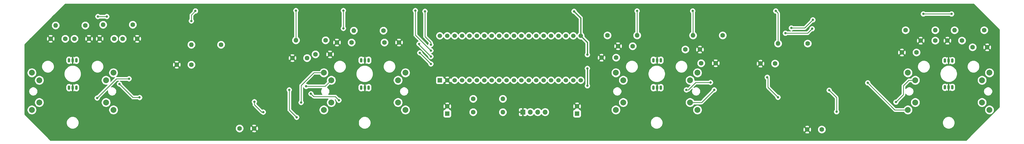
<source format=gbr>
%TF.GenerationSoftware,KiCad,Pcbnew,(5.1.9)-1*%
%TF.CreationDate,2021-03-23T10:31:45+01:00*%
%TF.ProjectId,pcb rev1,70636220-7265-4763-912e-6b696361645f,rev?*%
%TF.SameCoordinates,Original*%
%TF.FileFunction,Copper,L2,Bot*%
%TF.FilePolarity,Positive*%
%FSLAX46Y46*%
G04 Gerber Fmt 4.6, Leading zero omitted, Abs format (unit mm)*
G04 Created by KiCad (PCBNEW (5.1.9)-1) date 2021-03-23 10:31:45*
%MOMM*%
%LPD*%
G01*
G04 APERTURE LIST*
%TA.AperFunction,ComponentPad*%
%ADD10C,2.000000*%
%TD*%
%TA.AperFunction,ComponentPad*%
%ADD11C,1.524000*%
%TD*%
%TA.AperFunction,ComponentPad*%
%ADD12R,1.524000X1.524000*%
%TD*%
%TA.AperFunction,ComponentPad*%
%ADD13C,1.600000*%
%TD*%
%TA.AperFunction,ComponentPad*%
%ADD14R,1.600000X1.600000*%
%TD*%
%TA.AperFunction,ComponentPad*%
%ADD15O,0.899160X1.501140*%
%TD*%
%TA.AperFunction,ComponentPad*%
%ADD16O,1.700000X1.700000*%
%TD*%
%TA.AperFunction,ComponentPad*%
%ADD17R,1.700000X1.700000*%
%TD*%
%TA.AperFunction,ComponentPad*%
%ADD18O,1.600000X1.600000*%
%TD*%
%TA.AperFunction,ViaPad*%
%ADD19C,0.800000*%
%TD*%
%TA.AperFunction,Conductor*%
%ADD20C,0.250000*%
%TD*%
%TA.AperFunction,Conductor*%
%ADD21C,0.400000*%
%TD*%
%TA.AperFunction,Conductor*%
%ADD22C,0.254000*%
%TD*%
%TA.AperFunction,Conductor*%
%ADD23C,0.100000*%
%TD*%
G04 APERTURE END LIST*
D10*
%TO.P,X2.1,1b*%
%TO.N,Net-(U2-Pad8)*%
X281280000Y-128260000D03*
%TO.P,X2.1,2b*%
%TO.N,Net-(U2-Pad9)*%
X281280000Y-140980000D03*
%TO.P,X2.1,3b*%
%TO.N,Net-(U2-Pad11)*%
X253340000Y-140980000D03*
%TO.P,X2.1,4b*%
%TO.N,Net-(U2-Pad10)*%
X253340000Y-128260000D03*
%TO.P,X2.1,2a*%
%TO.N,Net-(U2-Pad6)*%
X278740000Y-138430000D03*
%TO.P,X2.1,1a*%
%TO.N,Net-(U2-Pad7)*%
X278740000Y-130810000D03*
%TO.P,X2.1,3a*%
%TO.N,Net-(U2-Pad4)*%
X255880000Y-138430000D03*
%TO.P,X2.1,4a*%
%TO.N,Net-(U2-Pad5)*%
X255880000Y-130810000D03*
%TD*%
D11*
%TO.P,A1,40*%
%TO.N,Net-(A1-Pad40)*%
X193040000Y-115570000D03*
%TO.P,A1,39*%
%TO.N,Net-(A1-Pad39)*%
X195580000Y-115570000D03*
%TO.P,A1,38*%
%TO.N,Net-(A1-Pad38)*%
X198120000Y-115570000D03*
%TO.P,A1,37*%
%TO.N,Net-(A1-Pad37)*%
X200660000Y-115570000D03*
%TO.P,A1,36*%
%TO.N,Net-(A1-Pad36)*%
X203200000Y-115570000D03*
%TO.P,A1,35*%
%TO.N,Net-(A1-Pad35)*%
X205740000Y-115570000D03*
%TO.P,A1,34*%
%TO.N,Net-(A1-Pad34)*%
X208280000Y-115570000D03*
%TO.P,A1,33*%
%TO.N,Net-(A1-Pad33)*%
X210820000Y-115570000D03*
%TO.P,A1,32*%
%TO.N,Net-(A1-Pad32)*%
X213360000Y-115570000D03*
%TO.P,A1,31*%
%TO.N,Net-(A1-Pad31)*%
X215900000Y-115570000D03*
%TO.P,A1,30*%
%TO.N,Net-(A1-Pad30)*%
X218440000Y-115570000D03*
%TO.P,A1,29*%
%TO.N,Net-(A1-Pad29)*%
X220980000Y-115570000D03*
%TO.P,A1,28*%
%TO.N,Net-(A1-Pad28)*%
X223520000Y-115570000D03*
%TO.P,A1,27*%
%TO.N,Net-(A1-Pad27)*%
X226060000Y-115570000D03*
%TO.P,A1,26*%
%TO.N,Net-(A1-Pad26)*%
X228600000Y-115570000D03*
%TO.P,A1,25*%
%TO.N,Net-(A1-Pad25)*%
X231140000Y-115570000D03*
%TO.P,A1,24*%
%TO.N,Net-(A1-Pad24)*%
X233680000Y-115570000D03*
%TO.P,A1,23*%
%TO.N,Net-(A1-Pad23)*%
X236220000Y-115570000D03*
%TO.P,A1,22*%
%TO.N,Net-(A1-Pad22)*%
X238760000Y-115570000D03*
%TO.P,A1,21*%
%TO.N,/5V*%
X241300000Y-115570000D03*
%TO.P,A1,20*%
%TO.N,Net-(A1-Pad20)*%
X241300000Y-130810000D03*
%TO.P,A1,19*%
%TO.N,Net-(A1-Pad19)*%
X238760000Y-130810000D03*
%TO.P,A1,18*%
%TO.N,Net-(A1-Pad18)*%
X236220000Y-130810000D03*
%TO.P,A1,17*%
%TO.N,Net-(A1-Pad17)*%
X233680000Y-130810000D03*
%TO.P,A1,16*%
%TO.N,Net-(A1-Pad16)*%
X231140000Y-130810000D03*
%TO.P,A1,15*%
%TO.N,Net-(A1-Pad15)*%
X228600000Y-130810000D03*
%TO.P,A1,14*%
%TO.N,Net-(A1-Pad14)*%
X226060000Y-130810000D03*
%TO.P,A1,13*%
%TO.N,Net-(A1-Pad13)*%
X223520000Y-130810000D03*
%TO.P,A1,12*%
%TO.N,Net-(A1-Pad12)*%
X220980000Y-130810000D03*
%TO.P,A1,11*%
%TO.N,Net-(A1-Pad11)*%
X218440000Y-130810000D03*
%TO.P,A1,10*%
%TO.N,Net-(A1-Pad10)*%
X215900000Y-130810000D03*
%TO.P,A1,9*%
%TO.N,Net-(A1-Pad9)*%
X213360000Y-130810000D03*
%TO.P,A1,8*%
%TO.N,Net-(A1-Pad8)*%
X210820000Y-130810000D03*
%TO.P,A1,7*%
%TO.N,Net-(A1-Pad7)*%
X208280000Y-130810000D03*
%TO.P,A1,6*%
%TO.N,Net-(A1-Pad6)*%
X205740000Y-130810000D03*
%TO.P,A1,5*%
%TO.N,Net-(A1-Pad5)*%
X203200000Y-130810000D03*
%TO.P,A1,4*%
%TO.N,Net-(A1-Pad4)*%
X200660000Y-130810000D03*
%TO.P,A1,3*%
%TO.N,Net-(A1-Pad3)*%
X198120000Y-130810000D03*
%TO.P,A1,2*%
%TO.N,/GND*%
X195580000Y-130810000D03*
D12*
%TO.P,A1,1*%
%TO.N,Net-(A1-Pad1)*%
X193040000Y-130810000D03*
%TD*%
D13*
%TO.P,C1.8,2*%
%TO.N,/GND*%
X142574000Y-123190000D03*
%TO.P,C1.8,1*%
%TO.N,/5V*%
X147574000Y-123190000D03*
%TD*%
%TO.P,C1.2,2*%
%TO.N,/GND*%
X129460000Y-147320000D03*
%TO.P,C1.2,1*%
%TO.N,/5V*%
X124460000Y-147320000D03*
%TD*%
%TO.P,C1.7,2*%
%TO.N,Net-(A1-Pad9)*%
X67898000Y-116586000D03*
%TO.P,C1.7,1*%
%TO.N,/GND*%
X72898000Y-116586000D03*
%TD*%
%TO.P,C1.9,2*%
%TO.N,Net-(A1-Pad8)*%
X150448000Y-121920000D03*
%TO.P,C1.9,1*%
%TO.N,/GND*%
X155448000Y-121920000D03*
%TD*%
%TO.P,C1.1,2*%
%TO.N,/GND*%
X195580000Y-139740000D03*
D14*
%TO.P,C1.1,1*%
%TO.N,/5V*%
X195580000Y-142240000D03*
%TD*%
D13*
%TO.P,C1.10,2*%
%TO.N,/GND*%
X157814000Y-117856000D03*
%TO.P,C1.10,1*%
%TO.N,/5V*%
X162814000Y-117856000D03*
%TD*%
%TO.P,C1.11,2*%
%TO.N,Net-(A1-Pad7)*%
X174070000Y-117856000D03*
%TO.P,C1.11,1*%
%TO.N,/GND*%
X179070000Y-117856000D03*
%TD*%
%TO.P,C1.4,2*%
%TO.N,/GND*%
X76534000Y-116586000D03*
%TO.P,C1.4,1*%
%TO.N,/5V*%
X81534000Y-116586000D03*
%TD*%
%TO.P,C1.5,2*%
%TO.N,Net-(A1-Pad10)*%
X84408000Y-116586000D03*
%TO.P,C1.5,1*%
%TO.N,/GND*%
X89408000Y-116586000D03*
%TD*%
%TO.P,C1.6,2*%
%TO.N,/GND*%
X59770000Y-116586000D03*
%TO.P,C1.6,1*%
%TO.N,/5V*%
X64770000Y-116586000D03*
%TD*%
%TO.P,C1.3,2*%
%TO.N,/GND*%
X102950000Y-125476000D03*
%TO.P,C1.3,1*%
%TO.N,/5V*%
X107950000Y-125476000D03*
%TD*%
%TO.P,C2.1,2*%
%TO.N,/GND*%
X240030000Y-139740000D03*
D14*
%TO.P,C2.1,1*%
%TO.N,/5V*%
X240030000Y-142240000D03*
%TD*%
D13*
%TO.P,C2.9,2*%
%TO.N,Net-(A1-Pad11)*%
X375492000Y-119507000D03*
%TO.P,C2.9,1*%
%TO.N,/GND*%
X380492000Y-119507000D03*
%TD*%
%TO.P,C2.7,2*%
%TO.N,Net-(A1-Pad16)*%
X253412000Y-123063000D03*
%TO.P,C2.7,1*%
%TO.N,/GND*%
X248412000Y-123063000D03*
%TD*%
%TO.P,C2.6,2*%
%TO.N,/GND*%
X254080000Y-119126000D03*
%TO.P,C2.6,1*%
%TO.N,/5V*%
X259080000Y-119126000D03*
%TD*%
%TO.P,C2.10,2*%
%TO.N,/GND*%
X357712000Y-117221000D03*
%TO.P,C2.10,1*%
%TO.N,/5V*%
X362712000Y-117221000D03*
%TD*%
%TO.P,C2.11,2*%
%TO.N,Net-(A1-Pad14)*%
X356282000Y-121285000D03*
%TO.P,C2.11,1*%
%TO.N,/GND*%
X351282000Y-121285000D03*
%TD*%
%TO.P,C2.4,2*%
%TO.N,/GND*%
X282114000Y-120269000D03*
%TO.P,C2.4,1*%
%TO.N,/5V*%
X277114000Y-120269000D03*
%TD*%
%TO.P,C2.3,2*%
%TO.N,/GND*%
X302848000Y-125095000D03*
%TO.P,C2.3,1*%
%TO.N,/5V*%
X307848000Y-125095000D03*
%TD*%
%TO.P,C2.2,2*%
%TO.N,/GND*%
X318850000Y-147701000D03*
%TO.P,C2.2,1*%
%TO.N,/5V*%
X323850000Y-147701000D03*
%TD*%
%TO.P,C2.8,2*%
%TO.N,/GND*%
X366856000Y-117221000D03*
%TO.P,C2.8,1*%
%TO.N,/5V*%
X371856000Y-117221000D03*
%TD*%
%TO.P,C12.5,2*%
%TO.N,Net-(A1-Pad15)*%
X282528000Y-124968000D03*
%TO.P,C12.5,1*%
%TO.N,/GND*%
X287528000Y-124968000D03*
%TD*%
D15*
%TO.P,H1.1L1,1*%
%TO.N,/5V*%
X68580000Y-123952000D03*
%TO.P,H1.1L1,3*%
%TO.N,Net-(A1-Pad9)*%
X66040000Y-123952000D03*
%TO.P,H1.1L1,2*%
%TO.N,/GND*%
X67310000Y-123952000D03*
%TD*%
%TO.P,H1.1U1,1*%
%TO.N,/5V*%
X66040000Y-133350000D03*
%TO.P,H1.1U1,3*%
%TO.N,Net-(A1-Pad10)*%
X68580000Y-133350000D03*
%TO.P,H1.1U1,2*%
%TO.N,/GND*%
X67310000Y-133350000D03*
%TD*%
%TO.P,H1.2L1,1*%
%TO.N,/5V*%
X168656000Y-123952000D03*
%TO.P,H1.2L1,3*%
%TO.N,Net-(A1-Pad7)*%
X166116000Y-123952000D03*
%TO.P,H1.2L1,2*%
%TO.N,/GND*%
X167386000Y-123952000D03*
%TD*%
%TO.P,H1.2U1,1*%
%TO.N,/5V*%
X166116000Y-133350000D03*
%TO.P,H1.2U1,3*%
%TO.N,Net-(A1-Pad8)*%
X168656000Y-133350000D03*
%TO.P,H1.2U1,2*%
%TO.N,/GND*%
X167386000Y-133350000D03*
%TD*%
%TO.P,H2.2U2,1*%
%TO.N,/5V*%
X366014000Y-133223000D03*
%TO.P,H2.2U2,3*%
%TO.N,Net-(A1-Pad11)*%
X368554000Y-133223000D03*
%TO.P,H2.2U2,2*%
%TO.N,/GND*%
X367284000Y-133223000D03*
%TD*%
%TO.P,H2.1L1,1*%
%TO.N,/5V*%
X268732000Y-123952000D03*
%TO.P,H2.1L1,3*%
%TO.N,Net-(A1-Pad16)*%
X266192000Y-123952000D03*
%TO.P,H2.1L1,2*%
%TO.N,/GND*%
X267462000Y-123952000D03*
%TD*%
%TO.P,H2.1U1,1*%
%TO.N,/5V*%
X266192000Y-133350000D03*
%TO.P,H2.1U1,3*%
%TO.N,Net-(A1-Pad15)*%
X268732000Y-133350000D03*
%TO.P,H2.1U1,2*%
%TO.N,/GND*%
X267462000Y-133350000D03*
%TD*%
%TO.P,H2.2L1,1*%
%TO.N,/5V*%
X368554000Y-124079000D03*
%TO.P,H2.2L1,3*%
%TO.N,Net-(A1-Pad14)*%
X366014000Y-124079000D03*
%TO.P,H2.2L1,2*%
%TO.N,/GND*%
X367284000Y-124079000D03*
%TD*%
D16*
%TO.P,J1,4*%
%TO.N,Net-(A1-Pad5)*%
X229108000Y-141732000D03*
%TO.P,J1,3*%
%TO.N,Net-(A1-Pad4)*%
X226568000Y-141732000D03*
%TO.P,J1,2*%
%TO.N,/5V*%
X224028000Y-141732000D03*
D17*
%TO.P,J1,1*%
%TO.N,/GND*%
X221488000Y-141732000D03*
%TD*%
D18*
%TO.P,R1.3,2*%
%TO.N,/5V*%
X61468000Y-112014000D03*
D13*
%TO.P,R1.3,1*%
%TO.N,Net-(A1-Pad9)*%
X71628000Y-112014000D03*
%TD*%
D18*
%TO.P,R1.1,2*%
%TO.N,/5V*%
X107950000Y-118618000D03*
D13*
%TO.P,R1.1,1*%
%TO.N,Net-(R1.1-Pad1)*%
X118110000Y-118618000D03*
%TD*%
D18*
%TO.P,R1,2*%
%TO.N,/5V*%
X214630000Y-141732000D03*
D13*
%TO.P,R1,1*%
%TO.N,Net-(A1-Pad4)*%
X204470000Y-141732000D03*
%TD*%
D18*
%TO.P,R1.2,2*%
%TO.N,/5V*%
X77724000Y-111760000D03*
D13*
%TO.P,R1.2,1*%
%TO.N,Net-(A1-Pad10)*%
X87884000Y-111760000D03*
%TD*%
D18*
%TO.P,R1.4,2*%
%TO.N,/5V*%
X143764000Y-117094000D03*
D13*
%TO.P,R1.4,1*%
%TO.N,Net-(A1-Pad8)*%
X153924000Y-117094000D03*
%TD*%
D18*
%TO.P,R1.5,2*%
%TO.N,/5V*%
X163576000Y-113792000D03*
D13*
%TO.P,R1.5,1*%
%TO.N,Net-(A1-Pad7)*%
X173736000Y-113792000D03*
%TD*%
D18*
%TO.P,R2.1,2*%
%TO.N,/5V*%
X308864000Y-118237000D03*
D13*
%TO.P,R2.1,1*%
%TO.N,Net-(R2.1-Pad1)*%
X319024000Y-118237000D03*
%TD*%
D18*
%TO.P,R2,2*%
%TO.N,/5V*%
X214630000Y-137160000D03*
D13*
%TO.P,R2,1*%
%TO.N,Net-(A1-Pad5)*%
X204470000Y-137160000D03*
%TD*%
D18*
%TO.P,R2.5,2*%
%TO.N,/5V*%
X362712000Y-113665000D03*
D13*
%TO.P,R2.5,1*%
%TO.N,Net-(A1-Pad14)*%
X352552000Y-113665000D03*
%TD*%
D18*
%TO.P,R2.2,2*%
%TO.N,/5V*%
X279781000Y-115443000D03*
D13*
%TO.P,R2.2,1*%
%TO.N,Net-(A1-Pad15)*%
X289941000Y-115443000D03*
%TD*%
D18*
%TO.P,R2.4,2*%
%TO.N,/5V*%
X369316000Y-113665000D03*
D13*
%TO.P,R2.4,1*%
%TO.N,Net-(A1-Pad11)*%
X379476000Y-113665000D03*
%TD*%
D18*
%TO.P,R2.3,2*%
%TO.N,/5V*%
X260604000Y-115443000D03*
D13*
%TO.P,R2.3,1*%
%TO.N,Net-(A1-Pad16)*%
X250444000Y-115443000D03*
%TD*%
D10*
%TO.P,X1.1,1b*%
%TO.N,Net-(U1-Pad8)*%
X81280000Y-128260000D03*
%TO.P,X1.1,2b*%
%TO.N,Net-(U1-Pad9)*%
X81280000Y-140980000D03*
%TO.P,X1.1,3b*%
%TO.N,Net-(U1-Pad11)*%
X53340000Y-140980000D03*
%TO.P,X1.1,4b*%
%TO.N,Net-(U1-Pad10)*%
X53340000Y-128260000D03*
%TO.P,X1.1,2a*%
%TO.N,Net-(U1-Pad6)*%
X78740000Y-138430000D03*
%TO.P,X1.1,1a*%
%TO.N,Net-(U1-Pad7)*%
X78740000Y-130810000D03*
%TO.P,X1.1,3a*%
%TO.N,Net-(U1-Pad4)*%
X55880000Y-138430000D03*
%TO.P,X1.1,4a*%
%TO.N,Net-(U1-Pad5)*%
X55880000Y-130810000D03*
%TD*%
%TO.P,X1.2,1b*%
%TO.N,Net-(U1-Pad21)*%
X181280000Y-128260000D03*
%TO.P,X1.2,2b*%
%TO.N,Net-(U1-Pad20)*%
X181280000Y-140980000D03*
%TO.P,X1.2,3b*%
%TO.N,Net-(U1-Pad18)*%
X153340000Y-140980000D03*
%TO.P,X1.2,4b*%
%TO.N,Net-(U1-Pad19)*%
X153340000Y-128260000D03*
%TO.P,X1.2,2a*%
%TO.N,Net-(U1-Pad23)*%
X178740000Y-138430000D03*
%TO.P,X1.2,1a*%
%TO.N,Net-(U1-Pad22)*%
X178740000Y-130810000D03*
%TO.P,X1.2,3a*%
%TO.N,Net-(U1-Pad25)*%
X155880000Y-138430000D03*
%TO.P,X1.2,4a*%
%TO.N,Net-(U1-Pad24)*%
X155880000Y-130810000D03*
%TD*%
%TO.P,X2.2,1b*%
%TO.N,Net-(U2-Pad22)*%
X381280000Y-128260000D03*
%TO.P,X2.2,2b*%
%TO.N,Net-(U2-Pad23)*%
X381280000Y-140980000D03*
%TO.P,X2.2,3b*%
%TO.N,Net-(U2-Pad25)*%
X353340000Y-140980000D03*
%TO.P,X2.2,4b*%
%TO.N,Net-(U2-Pad24)*%
X353340000Y-128260000D03*
%TO.P,X2.2,2a*%
%TO.N,Net-(U2-Pad20)*%
X378740000Y-138430000D03*
%TO.P,X2.2,1a*%
%TO.N,Net-(U2-Pad21)*%
X378740000Y-130810000D03*
%TO.P,X2.2,3a*%
%TO.N,Net-(U2-Pad18)*%
X355880000Y-138430000D03*
%TO.P,X2.2,4a*%
%TO.N,Net-(U2-Pad19)*%
X355880000Y-130810000D03*
%TD*%
D19*
%TO.N,Net-(A1-Pad7)*%
X186182000Y-121412000D03*
X189992000Y-125222000D03*
%TO.N,Net-(A1-Pad8)*%
X185928000Y-118364000D03*
X189992000Y-122682000D03*
%TO.N,Net-(A1-Pad9)*%
X184658000Y-106934000D03*
X75946000Y-108966000D03*
X78994000Y-108966000D03*
X189992000Y-120650000D03*
%TO.N,Net-(A1-Pad10)*%
X187960000Y-107188000D03*
X189992000Y-118618000D03*
%TO.N,Net-(A1-Pad11)*%
X368300000Y-108077000D03*
X358648000Y-108077000D03*
X320802000Y-110109000D03*
X313436000Y-112903000D03*
%TO.N,Net-(A1-Pad14)*%
X320548000Y-113157000D03*
X311404000Y-114681000D03*
%TO.N,Net-(U1-Pad19)*%
X145542000Y-138430000D03*
%TO.N,Net-(U1-Pad20)*%
X129540000Y-138176000D03*
X132588000Y-141732000D03*
%TO.N,Net-(U1-Pad8)*%
X83312000Y-132080000D03*
X90233000Y-136715000D03*
%TO.N,Net-(U1-Pad22)*%
X158496000Y-137668000D03*
X148907000Y-135445000D03*
%TO.N,Net-(U1-Pad23)*%
X141478000Y-134112000D03*
X144018000Y-143510000D03*
%TO.N,Net-(U1-Pad24)*%
X147257000Y-132905000D03*
%TO.N,Net-(U1-Pad4)*%
X86614000Y-130302000D03*
X75692000Y-136906000D03*
%TO.N,Net-(U2-Pad25)*%
X339598000Y-131699000D03*
%TO.N,Net-(U2-Pad4)*%
X285750000Y-131572000D03*
X277495000Y-134112000D03*
%TO.N,Net-(U2-Pad23)*%
X326390000Y-134239000D03*
X328930000Y-141605000D03*
%TO.N,Net-(U2-Pad6)*%
X287020000Y-134112000D03*
%TO.N,Net-(U2-Pad8)*%
X308864000Y-136652000D03*
X305181000Y-129794000D03*
%TO.N,Net-(U2-Pad19)*%
X349250000Y-138303000D03*
%TO.N,/GND*%
X108966000Y-141732000D03*
X309626000Y-141859000D03*
%TO.N,/5V*%
X107950000Y-110490000D03*
X109347000Y-107061000D03*
X160020000Y-113030000D03*
X143764000Y-106934000D03*
X160020000Y-106934000D03*
X239014000Y-107188000D03*
X243586000Y-132715000D03*
X260604000Y-107061000D03*
X279654000Y-107061000D03*
X308102000Y-107061000D03*
X243586000Y-126746000D03*
X243586000Y-122047000D03*
%TD*%
D20*
%TO.N,Net-(A1-Pad7)*%
X189992000Y-125222000D02*
X189992000Y-125222000D01*
X189992000Y-125222000D02*
X186182000Y-121412000D01*
%TO.N,Net-(A1-Pad8)*%
X190246000Y-122682000D02*
X190246000Y-122682000D01*
X185928000Y-118618000D02*
X185928000Y-118364000D01*
X189992000Y-122682000D02*
X185928000Y-118618000D01*
%TO.N,Net-(A1-Pad9)*%
X76708000Y-108966000D02*
X75946000Y-108966000D01*
X78994000Y-108966000D02*
X76708000Y-108966000D01*
X184658000Y-106934000D02*
X184658000Y-115062000D01*
X184658000Y-115316000D02*
X184658000Y-115062000D01*
X189992000Y-120650000D02*
X184658000Y-115316000D01*
%TO.N,Net-(A1-Pad10)*%
X187960000Y-107188000D02*
X187960000Y-115824000D01*
X189992000Y-117856000D02*
X187960000Y-115824000D01*
X189992000Y-118618000D02*
X189992000Y-117856000D01*
%TO.N,Net-(A1-Pad11)*%
X368300000Y-108077000D02*
X358648000Y-108077000D01*
X318008000Y-112903000D02*
X313436000Y-112903000D01*
X320802000Y-110109000D02*
X318008000Y-112903000D01*
%TO.N,Net-(A1-Pad14)*%
X319024000Y-114681000D02*
X311404000Y-114681000D01*
X320548000Y-113157000D02*
X319024000Y-114681000D01*
%TO.N,Net-(U1-Pad19)*%
X153340000Y-128260000D02*
X149870000Y-128260000D01*
X149870000Y-128260000D02*
X149860000Y-128270000D01*
X145542000Y-132588000D02*
X149860000Y-128270000D01*
X145542000Y-132588000D02*
X145542000Y-137414000D01*
X145542000Y-137414000D02*
X145542000Y-138430000D01*
%TO.N,Net-(U1-Pad20)*%
X129540000Y-138176000D02*
X129540000Y-139192000D01*
X132080000Y-141732000D02*
X132588000Y-141732000D01*
X129540000Y-139192000D02*
X132080000Y-141732000D01*
%TO.N,Net-(U1-Pad8)*%
X87947000Y-136715000D02*
X90233000Y-136715000D01*
X83312000Y-132080000D02*
X87947000Y-136715000D01*
%TO.N,Net-(U1-Pad22)*%
X157226000Y-136398000D02*
X158496000Y-137668000D01*
X149860000Y-136398000D02*
X157226000Y-136398000D01*
X149860000Y-136398000D02*
X148907000Y-135445000D01*
%TO.N,Net-(U1-Pad23)*%
X141478000Y-134112000D02*
X141478000Y-140970000D01*
X141478000Y-140970000D02*
X144018000Y-143510000D01*
%TO.N,Net-(U1-Pad24)*%
X153785000Y-132905000D02*
X155880000Y-130810000D01*
X147257000Y-132905000D02*
X153785000Y-132905000D01*
%TO.N,Net-(U1-Pad4)*%
X82296000Y-130302000D02*
X75692000Y-136906000D01*
X86614000Y-130302000D02*
X82296000Y-130302000D01*
%TO.N,Net-(U2-Pad25)*%
X353340000Y-140980000D02*
X348879000Y-140980000D01*
X348879000Y-140980000D02*
X339598000Y-131699000D01*
%TO.N,Net-(U2-Pad4)*%
X285750000Y-131572000D02*
X281813000Y-131572000D01*
X281813000Y-131572000D02*
X281051000Y-131572000D01*
X281051000Y-131572000D02*
X280670000Y-131572000D01*
X278130000Y-134112000D02*
X277495000Y-134112000D01*
X280670000Y-131572000D02*
X278130000Y-134112000D01*
%TO.N,Net-(U2-Pad23)*%
X328930000Y-136779000D02*
X328930000Y-141605000D01*
X326390000Y-134239000D02*
X328930000Y-136779000D01*
%TO.N,Net-(U2-Pad6)*%
X282702000Y-138430000D02*
X278740000Y-138430000D01*
X287020000Y-134112000D02*
X282702000Y-138430000D01*
%TO.N,Net-(U2-Pad8)*%
X281280000Y-128499000D02*
X281280000Y-128260000D01*
X308864000Y-136652000D02*
X305435000Y-133223000D01*
X305435000Y-133223000D02*
X305435000Y-131826000D01*
X305435000Y-130048000D02*
X305181000Y-129794000D01*
X305435000Y-131826000D02*
X305435000Y-130048000D01*
%TO.N,Net-(U2-Pad19)*%
X349250000Y-138303000D02*
X351790000Y-135763000D01*
X351790000Y-135763000D02*
X351790000Y-132715000D01*
X353695000Y-130810000D02*
X355880000Y-130810000D01*
X351790000Y-132715000D02*
X353695000Y-130810000D01*
%TO.N,/5V*%
X107950000Y-108458000D02*
X109347000Y-107061000D01*
X107950000Y-110490000D02*
X107950000Y-108458000D01*
X160020000Y-113030000D02*
X160020000Y-106934000D01*
X160020000Y-106934000D02*
X160020000Y-106934000D01*
X143764000Y-117094000D02*
X143764000Y-106934000D01*
X143764000Y-106934000D02*
X143764000Y-106934000D01*
X160020000Y-106934000D02*
X160020000Y-106934000D01*
D21*
X241300000Y-115570000D02*
X241300000Y-109474000D01*
X241300000Y-109474000D02*
X239014000Y-107188000D01*
D20*
X260604000Y-115443000D02*
X260604000Y-107061000D01*
X279781000Y-107188000D02*
X279654000Y-107061000D01*
X279781000Y-115443000D02*
X279781000Y-107188000D01*
X308864000Y-118237000D02*
X308864000Y-107823000D01*
X308864000Y-107823000D02*
X308102000Y-107061000D01*
D21*
X243586000Y-117856000D02*
X241300000Y-115570000D01*
X243586000Y-132715000D02*
X243586000Y-126746000D01*
X243586000Y-122047000D02*
X243586000Y-117856000D01*
%TD*%
D22*
%TO.N,/GND*%
X384683000Y-113463606D02*
X384683000Y-140028394D01*
X373327394Y-151384000D01*
X59742606Y-151384000D01*
X53518327Y-145159721D01*
X65175000Y-145159721D01*
X65175000Y-145580279D01*
X65257047Y-145992756D01*
X65417988Y-146381302D01*
X65651637Y-146730983D01*
X65949017Y-147028363D01*
X66298698Y-147262012D01*
X66687244Y-147422953D01*
X67099721Y-147505000D01*
X67520279Y-147505000D01*
X67932756Y-147422953D01*
X68321302Y-147262012D01*
X68446039Y-147178665D01*
X123025000Y-147178665D01*
X123025000Y-147461335D01*
X123080147Y-147738574D01*
X123188320Y-147999727D01*
X123345363Y-148234759D01*
X123545241Y-148434637D01*
X123780273Y-148591680D01*
X124041426Y-148699853D01*
X124318665Y-148755000D01*
X124601335Y-148755000D01*
X124878574Y-148699853D01*
X125139727Y-148591680D01*
X125374759Y-148434637D01*
X125496694Y-148312702D01*
X128646903Y-148312702D01*
X128718486Y-148556671D01*
X128973996Y-148677571D01*
X129248184Y-148746300D01*
X129530512Y-148760217D01*
X129810130Y-148718787D01*
X129880274Y-148693702D01*
X318036903Y-148693702D01*
X318108486Y-148937671D01*
X318363996Y-149058571D01*
X318638184Y-149127300D01*
X318920512Y-149141217D01*
X319200130Y-149099787D01*
X319466292Y-149004603D01*
X319591514Y-148937671D01*
X319663097Y-148693702D01*
X318850000Y-147880605D01*
X318036903Y-148693702D01*
X129880274Y-148693702D01*
X130076292Y-148623603D01*
X130201514Y-148556671D01*
X130273097Y-148312702D01*
X129460000Y-147499605D01*
X128646903Y-148312702D01*
X125496694Y-148312702D01*
X125574637Y-148234759D01*
X125731680Y-147999727D01*
X125839853Y-147738574D01*
X125895000Y-147461335D01*
X125895000Y-147390512D01*
X128019783Y-147390512D01*
X128061213Y-147670130D01*
X128156397Y-147936292D01*
X128223329Y-148061514D01*
X128467298Y-148133097D01*
X129280395Y-147320000D01*
X129639605Y-147320000D01*
X130452702Y-148133097D01*
X130696671Y-148061514D01*
X130817571Y-147806004D01*
X130826216Y-147771512D01*
X317409783Y-147771512D01*
X317451213Y-148051130D01*
X317546397Y-148317292D01*
X317613329Y-148442514D01*
X317857298Y-148514097D01*
X318670395Y-147701000D01*
X319029605Y-147701000D01*
X319842702Y-148514097D01*
X320086671Y-148442514D01*
X320207571Y-148187004D01*
X320276300Y-147912816D01*
X320290217Y-147630488D01*
X320279724Y-147559665D01*
X322415000Y-147559665D01*
X322415000Y-147842335D01*
X322470147Y-148119574D01*
X322578320Y-148380727D01*
X322735363Y-148615759D01*
X322935241Y-148815637D01*
X323170273Y-148972680D01*
X323431426Y-149080853D01*
X323708665Y-149136000D01*
X323991335Y-149136000D01*
X324268574Y-149080853D01*
X324529727Y-148972680D01*
X324764759Y-148815637D01*
X324964637Y-148615759D01*
X325121680Y-148380727D01*
X325229853Y-148119574D01*
X325285000Y-147842335D01*
X325285000Y-147559665D01*
X325229853Y-147282426D01*
X325121680Y-147021273D01*
X324964637Y-146786241D01*
X324764759Y-146586363D01*
X324529727Y-146429320D01*
X324268574Y-146321147D01*
X323991335Y-146266000D01*
X323708665Y-146266000D01*
X323431426Y-146321147D01*
X323170273Y-146429320D01*
X322935241Y-146586363D01*
X322735363Y-146786241D01*
X322578320Y-147021273D01*
X322470147Y-147282426D01*
X322415000Y-147559665D01*
X320279724Y-147559665D01*
X320248787Y-147350870D01*
X320153603Y-147084708D01*
X320086671Y-146959486D01*
X319842702Y-146887903D01*
X319029605Y-147701000D01*
X318670395Y-147701000D01*
X317857298Y-146887903D01*
X317613329Y-146959486D01*
X317492429Y-147214996D01*
X317423700Y-147489184D01*
X317409783Y-147771512D01*
X130826216Y-147771512D01*
X130886300Y-147531816D01*
X130900217Y-147249488D01*
X130858787Y-146969870D01*
X130763603Y-146703708D01*
X130696671Y-146578486D01*
X130452702Y-146506903D01*
X129639605Y-147320000D01*
X129280395Y-147320000D01*
X128467298Y-146506903D01*
X128223329Y-146578486D01*
X128102429Y-146833996D01*
X128033700Y-147108184D01*
X128019783Y-147390512D01*
X125895000Y-147390512D01*
X125895000Y-147178665D01*
X125839853Y-146901426D01*
X125731680Y-146640273D01*
X125574637Y-146405241D01*
X125496694Y-146327298D01*
X128646903Y-146327298D01*
X129460000Y-147140395D01*
X130273097Y-146327298D01*
X130201514Y-146083329D01*
X129946004Y-145962429D01*
X129671816Y-145893700D01*
X129389488Y-145879783D01*
X129109870Y-145921213D01*
X128843708Y-146016397D01*
X128718486Y-146083329D01*
X128646903Y-146327298D01*
X125496694Y-146327298D01*
X125374759Y-146205363D01*
X125139727Y-146048320D01*
X124878574Y-145940147D01*
X124601335Y-145885000D01*
X124318665Y-145885000D01*
X124041426Y-145940147D01*
X123780273Y-146048320D01*
X123545241Y-146205363D01*
X123345363Y-146405241D01*
X123188320Y-146640273D01*
X123080147Y-146901426D01*
X123025000Y-147178665D01*
X68446039Y-147178665D01*
X68670983Y-147028363D01*
X68968363Y-146730983D01*
X69202012Y-146381302D01*
X69362953Y-145992756D01*
X69445000Y-145580279D01*
X69445000Y-145159721D01*
X165175000Y-145159721D01*
X165175000Y-145580279D01*
X165257047Y-145992756D01*
X165417988Y-146381302D01*
X165651637Y-146730983D01*
X165949017Y-147028363D01*
X166298698Y-147262012D01*
X166687244Y-147422953D01*
X167099721Y-147505000D01*
X167520279Y-147505000D01*
X167932756Y-147422953D01*
X168321302Y-147262012D01*
X168670983Y-147028363D01*
X168968363Y-146730983D01*
X169202012Y-146381302D01*
X169362953Y-145992756D01*
X169445000Y-145580279D01*
X169445000Y-145159721D01*
X265175000Y-145159721D01*
X265175000Y-145580279D01*
X265257047Y-145992756D01*
X265417988Y-146381302D01*
X265651637Y-146730983D01*
X265949017Y-147028363D01*
X266298698Y-147262012D01*
X266687244Y-147422953D01*
X267099721Y-147505000D01*
X267520279Y-147505000D01*
X267932756Y-147422953D01*
X268321302Y-147262012D01*
X268670983Y-147028363D01*
X268968363Y-146730983D01*
X268983520Y-146708298D01*
X318036903Y-146708298D01*
X318850000Y-147521395D01*
X319663097Y-146708298D01*
X319591514Y-146464329D01*
X319336004Y-146343429D01*
X319061816Y-146274700D01*
X318779488Y-146260783D01*
X318499870Y-146302213D01*
X318233708Y-146397397D01*
X318108486Y-146464329D01*
X318036903Y-146708298D01*
X268983520Y-146708298D01*
X269202012Y-146381302D01*
X269362953Y-145992756D01*
X269445000Y-145580279D01*
X269445000Y-145159721D01*
X365175000Y-145159721D01*
X365175000Y-145580279D01*
X365257047Y-145992756D01*
X365417988Y-146381302D01*
X365651637Y-146730983D01*
X365949017Y-147028363D01*
X366298698Y-147262012D01*
X366687244Y-147422953D01*
X367099721Y-147505000D01*
X367520279Y-147505000D01*
X367932756Y-147422953D01*
X368321302Y-147262012D01*
X368670983Y-147028363D01*
X368968363Y-146730983D01*
X369202012Y-146381302D01*
X369362953Y-145992756D01*
X369445000Y-145580279D01*
X369445000Y-145159721D01*
X369362953Y-144747244D01*
X369202012Y-144358698D01*
X368968363Y-144009017D01*
X368670983Y-143711637D01*
X368321302Y-143477988D01*
X367932756Y-143317047D01*
X367520279Y-143235000D01*
X367099721Y-143235000D01*
X366687244Y-143317047D01*
X366298698Y-143477988D01*
X365949017Y-143711637D01*
X365651637Y-144009017D01*
X365417988Y-144358698D01*
X365257047Y-144747244D01*
X365175000Y-145159721D01*
X269445000Y-145159721D01*
X269362953Y-144747244D01*
X269202012Y-144358698D01*
X268968363Y-144009017D01*
X268670983Y-143711637D01*
X268321302Y-143477988D01*
X267932756Y-143317047D01*
X267520279Y-143235000D01*
X267099721Y-143235000D01*
X266687244Y-143317047D01*
X266298698Y-143477988D01*
X265949017Y-143711637D01*
X265651637Y-144009017D01*
X265417988Y-144358698D01*
X265257047Y-144747244D01*
X265175000Y-145159721D01*
X169445000Y-145159721D01*
X169362953Y-144747244D01*
X169202012Y-144358698D01*
X168968363Y-144009017D01*
X168670983Y-143711637D01*
X168321302Y-143477988D01*
X167932756Y-143317047D01*
X167520279Y-143235000D01*
X167099721Y-143235000D01*
X166687244Y-143317047D01*
X166298698Y-143477988D01*
X165949017Y-143711637D01*
X165651637Y-144009017D01*
X165417988Y-144358698D01*
X165257047Y-144747244D01*
X165175000Y-145159721D01*
X69445000Y-145159721D01*
X69362953Y-144747244D01*
X69202012Y-144358698D01*
X68968363Y-144009017D01*
X68670983Y-143711637D01*
X68321302Y-143477988D01*
X67932756Y-143317047D01*
X67520279Y-143235000D01*
X67099721Y-143235000D01*
X66687244Y-143317047D01*
X66298698Y-143477988D01*
X65949017Y-143711637D01*
X65651637Y-144009017D01*
X65417988Y-144358698D01*
X65257047Y-144747244D01*
X65175000Y-145159721D01*
X53518327Y-145159721D01*
X50927000Y-142568394D01*
X50927000Y-140818967D01*
X51705000Y-140818967D01*
X51705000Y-141141033D01*
X51767832Y-141456912D01*
X51891082Y-141754463D01*
X52070013Y-142022252D01*
X52297748Y-142249987D01*
X52565537Y-142428918D01*
X52863088Y-142552168D01*
X53178967Y-142615000D01*
X53501033Y-142615000D01*
X53816912Y-142552168D01*
X54114463Y-142428918D01*
X54382252Y-142249987D01*
X54609987Y-142022252D01*
X54788918Y-141754463D01*
X54912168Y-141456912D01*
X54975000Y-141141033D01*
X54975000Y-140818967D01*
X79645000Y-140818967D01*
X79645000Y-141141033D01*
X79707832Y-141456912D01*
X79831082Y-141754463D01*
X80010013Y-142022252D01*
X80237748Y-142249987D01*
X80505537Y-142428918D01*
X80803088Y-142552168D01*
X81118967Y-142615000D01*
X81441033Y-142615000D01*
X81756912Y-142552168D01*
X82054463Y-142428918D01*
X82322252Y-142249987D01*
X82549987Y-142022252D01*
X82728918Y-141754463D01*
X82852168Y-141456912D01*
X82915000Y-141141033D01*
X82915000Y-140818967D01*
X82852168Y-140503088D01*
X82728918Y-140205537D01*
X82549987Y-139937748D01*
X82322252Y-139710013D01*
X82054463Y-139531082D01*
X81756912Y-139407832D01*
X81441033Y-139345000D01*
X81118967Y-139345000D01*
X80803088Y-139407832D01*
X80505537Y-139531082D01*
X80237748Y-139710013D01*
X80010013Y-139937748D01*
X79831082Y-140205537D01*
X79707832Y-140503088D01*
X79645000Y-140818967D01*
X54975000Y-140818967D01*
X54912168Y-140503088D01*
X54788918Y-140205537D01*
X54609987Y-139937748D01*
X54382252Y-139710013D01*
X54114463Y-139531082D01*
X53816912Y-139407832D01*
X53501033Y-139345000D01*
X53178967Y-139345000D01*
X52863088Y-139407832D01*
X52565537Y-139531082D01*
X52297748Y-139710013D01*
X52070013Y-139937748D01*
X51891082Y-140205537D01*
X51767832Y-140503088D01*
X51705000Y-140818967D01*
X50927000Y-140818967D01*
X50927000Y-138268967D01*
X54245000Y-138268967D01*
X54245000Y-138591033D01*
X54307832Y-138906912D01*
X54431082Y-139204463D01*
X54610013Y-139472252D01*
X54837748Y-139699987D01*
X55105537Y-139878918D01*
X55403088Y-140002168D01*
X55718967Y-140065000D01*
X56041033Y-140065000D01*
X56356912Y-140002168D01*
X56654463Y-139878918D01*
X56922252Y-139699987D01*
X57149987Y-139472252D01*
X57328918Y-139204463D01*
X57452168Y-138906912D01*
X57515000Y-138591033D01*
X57515000Y-138268967D01*
X77105000Y-138268967D01*
X77105000Y-138591033D01*
X77167832Y-138906912D01*
X77291082Y-139204463D01*
X77470013Y-139472252D01*
X77697748Y-139699987D01*
X77965537Y-139878918D01*
X78263088Y-140002168D01*
X78578967Y-140065000D01*
X78901033Y-140065000D01*
X79216912Y-140002168D01*
X79514463Y-139878918D01*
X79782252Y-139699987D01*
X80009987Y-139472252D01*
X80188918Y-139204463D01*
X80312168Y-138906912D01*
X80375000Y-138591033D01*
X80375000Y-138268967D01*
X80336231Y-138074061D01*
X128505000Y-138074061D01*
X128505000Y-138277939D01*
X128544774Y-138477898D01*
X128622795Y-138666256D01*
X128736063Y-138835774D01*
X128780001Y-138879712D01*
X128780001Y-139154668D01*
X128776324Y-139192000D01*
X128780001Y-139229333D01*
X128790998Y-139340986D01*
X128804180Y-139384442D01*
X128834454Y-139484246D01*
X128905026Y-139616276D01*
X128973727Y-139699987D01*
X129000000Y-139732001D01*
X129028998Y-139755799D01*
X131516205Y-142243008D01*
X131539999Y-142272001D01*
X131568992Y-142295795D01*
X131568996Y-142295799D01*
X131586966Y-142310546D01*
X131655724Y-142366974D01*
X131787753Y-142437546D01*
X131848158Y-142455869D01*
X131928226Y-142535937D01*
X132097744Y-142649205D01*
X132286102Y-142727226D01*
X132486061Y-142767000D01*
X132689939Y-142767000D01*
X132889898Y-142727226D01*
X133078256Y-142649205D01*
X133247774Y-142535937D01*
X133391937Y-142391774D01*
X133505205Y-142222256D01*
X133583226Y-142033898D01*
X133623000Y-141833939D01*
X133623000Y-141630061D01*
X133583226Y-141430102D01*
X133505205Y-141241744D01*
X133391937Y-141072226D01*
X133247774Y-140928063D01*
X133078256Y-140814795D01*
X132889898Y-140736774D01*
X132689939Y-140697000D01*
X132486061Y-140697000D01*
X132286102Y-140736774D01*
X132196635Y-140773833D01*
X130301256Y-138878455D01*
X130343937Y-138835774D01*
X130457205Y-138666256D01*
X130535226Y-138477898D01*
X130575000Y-138277939D01*
X130575000Y-138074061D01*
X130535226Y-137874102D01*
X130457205Y-137685744D01*
X130343937Y-137516226D01*
X130199774Y-137372063D01*
X130030256Y-137258795D01*
X129841898Y-137180774D01*
X129641939Y-137141000D01*
X129438061Y-137141000D01*
X129238102Y-137180774D01*
X129049744Y-137258795D01*
X128880226Y-137372063D01*
X128736063Y-137516226D01*
X128622795Y-137685744D01*
X128544774Y-137874102D01*
X128505000Y-138074061D01*
X80336231Y-138074061D01*
X80312168Y-137953088D01*
X80188918Y-137655537D01*
X80009987Y-137387748D01*
X79782252Y-137160013D01*
X79514463Y-136981082D01*
X79216912Y-136857832D01*
X78901033Y-136795000D01*
X78578967Y-136795000D01*
X78263088Y-136857832D01*
X77965537Y-136981082D01*
X77697748Y-137160013D01*
X77470013Y-137387748D01*
X77291082Y-137655537D01*
X77167832Y-137953088D01*
X77105000Y-138268967D01*
X57515000Y-138268967D01*
X57452168Y-137953088D01*
X57328918Y-137655537D01*
X57149987Y-137387748D01*
X56922252Y-137160013D01*
X56654463Y-136981082D01*
X56356912Y-136857832D01*
X56086586Y-136804061D01*
X74657000Y-136804061D01*
X74657000Y-137007939D01*
X74696774Y-137207898D01*
X74774795Y-137396256D01*
X74888063Y-137565774D01*
X75032226Y-137709937D01*
X75201744Y-137823205D01*
X75390102Y-137901226D01*
X75590061Y-137941000D01*
X75793939Y-137941000D01*
X75993898Y-137901226D01*
X76182256Y-137823205D01*
X76351774Y-137709937D01*
X76495937Y-137565774D01*
X76609205Y-137396256D01*
X76687226Y-137207898D01*
X76727000Y-137007939D01*
X76727000Y-136945801D01*
X79292633Y-134380168D01*
X79275000Y-134468816D01*
X79275000Y-134771184D01*
X79333989Y-135067743D01*
X79449701Y-135347095D01*
X79617688Y-135598505D01*
X79831495Y-135812312D01*
X80082905Y-135980299D01*
X80362257Y-136096011D01*
X80658816Y-136155000D01*
X80961184Y-136155000D01*
X81257743Y-136096011D01*
X81537095Y-135980299D01*
X81788505Y-135812312D01*
X82002312Y-135598505D01*
X82170299Y-135347095D01*
X82286011Y-135067743D01*
X82345000Y-134771184D01*
X82345000Y-134468816D01*
X82286011Y-134172257D01*
X82170299Y-133892905D01*
X82002312Y-133641495D01*
X81788505Y-133427688D01*
X81537095Y-133259701D01*
X81257743Y-133143989D01*
X80961184Y-133085000D01*
X80658816Y-133085000D01*
X80570169Y-133102633D01*
X82610802Y-131062000D01*
X83124596Y-131062000D01*
X83010102Y-131084774D01*
X82821744Y-131162795D01*
X82652226Y-131276063D01*
X82508063Y-131420226D01*
X82394795Y-131589744D01*
X82316774Y-131778102D01*
X82277000Y-131978061D01*
X82277000Y-132181939D01*
X82316774Y-132381898D01*
X82394795Y-132570256D01*
X82508063Y-132739774D01*
X82652226Y-132883937D01*
X82821744Y-132997205D01*
X83010102Y-133075226D01*
X83210061Y-133115000D01*
X83272199Y-133115000D01*
X87383201Y-137226003D01*
X87406999Y-137255001D01*
X87522724Y-137349974D01*
X87654753Y-137420546D01*
X87798014Y-137464003D01*
X87909667Y-137475000D01*
X87909677Y-137475000D01*
X87947000Y-137478676D01*
X87984323Y-137475000D01*
X89529289Y-137475000D01*
X89573226Y-137518937D01*
X89742744Y-137632205D01*
X89931102Y-137710226D01*
X90131061Y-137750000D01*
X90334939Y-137750000D01*
X90534898Y-137710226D01*
X90723256Y-137632205D01*
X90892774Y-137518937D01*
X91036937Y-137374774D01*
X91150205Y-137205256D01*
X91228226Y-137016898D01*
X91268000Y-136816939D01*
X91268000Y-136613061D01*
X91228226Y-136413102D01*
X91150205Y-136224744D01*
X91036937Y-136055226D01*
X90892774Y-135911063D01*
X90723256Y-135797795D01*
X90534898Y-135719774D01*
X90334939Y-135680000D01*
X90131061Y-135680000D01*
X89931102Y-135719774D01*
X89742744Y-135797795D01*
X89573226Y-135911063D01*
X89529289Y-135955000D01*
X88261802Y-135955000D01*
X86316863Y-134010061D01*
X140443000Y-134010061D01*
X140443000Y-134213939D01*
X140482774Y-134413898D01*
X140560795Y-134602256D01*
X140674063Y-134771774D01*
X140718000Y-134815711D01*
X140718001Y-140932668D01*
X140714324Y-140970000D01*
X140718001Y-141007333D01*
X140728998Y-141118986D01*
X140735686Y-141141033D01*
X140772454Y-141262246D01*
X140843026Y-141394276D01*
X140894431Y-141456912D01*
X140938000Y-141510001D01*
X140966998Y-141533799D01*
X142983000Y-143549803D01*
X142983000Y-143611939D01*
X143022774Y-143811898D01*
X143100795Y-144000256D01*
X143214063Y-144169774D01*
X143358226Y-144313937D01*
X143527744Y-144427205D01*
X143716102Y-144505226D01*
X143916061Y-144545000D01*
X144119939Y-144545000D01*
X144319898Y-144505226D01*
X144508256Y-144427205D01*
X144677774Y-144313937D01*
X144821937Y-144169774D01*
X144935205Y-144000256D01*
X145013226Y-143811898D01*
X145053000Y-143611939D01*
X145053000Y-143408061D01*
X145013226Y-143208102D01*
X144935205Y-143019744D01*
X144821937Y-142850226D01*
X144677774Y-142706063D01*
X144508256Y-142592795D01*
X144319898Y-142514774D01*
X144119939Y-142475000D01*
X144057803Y-142475000D01*
X142401769Y-140818967D01*
X151705000Y-140818967D01*
X151705000Y-141141033D01*
X151767832Y-141456912D01*
X151891082Y-141754463D01*
X152070013Y-142022252D01*
X152297748Y-142249987D01*
X152565537Y-142428918D01*
X152863088Y-142552168D01*
X153178967Y-142615000D01*
X153501033Y-142615000D01*
X153816912Y-142552168D01*
X154114463Y-142428918D01*
X154382252Y-142249987D01*
X154609987Y-142022252D01*
X154788918Y-141754463D01*
X154912168Y-141456912D01*
X154975000Y-141141033D01*
X154975000Y-140818967D01*
X179645000Y-140818967D01*
X179645000Y-141141033D01*
X179707832Y-141456912D01*
X179831082Y-141754463D01*
X180010013Y-142022252D01*
X180237748Y-142249987D01*
X180505537Y-142428918D01*
X180803088Y-142552168D01*
X181118967Y-142615000D01*
X181441033Y-142615000D01*
X181756912Y-142552168D01*
X182054463Y-142428918D01*
X182322252Y-142249987D01*
X182549987Y-142022252D01*
X182728918Y-141754463D01*
X182852168Y-141456912D01*
X182855531Y-141440000D01*
X194141928Y-141440000D01*
X194141928Y-143040000D01*
X194154188Y-143164482D01*
X194190498Y-143284180D01*
X194249463Y-143394494D01*
X194328815Y-143491185D01*
X194425506Y-143570537D01*
X194535820Y-143629502D01*
X194655518Y-143665812D01*
X194780000Y-143678072D01*
X196380000Y-143678072D01*
X196504482Y-143665812D01*
X196624180Y-143629502D01*
X196734494Y-143570537D01*
X196831185Y-143491185D01*
X196910537Y-143394494D01*
X196969502Y-143284180D01*
X197005812Y-143164482D01*
X197018072Y-143040000D01*
X197018072Y-141590665D01*
X203035000Y-141590665D01*
X203035000Y-141873335D01*
X203090147Y-142150574D01*
X203198320Y-142411727D01*
X203355363Y-142646759D01*
X203555241Y-142846637D01*
X203790273Y-143003680D01*
X204051426Y-143111853D01*
X204328665Y-143167000D01*
X204611335Y-143167000D01*
X204888574Y-143111853D01*
X205149727Y-143003680D01*
X205384759Y-142846637D01*
X205584637Y-142646759D01*
X205741680Y-142411727D01*
X205849853Y-142150574D01*
X205905000Y-141873335D01*
X205905000Y-141590665D01*
X213195000Y-141590665D01*
X213195000Y-141873335D01*
X213250147Y-142150574D01*
X213358320Y-142411727D01*
X213515363Y-142646759D01*
X213715241Y-142846637D01*
X213950273Y-143003680D01*
X214211426Y-143111853D01*
X214488665Y-143167000D01*
X214771335Y-143167000D01*
X215048574Y-143111853D01*
X215309727Y-143003680D01*
X215544759Y-142846637D01*
X215744637Y-142646759D01*
X215787907Y-142582000D01*
X219999928Y-142582000D01*
X220012188Y-142706482D01*
X220048498Y-142826180D01*
X220107463Y-142936494D01*
X220186815Y-143033185D01*
X220283506Y-143112537D01*
X220393820Y-143171502D01*
X220513518Y-143207812D01*
X220638000Y-143220072D01*
X221202250Y-143217000D01*
X221361000Y-143058250D01*
X221361000Y-141859000D01*
X220161750Y-141859000D01*
X220003000Y-142017750D01*
X219999928Y-142582000D01*
X215787907Y-142582000D01*
X215901680Y-142411727D01*
X216009853Y-142150574D01*
X216065000Y-141873335D01*
X216065000Y-141590665D01*
X216009853Y-141313426D01*
X215901680Y-141052273D01*
X215787908Y-140882000D01*
X219999928Y-140882000D01*
X220003000Y-141446250D01*
X220161750Y-141605000D01*
X221361000Y-141605000D01*
X221361000Y-140405750D01*
X221615000Y-140405750D01*
X221615000Y-141605000D01*
X221635000Y-141605000D01*
X221635000Y-141859000D01*
X221615000Y-141859000D01*
X221615000Y-143058250D01*
X221773750Y-143217000D01*
X222338000Y-143220072D01*
X222462482Y-143207812D01*
X222582180Y-143171502D01*
X222692494Y-143112537D01*
X222789185Y-143033185D01*
X222868537Y-142936494D01*
X222927502Y-142826180D01*
X222949513Y-142753620D01*
X223081368Y-142885475D01*
X223324589Y-143047990D01*
X223594842Y-143159932D01*
X223881740Y-143217000D01*
X224174260Y-143217000D01*
X224461158Y-143159932D01*
X224731411Y-143047990D01*
X224974632Y-142885475D01*
X225181475Y-142678632D01*
X225298000Y-142504240D01*
X225414525Y-142678632D01*
X225621368Y-142885475D01*
X225864589Y-143047990D01*
X226134842Y-143159932D01*
X226421740Y-143217000D01*
X226714260Y-143217000D01*
X227001158Y-143159932D01*
X227271411Y-143047990D01*
X227514632Y-142885475D01*
X227721475Y-142678632D01*
X227838000Y-142504240D01*
X227954525Y-142678632D01*
X228161368Y-142885475D01*
X228404589Y-143047990D01*
X228674842Y-143159932D01*
X228961740Y-143217000D01*
X229254260Y-143217000D01*
X229541158Y-143159932D01*
X229811411Y-143047990D01*
X230054632Y-142885475D01*
X230261475Y-142678632D01*
X230423990Y-142435411D01*
X230535932Y-142165158D01*
X230593000Y-141878260D01*
X230593000Y-141585740D01*
X230564011Y-141440000D01*
X238591928Y-141440000D01*
X238591928Y-143040000D01*
X238604188Y-143164482D01*
X238640498Y-143284180D01*
X238699463Y-143394494D01*
X238778815Y-143491185D01*
X238875506Y-143570537D01*
X238985820Y-143629502D01*
X239105518Y-143665812D01*
X239230000Y-143678072D01*
X240830000Y-143678072D01*
X240954482Y-143665812D01*
X241074180Y-143629502D01*
X241184494Y-143570537D01*
X241281185Y-143491185D01*
X241360537Y-143394494D01*
X241419502Y-143284180D01*
X241455812Y-143164482D01*
X241468072Y-143040000D01*
X241468072Y-141440000D01*
X241455812Y-141315518D01*
X241419502Y-141195820D01*
X241360537Y-141085506D01*
X241281185Y-140988815D01*
X241184494Y-140909463D01*
X241074180Y-140850498D01*
X240970237Y-140818967D01*
X251705000Y-140818967D01*
X251705000Y-141141033D01*
X251767832Y-141456912D01*
X251891082Y-141754463D01*
X252070013Y-142022252D01*
X252297748Y-142249987D01*
X252565537Y-142428918D01*
X252863088Y-142552168D01*
X253178967Y-142615000D01*
X253501033Y-142615000D01*
X253816912Y-142552168D01*
X254114463Y-142428918D01*
X254382252Y-142249987D01*
X254609987Y-142022252D01*
X254788918Y-141754463D01*
X254912168Y-141456912D01*
X254975000Y-141141033D01*
X254975000Y-140818967D01*
X279645000Y-140818967D01*
X279645000Y-141141033D01*
X279707832Y-141456912D01*
X279831082Y-141754463D01*
X280010013Y-142022252D01*
X280237748Y-142249987D01*
X280505537Y-142428918D01*
X280803088Y-142552168D01*
X281118967Y-142615000D01*
X281441033Y-142615000D01*
X281756912Y-142552168D01*
X282054463Y-142428918D01*
X282322252Y-142249987D01*
X282549987Y-142022252D01*
X282728918Y-141754463D01*
X282852168Y-141456912D01*
X282915000Y-141141033D01*
X282915000Y-140818967D01*
X282852168Y-140503088D01*
X282728918Y-140205537D01*
X282549987Y-139937748D01*
X282322252Y-139710013D01*
X282054463Y-139531082D01*
X281756912Y-139407832D01*
X281441033Y-139345000D01*
X281118967Y-139345000D01*
X280803088Y-139407832D01*
X280505537Y-139531082D01*
X280237748Y-139710013D01*
X280010013Y-139937748D01*
X279831082Y-140205537D01*
X279707832Y-140503088D01*
X279645000Y-140818967D01*
X254975000Y-140818967D01*
X254912168Y-140503088D01*
X254788918Y-140205537D01*
X254609987Y-139937748D01*
X254382252Y-139710013D01*
X254114463Y-139531082D01*
X253816912Y-139407832D01*
X253501033Y-139345000D01*
X253178967Y-139345000D01*
X252863088Y-139407832D01*
X252565537Y-139531082D01*
X252297748Y-139710013D01*
X252070013Y-139937748D01*
X251891082Y-140205537D01*
X251767832Y-140503088D01*
X251705000Y-140818967D01*
X240970237Y-140818967D01*
X240954482Y-140814188D01*
X240830000Y-140801928D01*
X240822785Y-140801928D01*
X240843097Y-140732702D01*
X240030000Y-139919605D01*
X239216903Y-140732702D01*
X239237215Y-140801928D01*
X239230000Y-140801928D01*
X239105518Y-140814188D01*
X238985820Y-140850498D01*
X238875506Y-140909463D01*
X238778815Y-140988815D01*
X238699463Y-141085506D01*
X238640498Y-141195820D01*
X238604188Y-141315518D01*
X238591928Y-141440000D01*
X230564011Y-141440000D01*
X230535932Y-141298842D01*
X230423990Y-141028589D01*
X230261475Y-140785368D01*
X230054632Y-140578525D01*
X229811411Y-140416010D01*
X229541158Y-140304068D01*
X229254260Y-140247000D01*
X228961740Y-140247000D01*
X228674842Y-140304068D01*
X228404589Y-140416010D01*
X228161368Y-140578525D01*
X227954525Y-140785368D01*
X227838000Y-140959760D01*
X227721475Y-140785368D01*
X227514632Y-140578525D01*
X227271411Y-140416010D01*
X227001158Y-140304068D01*
X226714260Y-140247000D01*
X226421740Y-140247000D01*
X226134842Y-140304068D01*
X225864589Y-140416010D01*
X225621368Y-140578525D01*
X225414525Y-140785368D01*
X225298000Y-140959760D01*
X225181475Y-140785368D01*
X224974632Y-140578525D01*
X224731411Y-140416010D01*
X224461158Y-140304068D01*
X224174260Y-140247000D01*
X223881740Y-140247000D01*
X223594842Y-140304068D01*
X223324589Y-140416010D01*
X223081368Y-140578525D01*
X222949513Y-140710380D01*
X222927502Y-140637820D01*
X222868537Y-140527506D01*
X222789185Y-140430815D01*
X222692494Y-140351463D01*
X222582180Y-140292498D01*
X222462482Y-140256188D01*
X222338000Y-140243928D01*
X221773750Y-140247000D01*
X221615000Y-140405750D01*
X221361000Y-140405750D01*
X221202250Y-140247000D01*
X220638000Y-140243928D01*
X220513518Y-140256188D01*
X220393820Y-140292498D01*
X220283506Y-140351463D01*
X220186815Y-140430815D01*
X220107463Y-140527506D01*
X220048498Y-140637820D01*
X220012188Y-140757518D01*
X219999928Y-140882000D01*
X215787908Y-140882000D01*
X215744637Y-140817241D01*
X215544759Y-140617363D01*
X215309727Y-140460320D01*
X215048574Y-140352147D01*
X214771335Y-140297000D01*
X214488665Y-140297000D01*
X214211426Y-140352147D01*
X213950273Y-140460320D01*
X213715241Y-140617363D01*
X213515363Y-140817241D01*
X213358320Y-141052273D01*
X213250147Y-141313426D01*
X213195000Y-141590665D01*
X205905000Y-141590665D01*
X205849853Y-141313426D01*
X205741680Y-141052273D01*
X205584637Y-140817241D01*
X205384759Y-140617363D01*
X205149727Y-140460320D01*
X204888574Y-140352147D01*
X204611335Y-140297000D01*
X204328665Y-140297000D01*
X204051426Y-140352147D01*
X203790273Y-140460320D01*
X203555241Y-140617363D01*
X203355363Y-140817241D01*
X203198320Y-141052273D01*
X203090147Y-141313426D01*
X203035000Y-141590665D01*
X197018072Y-141590665D01*
X197018072Y-141440000D01*
X197005812Y-141315518D01*
X196969502Y-141195820D01*
X196910537Y-141085506D01*
X196831185Y-140988815D01*
X196734494Y-140909463D01*
X196624180Y-140850498D01*
X196504482Y-140814188D01*
X196380000Y-140801928D01*
X196372785Y-140801928D01*
X196393097Y-140732702D01*
X195580000Y-139919605D01*
X194766903Y-140732702D01*
X194787215Y-140801928D01*
X194780000Y-140801928D01*
X194655518Y-140814188D01*
X194535820Y-140850498D01*
X194425506Y-140909463D01*
X194328815Y-140988815D01*
X194249463Y-141085506D01*
X194190498Y-141195820D01*
X194154188Y-141315518D01*
X194141928Y-141440000D01*
X182855531Y-141440000D01*
X182915000Y-141141033D01*
X182915000Y-140818967D01*
X182852168Y-140503088D01*
X182728918Y-140205537D01*
X182549987Y-139937748D01*
X182422751Y-139810512D01*
X194139783Y-139810512D01*
X194181213Y-140090130D01*
X194276397Y-140356292D01*
X194343329Y-140481514D01*
X194587298Y-140553097D01*
X195400395Y-139740000D01*
X195759605Y-139740000D01*
X196572702Y-140553097D01*
X196816671Y-140481514D01*
X196937571Y-140226004D01*
X197006300Y-139951816D01*
X197013265Y-139810512D01*
X238589783Y-139810512D01*
X238631213Y-140090130D01*
X238726397Y-140356292D01*
X238793329Y-140481514D01*
X239037298Y-140553097D01*
X239850395Y-139740000D01*
X240209605Y-139740000D01*
X241022702Y-140553097D01*
X241266671Y-140481514D01*
X241387571Y-140226004D01*
X241456300Y-139951816D01*
X241470217Y-139669488D01*
X241428787Y-139389870D01*
X241333603Y-139123708D01*
X241266671Y-138998486D01*
X241022702Y-138926903D01*
X240209605Y-139740000D01*
X239850395Y-139740000D01*
X239037298Y-138926903D01*
X238793329Y-138998486D01*
X238672429Y-139253996D01*
X238603700Y-139528184D01*
X238589783Y-139810512D01*
X197013265Y-139810512D01*
X197020217Y-139669488D01*
X196978787Y-139389870D01*
X196883603Y-139123708D01*
X196816671Y-138998486D01*
X196572702Y-138926903D01*
X195759605Y-139740000D01*
X195400395Y-139740000D01*
X194587298Y-138926903D01*
X194343329Y-138998486D01*
X194222429Y-139253996D01*
X194153700Y-139528184D01*
X194139783Y-139810512D01*
X182422751Y-139810512D01*
X182322252Y-139710013D01*
X182054463Y-139531082D01*
X181756912Y-139407832D01*
X181441033Y-139345000D01*
X181118967Y-139345000D01*
X180803088Y-139407832D01*
X180505537Y-139531082D01*
X180237748Y-139710013D01*
X180010013Y-139937748D01*
X179831082Y-140205537D01*
X179707832Y-140503088D01*
X179645000Y-140818967D01*
X154975000Y-140818967D01*
X154912168Y-140503088D01*
X154788918Y-140205537D01*
X154609987Y-139937748D01*
X154382252Y-139710013D01*
X154114463Y-139531082D01*
X153816912Y-139407832D01*
X153501033Y-139345000D01*
X153178967Y-139345000D01*
X152863088Y-139407832D01*
X152565537Y-139531082D01*
X152297748Y-139710013D01*
X152070013Y-139937748D01*
X151891082Y-140205537D01*
X151767832Y-140503088D01*
X151705000Y-140818967D01*
X142401769Y-140818967D01*
X142238000Y-140655199D01*
X142238000Y-138328061D01*
X144507000Y-138328061D01*
X144507000Y-138531939D01*
X144546774Y-138731898D01*
X144624795Y-138920256D01*
X144738063Y-139089774D01*
X144882226Y-139233937D01*
X145051744Y-139347205D01*
X145240102Y-139425226D01*
X145440061Y-139465000D01*
X145643939Y-139465000D01*
X145843898Y-139425226D01*
X146032256Y-139347205D01*
X146201774Y-139233937D01*
X146345937Y-139089774D01*
X146459205Y-138920256D01*
X146537226Y-138731898D01*
X146577000Y-138531939D01*
X146577000Y-138328061D01*
X146537226Y-138128102D01*
X146459205Y-137939744D01*
X146345937Y-137770226D01*
X146302000Y-137726289D01*
X146302000Y-133304011D01*
X146339795Y-133395256D01*
X146453063Y-133564774D01*
X146597226Y-133708937D01*
X146766744Y-133822205D01*
X146955102Y-133900226D01*
X147155061Y-133940000D01*
X147358939Y-133940000D01*
X147558898Y-133900226D01*
X147747256Y-133822205D01*
X147916774Y-133708937D01*
X147960711Y-133665000D01*
X152601982Y-133665000D01*
X152449701Y-133892905D01*
X152333989Y-134172257D01*
X152275000Y-134468816D01*
X152275000Y-134771184D01*
X152333989Y-135067743D01*
X152449701Y-135347095D01*
X152617688Y-135598505D01*
X152657183Y-135638000D01*
X150174802Y-135638000D01*
X149942000Y-135405198D01*
X149942000Y-135343061D01*
X149902226Y-135143102D01*
X149824205Y-134954744D01*
X149710937Y-134785226D01*
X149566774Y-134641063D01*
X149397256Y-134527795D01*
X149208898Y-134449774D01*
X149008939Y-134410000D01*
X148805061Y-134410000D01*
X148605102Y-134449774D01*
X148416744Y-134527795D01*
X148247226Y-134641063D01*
X148103063Y-134785226D01*
X147989795Y-134954744D01*
X147911774Y-135143102D01*
X147872000Y-135343061D01*
X147872000Y-135546939D01*
X147911774Y-135746898D01*
X147989795Y-135935256D01*
X148103063Y-136104774D01*
X148247226Y-136248937D01*
X148416744Y-136362205D01*
X148605102Y-136440226D01*
X148805061Y-136480000D01*
X148867198Y-136480000D01*
X149296200Y-136909002D01*
X149319999Y-136938001D01*
X149435724Y-137032974D01*
X149567753Y-137103546D01*
X149711014Y-137147003D01*
X149812484Y-137156997D01*
X149860000Y-137161677D01*
X149897333Y-137158000D01*
X154840761Y-137158000D01*
X154837748Y-137160013D01*
X154610013Y-137387748D01*
X154431082Y-137655537D01*
X154307832Y-137953088D01*
X154245000Y-138268967D01*
X154245000Y-138591033D01*
X154307832Y-138906912D01*
X154431082Y-139204463D01*
X154610013Y-139472252D01*
X154837748Y-139699987D01*
X155105537Y-139878918D01*
X155403088Y-140002168D01*
X155718967Y-140065000D01*
X156041033Y-140065000D01*
X156356912Y-140002168D01*
X156654463Y-139878918D01*
X156922252Y-139699987D01*
X157149987Y-139472252D01*
X157328918Y-139204463D01*
X157452168Y-138906912D01*
X157515000Y-138591033D01*
X157515000Y-138268967D01*
X157452168Y-137953088D01*
X157328918Y-137655537D01*
X157168191Y-137414993D01*
X157461000Y-137707802D01*
X157461000Y-137769939D01*
X157500774Y-137969898D01*
X157578795Y-138158256D01*
X157692063Y-138327774D01*
X157836226Y-138471937D01*
X158005744Y-138585205D01*
X158194102Y-138663226D01*
X158394061Y-138703000D01*
X158597939Y-138703000D01*
X158797898Y-138663226D01*
X158986256Y-138585205D01*
X159155774Y-138471937D01*
X159299937Y-138327774D01*
X159339230Y-138268967D01*
X177105000Y-138268967D01*
X177105000Y-138591033D01*
X177167832Y-138906912D01*
X177291082Y-139204463D01*
X177470013Y-139472252D01*
X177697748Y-139699987D01*
X177965537Y-139878918D01*
X178263088Y-140002168D01*
X178578967Y-140065000D01*
X178901033Y-140065000D01*
X179216912Y-140002168D01*
X179514463Y-139878918D01*
X179782252Y-139699987D01*
X180009987Y-139472252D01*
X180188918Y-139204463D01*
X180312168Y-138906912D01*
X180343917Y-138747298D01*
X194766903Y-138747298D01*
X195580000Y-139560395D01*
X196393097Y-138747298D01*
X239216903Y-138747298D01*
X240030000Y-139560395D01*
X240843097Y-138747298D01*
X240771514Y-138503329D01*
X240516004Y-138382429D01*
X240241816Y-138313700D01*
X239959488Y-138299783D01*
X239679870Y-138341213D01*
X239413708Y-138436397D01*
X239288486Y-138503329D01*
X239216903Y-138747298D01*
X196393097Y-138747298D01*
X196321514Y-138503329D01*
X196066004Y-138382429D01*
X195791816Y-138313700D01*
X195509488Y-138299783D01*
X195229870Y-138341213D01*
X194963708Y-138436397D01*
X194838486Y-138503329D01*
X194766903Y-138747298D01*
X180343917Y-138747298D01*
X180375000Y-138591033D01*
X180375000Y-138268967D01*
X180312168Y-137953088D01*
X180188918Y-137655537D01*
X180009987Y-137387748D01*
X179782252Y-137160013D01*
X179570710Y-137018665D01*
X203035000Y-137018665D01*
X203035000Y-137301335D01*
X203090147Y-137578574D01*
X203198320Y-137839727D01*
X203355363Y-138074759D01*
X203555241Y-138274637D01*
X203790273Y-138431680D01*
X204051426Y-138539853D01*
X204328665Y-138595000D01*
X204611335Y-138595000D01*
X204888574Y-138539853D01*
X205149727Y-138431680D01*
X205384759Y-138274637D01*
X205584637Y-138074759D01*
X205741680Y-137839727D01*
X205849853Y-137578574D01*
X205905000Y-137301335D01*
X205905000Y-137018665D01*
X213195000Y-137018665D01*
X213195000Y-137301335D01*
X213250147Y-137578574D01*
X213358320Y-137839727D01*
X213515363Y-138074759D01*
X213715241Y-138274637D01*
X213950273Y-138431680D01*
X214211426Y-138539853D01*
X214488665Y-138595000D01*
X214771335Y-138595000D01*
X215048574Y-138539853D01*
X215309727Y-138431680D01*
X215544759Y-138274637D01*
X215550429Y-138268967D01*
X254245000Y-138268967D01*
X254245000Y-138591033D01*
X254307832Y-138906912D01*
X254431082Y-139204463D01*
X254610013Y-139472252D01*
X254837748Y-139699987D01*
X255105537Y-139878918D01*
X255403088Y-140002168D01*
X255718967Y-140065000D01*
X256041033Y-140065000D01*
X256356912Y-140002168D01*
X256654463Y-139878918D01*
X256922252Y-139699987D01*
X257149987Y-139472252D01*
X257328918Y-139204463D01*
X257452168Y-138906912D01*
X257515000Y-138591033D01*
X257515000Y-138268967D01*
X277105000Y-138268967D01*
X277105000Y-138591033D01*
X277167832Y-138906912D01*
X277291082Y-139204463D01*
X277470013Y-139472252D01*
X277697748Y-139699987D01*
X277965537Y-139878918D01*
X278263088Y-140002168D01*
X278578967Y-140065000D01*
X278901033Y-140065000D01*
X279216912Y-140002168D01*
X279514463Y-139878918D01*
X279782252Y-139699987D01*
X280009987Y-139472252D01*
X280188918Y-139204463D01*
X280194909Y-139190000D01*
X282664678Y-139190000D01*
X282702000Y-139193676D01*
X282739322Y-139190000D01*
X282739333Y-139190000D01*
X282850986Y-139179003D01*
X282994247Y-139135546D01*
X283126276Y-139064974D01*
X283242001Y-138970001D01*
X283265804Y-138940997D01*
X287059802Y-135147000D01*
X287121939Y-135147000D01*
X287321898Y-135107226D01*
X287510256Y-135029205D01*
X287679774Y-134915937D01*
X287823937Y-134771774D01*
X287937205Y-134602256D01*
X288015226Y-134413898D01*
X288055000Y-134213939D01*
X288055000Y-134010061D01*
X288015226Y-133810102D01*
X287937205Y-133621744D01*
X287823937Y-133452226D01*
X287679774Y-133308063D01*
X287510256Y-133194795D01*
X287321898Y-133116774D01*
X287121939Y-133077000D01*
X286918061Y-133077000D01*
X286718102Y-133116774D01*
X286529744Y-133194795D01*
X286360226Y-133308063D01*
X286216063Y-133452226D01*
X286102795Y-133621744D01*
X286024774Y-133810102D01*
X285985000Y-134010061D01*
X285985000Y-134072198D01*
X282387199Y-137670000D01*
X280194909Y-137670000D01*
X280188918Y-137655537D01*
X280009987Y-137387748D01*
X279782252Y-137160013D01*
X279514463Y-136981082D01*
X279216912Y-136857832D01*
X278901033Y-136795000D01*
X278578967Y-136795000D01*
X278263088Y-136857832D01*
X277965537Y-136981082D01*
X277697748Y-137160013D01*
X277470013Y-137387748D01*
X277291082Y-137655537D01*
X277167832Y-137953088D01*
X277105000Y-138268967D01*
X257515000Y-138268967D01*
X257452168Y-137953088D01*
X257328918Y-137655537D01*
X257149987Y-137387748D01*
X256922252Y-137160013D01*
X256654463Y-136981082D01*
X256356912Y-136857832D01*
X256041033Y-136795000D01*
X255718967Y-136795000D01*
X255403088Y-136857832D01*
X255105537Y-136981082D01*
X254837748Y-137160013D01*
X254610013Y-137387748D01*
X254431082Y-137655537D01*
X254307832Y-137953088D01*
X254245000Y-138268967D01*
X215550429Y-138268967D01*
X215744637Y-138074759D01*
X215901680Y-137839727D01*
X216009853Y-137578574D01*
X216065000Y-137301335D01*
X216065000Y-137018665D01*
X216009853Y-136741426D01*
X215901680Y-136480273D01*
X215744637Y-136245241D01*
X215544759Y-136045363D01*
X215309727Y-135888320D01*
X215048574Y-135780147D01*
X214771335Y-135725000D01*
X214488665Y-135725000D01*
X214211426Y-135780147D01*
X213950273Y-135888320D01*
X213715241Y-136045363D01*
X213515363Y-136245241D01*
X213358320Y-136480273D01*
X213250147Y-136741426D01*
X213195000Y-137018665D01*
X205905000Y-137018665D01*
X205849853Y-136741426D01*
X205741680Y-136480273D01*
X205584637Y-136245241D01*
X205384759Y-136045363D01*
X205149727Y-135888320D01*
X204888574Y-135780147D01*
X204611335Y-135725000D01*
X204328665Y-135725000D01*
X204051426Y-135780147D01*
X203790273Y-135888320D01*
X203555241Y-136045363D01*
X203355363Y-136245241D01*
X203198320Y-136480273D01*
X203090147Y-136741426D01*
X203035000Y-137018665D01*
X179570710Y-137018665D01*
X179514463Y-136981082D01*
X179216912Y-136857832D01*
X178901033Y-136795000D01*
X178578967Y-136795000D01*
X178263088Y-136857832D01*
X177965537Y-136981082D01*
X177697748Y-137160013D01*
X177470013Y-137387748D01*
X177291082Y-137655537D01*
X177167832Y-137953088D01*
X177105000Y-138268967D01*
X159339230Y-138268967D01*
X159413205Y-138158256D01*
X159491226Y-137969898D01*
X159531000Y-137769939D01*
X159531000Y-137566061D01*
X159491226Y-137366102D01*
X159413205Y-137177744D01*
X159299937Y-137008226D01*
X159155774Y-136864063D01*
X158986256Y-136750795D01*
X158797898Y-136672774D01*
X158597939Y-136633000D01*
X158535802Y-136633000D01*
X157789804Y-135887003D01*
X157766001Y-135857999D01*
X157650276Y-135763026D01*
X157518247Y-135692454D01*
X157374986Y-135648997D01*
X157263333Y-135638000D01*
X157263322Y-135638000D01*
X157226000Y-135634324D01*
X157188678Y-135638000D01*
X154962817Y-135638000D01*
X155002312Y-135598505D01*
X155170299Y-135347095D01*
X155286011Y-135067743D01*
X155345000Y-134771184D01*
X155345000Y-134468816D01*
X155286011Y-134172257D01*
X155170299Y-133892905D01*
X155002312Y-133641495D01*
X154788505Y-133427688D01*
X154537095Y-133259701D01*
X154514471Y-133250330D01*
X154769064Y-132995737D01*
X165031420Y-132995737D01*
X165031420Y-133704262D01*
X165047114Y-133863604D01*
X165109131Y-134068048D01*
X165209842Y-134256465D01*
X165345376Y-134421614D01*
X165510525Y-134557148D01*
X165698941Y-134657859D01*
X165903385Y-134719876D01*
X166116000Y-134740817D01*
X166328614Y-134719876D01*
X166533058Y-134657859D01*
X166721475Y-134557148D01*
X166749755Y-134533939D01*
X166889037Y-134623343D01*
X167092065Y-134694981D01*
X167259000Y-134568068D01*
X167259000Y-133477000D01*
X167239000Y-133477000D01*
X167239000Y-133223000D01*
X167259000Y-133223000D01*
X167259000Y-132131932D01*
X167513000Y-132131932D01*
X167513000Y-133223000D01*
X167533000Y-133223000D01*
X167533000Y-133477000D01*
X167513000Y-133477000D01*
X167513000Y-134568068D01*
X167679935Y-134694981D01*
X167882963Y-134623343D01*
X168022245Y-134533939D01*
X168050525Y-134557148D01*
X168238941Y-134657859D01*
X168443385Y-134719876D01*
X168656000Y-134740817D01*
X168868614Y-134719876D01*
X169073058Y-134657859D01*
X169261475Y-134557148D01*
X169369108Y-134468816D01*
X179275000Y-134468816D01*
X179275000Y-134771184D01*
X179333989Y-135067743D01*
X179449701Y-135347095D01*
X179617688Y-135598505D01*
X179831495Y-135812312D01*
X180082905Y-135980299D01*
X180362257Y-136096011D01*
X180658816Y-136155000D01*
X180961184Y-136155000D01*
X181257743Y-136096011D01*
X181537095Y-135980299D01*
X181788505Y-135812312D01*
X182002312Y-135598505D01*
X182170299Y-135347095D01*
X182286011Y-135067743D01*
X182345000Y-134771184D01*
X182345000Y-134468816D01*
X252275000Y-134468816D01*
X252275000Y-134771184D01*
X252333989Y-135067743D01*
X252449701Y-135347095D01*
X252617688Y-135598505D01*
X252831495Y-135812312D01*
X253082905Y-135980299D01*
X253362257Y-136096011D01*
X253658816Y-136155000D01*
X253961184Y-136155000D01*
X254257743Y-136096011D01*
X254537095Y-135980299D01*
X254788505Y-135812312D01*
X255002312Y-135598505D01*
X255170299Y-135347095D01*
X255286011Y-135067743D01*
X255345000Y-134771184D01*
X255345000Y-134468816D01*
X255286011Y-134172257D01*
X255170299Y-133892905D01*
X255002312Y-133641495D01*
X254788505Y-133427688D01*
X254537095Y-133259701D01*
X254257743Y-133143989D01*
X253961184Y-133085000D01*
X253658816Y-133085000D01*
X253362257Y-133143989D01*
X253082905Y-133259701D01*
X252831495Y-133427688D01*
X252617688Y-133641495D01*
X252449701Y-133892905D01*
X252333989Y-134172257D01*
X252275000Y-134468816D01*
X182345000Y-134468816D01*
X182286011Y-134172257D01*
X182170299Y-133892905D01*
X182002312Y-133641495D01*
X181788505Y-133427688D01*
X181537095Y-133259701D01*
X181257743Y-133143989D01*
X180961184Y-133085000D01*
X180658816Y-133085000D01*
X180362257Y-133143989D01*
X180082905Y-133259701D01*
X179831495Y-133427688D01*
X179617688Y-133641495D01*
X179449701Y-133892905D01*
X179333989Y-134172257D01*
X179275000Y-134468816D01*
X169369108Y-134468816D01*
X169426624Y-134421614D01*
X169562158Y-134256465D01*
X169662869Y-134068049D01*
X169724886Y-133863605D01*
X169740580Y-133704263D01*
X169740580Y-132995738D01*
X169724886Y-132836396D01*
X169662869Y-132631952D01*
X169562158Y-132443535D01*
X169426624Y-132278386D01*
X169261475Y-132142852D01*
X169073059Y-132042141D01*
X168868615Y-131980124D01*
X168656000Y-131959183D01*
X168443386Y-131980124D01*
X168238942Y-132042141D01*
X168050526Y-132142852D01*
X168022245Y-132166061D01*
X167882963Y-132076657D01*
X167679935Y-132005019D01*
X167513000Y-132131932D01*
X167259000Y-132131932D01*
X167092065Y-132005019D01*
X166889037Y-132076657D01*
X166749755Y-132166061D01*
X166721475Y-132142852D01*
X166533059Y-132042141D01*
X166328615Y-131980124D01*
X166116000Y-131959183D01*
X165903386Y-131980124D01*
X165698942Y-132042141D01*
X165510526Y-132142852D01*
X165345377Y-132278386D01*
X165209843Y-132443535D01*
X165109132Y-132631951D01*
X165047114Y-132836395D01*
X165031420Y-132995737D01*
X154769064Y-132995737D01*
X155388625Y-132376177D01*
X155403088Y-132382168D01*
X155718967Y-132445000D01*
X156041033Y-132445000D01*
X156356912Y-132382168D01*
X156654463Y-132258918D01*
X156922252Y-132079987D01*
X157149987Y-131852252D01*
X157328918Y-131584463D01*
X157452168Y-131286912D01*
X157515000Y-130971033D01*
X157515000Y-130648967D01*
X157452168Y-130333088D01*
X157328918Y-130035537D01*
X157149987Y-129767748D01*
X156922252Y-129540013D01*
X156654463Y-129361082D01*
X156356912Y-129237832D01*
X156041033Y-129175000D01*
X155718967Y-129175000D01*
X155403088Y-129237832D01*
X155105537Y-129361082D01*
X154837748Y-129540013D01*
X154610013Y-129767748D01*
X154431082Y-130035537D01*
X154307832Y-130333088D01*
X154245000Y-130648967D01*
X154245000Y-130971033D01*
X154307832Y-131286912D01*
X154313823Y-131301375D01*
X153470199Y-132145000D01*
X147960711Y-132145000D01*
X147916774Y-132101063D01*
X147747256Y-131987795D01*
X147558898Y-131909774D01*
X147358939Y-131870000D01*
X147334801Y-131870000D01*
X150184802Y-129020000D01*
X151885091Y-129020000D01*
X151891082Y-129034463D01*
X152070013Y-129302252D01*
X152297748Y-129529987D01*
X152565537Y-129708918D01*
X152863088Y-129832168D01*
X153178967Y-129895000D01*
X153501033Y-129895000D01*
X153816912Y-129832168D01*
X154114463Y-129708918D01*
X154382252Y-129529987D01*
X154609987Y-129302252D01*
X154788918Y-129034463D01*
X154912168Y-128736912D01*
X154975000Y-128421033D01*
X154975000Y-128330928D01*
X164375000Y-128330928D01*
X164375000Y-128909072D01*
X164487791Y-129476108D01*
X164709037Y-130010244D01*
X165030237Y-130490953D01*
X165439047Y-130899763D01*
X165919756Y-131220963D01*
X166453892Y-131442209D01*
X167020928Y-131555000D01*
X167599072Y-131555000D01*
X168166108Y-131442209D01*
X168700244Y-131220963D01*
X169180953Y-130899763D01*
X169431749Y-130648967D01*
X177105000Y-130648967D01*
X177105000Y-130971033D01*
X177167832Y-131286912D01*
X177291082Y-131584463D01*
X177470013Y-131852252D01*
X177697748Y-132079987D01*
X177965537Y-132258918D01*
X178263088Y-132382168D01*
X178578967Y-132445000D01*
X178901033Y-132445000D01*
X179216912Y-132382168D01*
X179514463Y-132258918D01*
X179782252Y-132079987D01*
X180009987Y-131852252D01*
X180188918Y-131584463D01*
X180312168Y-131286912D01*
X180375000Y-130971033D01*
X180375000Y-130648967D01*
X180312168Y-130333088D01*
X180194081Y-130048000D01*
X191639928Y-130048000D01*
X191639928Y-131572000D01*
X191652188Y-131696482D01*
X191688498Y-131816180D01*
X191747463Y-131926494D01*
X191826815Y-132023185D01*
X191923506Y-132102537D01*
X192033820Y-132161502D01*
X192153518Y-132197812D01*
X192278000Y-132210072D01*
X193802000Y-132210072D01*
X193926482Y-132197812D01*
X194046180Y-132161502D01*
X194156494Y-132102537D01*
X194253185Y-132023185D01*
X194332537Y-131926494D01*
X194391502Y-131816180D01*
X194403822Y-131775565D01*
X194794040Y-131775565D01*
X194861020Y-132015656D01*
X195110048Y-132132756D01*
X195377135Y-132199023D01*
X195652017Y-132211910D01*
X195924133Y-132170922D01*
X196183023Y-132077636D01*
X196298980Y-132015656D01*
X196365960Y-131775565D01*
X195580000Y-130989605D01*
X194794040Y-131775565D01*
X194403822Y-131775565D01*
X194427812Y-131696482D01*
X194440072Y-131572000D01*
X194440072Y-131547317D01*
X194614435Y-131595960D01*
X195400395Y-130810000D01*
X195759605Y-130810000D01*
X196545565Y-131595960D01*
X196785656Y-131528980D01*
X196849485Y-131393240D01*
X196881995Y-131471727D01*
X197034880Y-131700535D01*
X197229465Y-131895120D01*
X197458273Y-132048005D01*
X197712510Y-132153314D01*
X197982408Y-132207000D01*
X198257592Y-132207000D01*
X198527490Y-132153314D01*
X198781727Y-132048005D01*
X199010535Y-131895120D01*
X199205120Y-131700535D01*
X199358005Y-131471727D01*
X199390000Y-131394485D01*
X199421995Y-131471727D01*
X199574880Y-131700535D01*
X199769465Y-131895120D01*
X199998273Y-132048005D01*
X200252510Y-132153314D01*
X200522408Y-132207000D01*
X200797592Y-132207000D01*
X201067490Y-132153314D01*
X201321727Y-132048005D01*
X201550535Y-131895120D01*
X201745120Y-131700535D01*
X201898005Y-131471727D01*
X201930000Y-131394485D01*
X201961995Y-131471727D01*
X202114880Y-131700535D01*
X202309465Y-131895120D01*
X202538273Y-132048005D01*
X202792510Y-132153314D01*
X203062408Y-132207000D01*
X203337592Y-132207000D01*
X203607490Y-132153314D01*
X203861727Y-132048005D01*
X204090535Y-131895120D01*
X204285120Y-131700535D01*
X204438005Y-131471727D01*
X204470000Y-131394485D01*
X204501995Y-131471727D01*
X204654880Y-131700535D01*
X204849465Y-131895120D01*
X205078273Y-132048005D01*
X205332510Y-132153314D01*
X205602408Y-132207000D01*
X205877592Y-132207000D01*
X206147490Y-132153314D01*
X206401727Y-132048005D01*
X206630535Y-131895120D01*
X206825120Y-131700535D01*
X206978005Y-131471727D01*
X207010000Y-131394485D01*
X207041995Y-131471727D01*
X207194880Y-131700535D01*
X207389465Y-131895120D01*
X207618273Y-132048005D01*
X207872510Y-132153314D01*
X208142408Y-132207000D01*
X208417592Y-132207000D01*
X208687490Y-132153314D01*
X208941727Y-132048005D01*
X209170535Y-131895120D01*
X209365120Y-131700535D01*
X209518005Y-131471727D01*
X209550000Y-131394485D01*
X209581995Y-131471727D01*
X209734880Y-131700535D01*
X209929465Y-131895120D01*
X210158273Y-132048005D01*
X210412510Y-132153314D01*
X210682408Y-132207000D01*
X210957592Y-132207000D01*
X211227490Y-132153314D01*
X211481727Y-132048005D01*
X211710535Y-131895120D01*
X211905120Y-131700535D01*
X212058005Y-131471727D01*
X212090000Y-131394485D01*
X212121995Y-131471727D01*
X212274880Y-131700535D01*
X212469465Y-131895120D01*
X212698273Y-132048005D01*
X212952510Y-132153314D01*
X213222408Y-132207000D01*
X213497592Y-132207000D01*
X213767490Y-132153314D01*
X214021727Y-132048005D01*
X214250535Y-131895120D01*
X214445120Y-131700535D01*
X214598005Y-131471727D01*
X214630000Y-131394485D01*
X214661995Y-131471727D01*
X214814880Y-131700535D01*
X215009465Y-131895120D01*
X215238273Y-132048005D01*
X215492510Y-132153314D01*
X215762408Y-132207000D01*
X216037592Y-132207000D01*
X216307490Y-132153314D01*
X216561727Y-132048005D01*
X216790535Y-131895120D01*
X216985120Y-131700535D01*
X217138005Y-131471727D01*
X217170000Y-131394485D01*
X217201995Y-131471727D01*
X217354880Y-131700535D01*
X217549465Y-131895120D01*
X217778273Y-132048005D01*
X218032510Y-132153314D01*
X218302408Y-132207000D01*
X218577592Y-132207000D01*
X218847490Y-132153314D01*
X219101727Y-132048005D01*
X219330535Y-131895120D01*
X219525120Y-131700535D01*
X219678005Y-131471727D01*
X219710000Y-131394485D01*
X219741995Y-131471727D01*
X219894880Y-131700535D01*
X220089465Y-131895120D01*
X220318273Y-132048005D01*
X220572510Y-132153314D01*
X220842408Y-132207000D01*
X221117592Y-132207000D01*
X221387490Y-132153314D01*
X221641727Y-132048005D01*
X221870535Y-131895120D01*
X222065120Y-131700535D01*
X222218005Y-131471727D01*
X222250000Y-131394485D01*
X222281995Y-131471727D01*
X222434880Y-131700535D01*
X222629465Y-131895120D01*
X222858273Y-132048005D01*
X223112510Y-132153314D01*
X223382408Y-132207000D01*
X223657592Y-132207000D01*
X223927490Y-132153314D01*
X224181727Y-132048005D01*
X224410535Y-131895120D01*
X224605120Y-131700535D01*
X224758005Y-131471727D01*
X224790000Y-131394485D01*
X224821995Y-131471727D01*
X224974880Y-131700535D01*
X225169465Y-131895120D01*
X225398273Y-132048005D01*
X225652510Y-132153314D01*
X225922408Y-132207000D01*
X226197592Y-132207000D01*
X226467490Y-132153314D01*
X226721727Y-132048005D01*
X226950535Y-131895120D01*
X227145120Y-131700535D01*
X227298005Y-131471727D01*
X227330000Y-131394485D01*
X227361995Y-131471727D01*
X227514880Y-131700535D01*
X227709465Y-131895120D01*
X227938273Y-132048005D01*
X228192510Y-132153314D01*
X228462408Y-132207000D01*
X228737592Y-132207000D01*
X229007490Y-132153314D01*
X229261727Y-132048005D01*
X229490535Y-131895120D01*
X229685120Y-131700535D01*
X229838005Y-131471727D01*
X229870000Y-131394485D01*
X229901995Y-131471727D01*
X230054880Y-131700535D01*
X230249465Y-131895120D01*
X230478273Y-132048005D01*
X230732510Y-132153314D01*
X231002408Y-132207000D01*
X231277592Y-132207000D01*
X231547490Y-132153314D01*
X231801727Y-132048005D01*
X232030535Y-131895120D01*
X232225120Y-131700535D01*
X232378005Y-131471727D01*
X232410000Y-131394485D01*
X232441995Y-131471727D01*
X232594880Y-131700535D01*
X232789465Y-131895120D01*
X233018273Y-132048005D01*
X233272510Y-132153314D01*
X233542408Y-132207000D01*
X233817592Y-132207000D01*
X234087490Y-132153314D01*
X234341727Y-132048005D01*
X234570535Y-131895120D01*
X234765120Y-131700535D01*
X234918005Y-131471727D01*
X234950000Y-131394485D01*
X234981995Y-131471727D01*
X235134880Y-131700535D01*
X235329465Y-131895120D01*
X235558273Y-132048005D01*
X235812510Y-132153314D01*
X236082408Y-132207000D01*
X236357592Y-132207000D01*
X236627490Y-132153314D01*
X236881727Y-132048005D01*
X237110535Y-131895120D01*
X237305120Y-131700535D01*
X237458005Y-131471727D01*
X237490000Y-131394485D01*
X237521995Y-131471727D01*
X237674880Y-131700535D01*
X237869465Y-131895120D01*
X238098273Y-132048005D01*
X238352510Y-132153314D01*
X238622408Y-132207000D01*
X238897592Y-132207000D01*
X239167490Y-132153314D01*
X239421727Y-132048005D01*
X239650535Y-131895120D01*
X239845120Y-131700535D01*
X239998005Y-131471727D01*
X240030000Y-131394485D01*
X240061995Y-131471727D01*
X240214880Y-131700535D01*
X240409465Y-131895120D01*
X240638273Y-132048005D01*
X240892510Y-132153314D01*
X241162408Y-132207000D01*
X241437592Y-132207000D01*
X241707490Y-132153314D01*
X241961727Y-132048005D01*
X242190535Y-131895120D01*
X242385120Y-131700535D01*
X242538005Y-131471727D01*
X242643314Y-131217490D01*
X242697000Y-130947592D01*
X242697000Y-130672408D01*
X242643314Y-130402510D01*
X242538005Y-130148273D01*
X242385120Y-129919465D01*
X242190535Y-129724880D01*
X241961727Y-129571995D01*
X241707490Y-129466686D01*
X241437592Y-129413000D01*
X241162408Y-129413000D01*
X240892510Y-129466686D01*
X240638273Y-129571995D01*
X240409465Y-129724880D01*
X240214880Y-129919465D01*
X240061995Y-130148273D01*
X240030000Y-130225515D01*
X239998005Y-130148273D01*
X239845120Y-129919465D01*
X239650535Y-129724880D01*
X239421727Y-129571995D01*
X239167490Y-129466686D01*
X238897592Y-129413000D01*
X238622408Y-129413000D01*
X238352510Y-129466686D01*
X238098273Y-129571995D01*
X237869465Y-129724880D01*
X237674880Y-129919465D01*
X237521995Y-130148273D01*
X237490000Y-130225515D01*
X237458005Y-130148273D01*
X237305120Y-129919465D01*
X237110535Y-129724880D01*
X236881727Y-129571995D01*
X236627490Y-129466686D01*
X236357592Y-129413000D01*
X236082408Y-129413000D01*
X235812510Y-129466686D01*
X235558273Y-129571995D01*
X235329465Y-129724880D01*
X235134880Y-129919465D01*
X234981995Y-130148273D01*
X234950000Y-130225515D01*
X234918005Y-130148273D01*
X234765120Y-129919465D01*
X234570535Y-129724880D01*
X234341727Y-129571995D01*
X234087490Y-129466686D01*
X233817592Y-129413000D01*
X233542408Y-129413000D01*
X233272510Y-129466686D01*
X233018273Y-129571995D01*
X232789465Y-129724880D01*
X232594880Y-129919465D01*
X232441995Y-130148273D01*
X232410000Y-130225515D01*
X232378005Y-130148273D01*
X232225120Y-129919465D01*
X232030535Y-129724880D01*
X231801727Y-129571995D01*
X231547490Y-129466686D01*
X231277592Y-129413000D01*
X231002408Y-129413000D01*
X230732510Y-129466686D01*
X230478273Y-129571995D01*
X230249465Y-129724880D01*
X230054880Y-129919465D01*
X229901995Y-130148273D01*
X229870000Y-130225515D01*
X229838005Y-130148273D01*
X229685120Y-129919465D01*
X229490535Y-129724880D01*
X229261727Y-129571995D01*
X229007490Y-129466686D01*
X228737592Y-129413000D01*
X228462408Y-129413000D01*
X228192510Y-129466686D01*
X227938273Y-129571995D01*
X227709465Y-129724880D01*
X227514880Y-129919465D01*
X227361995Y-130148273D01*
X227330000Y-130225515D01*
X227298005Y-130148273D01*
X227145120Y-129919465D01*
X226950535Y-129724880D01*
X226721727Y-129571995D01*
X226467490Y-129466686D01*
X226197592Y-129413000D01*
X225922408Y-129413000D01*
X225652510Y-129466686D01*
X225398273Y-129571995D01*
X225169465Y-129724880D01*
X224974880Y-129919465D01*
X224821995Y-130148273D01*
X224790000Y-130225515D01*
X224758005Y-130148273D01*
X224605120Y-129919465D01*
X224410535Y-129724880D01*
X224181727Y-129571995D01*
X223927490Y-129466686D01*
X223657592Y-129413000D01*
X223382408Y-129413000D01*
X223112510Y-129466686D01*
X222858273Y-129571995D01*
X222629465Y-129724880D01*
X222434880Y-129919465D01*
X222281995Y-130148273D01*
X222250000Y-130225515D01*
X222218005Y-130148273D01*
X222065120Y-129919465D01*
X221870535Y-129724880D01*
X221641727Y-129571995D01*
X221387490Y-129466686D01*
X221117592Y-129413000D01*
X220842408Y-129413000D01*
X220572510Y-129466686D01*
X220318273Y-129571995D01*
X220089465Y-129724880D01*
X219894880Y-129919465D01*
X219741995Y-130148273D01*
X219710000Y-130225515D01*
X219678005Y-130148273D01*
X219525120Y-129919465D01*
X219330535Y-129724880D01*
X219101727Y-129571995D01*
X218847490Y-129466686D01*
X218577592Y-129413000D01*
X218302408Y-129413000D01*
X218032510Y-129466686D01*
X217778273Y-129571995D01*
X217549465Y-129724880D01*
X217354880Y-129919465D01*
X217201995Y-130148273D01*
X217170000Y-130225515D01*
X217138005Y-130148273D01*
X216985120Y-129919465D01*
X216790535Y-129724880D01*
X216561727Y-129571995D01*
X216307490Y-129466686D01*
X216037592Y-129413000D01*
X215762408Y-129413000D01*
X215492510Y-129466686D01*
X215238273Y-129571995D01*
X215009465Y-129724880D01*
X214814880Y-129919465D01*
X214661995Y-130148273D01*
X214630000Y-130225515D01*
X214598005Y-130148273D01*
X214445120Y-129919465D01*
X214250535Y-129724880D01*
X214021727Y-129571995D01*
X213767490Y-129466686D01*
X213497592Y-129413000D01*
X213222408Y-129413000D01*
X212952510Y-129466686D01*
X212698273Y-129571995D01*
X212469465Y-129724880D01*
X212274880Y-129919465D01*
X212121995Y-130148273D01*
X212090000Y-130225515D01*
X212058005Y-130148273D01*
X211905120Y-129919465D01*
X211710535Y-129724880D01*
X211481727Y-129571995D01*
X211227490Y-129466686D01*
X210957592Y-129413000D01*
X210682408Y-129413000D01*
X210412510Y-129466686D01*
X210158273Y-129571995D01*
X209929465Y-129724880D01*
X209734880Y-129919465D01*
X209581995Y-130148273D01*
X209550000Y-130225515D01*
X209518005Y-130148273D01*
X209365120Y-129919465D01*
X209170535Y-129724880D01*
X208941727Y-129571995D01*
X208687490Y-129466686D01*
X208417592Y-129413000D01*
X208142408Y-129413000D01*
X207872510Y-129466686D01*
X207618273Y-129571995D01*
X207389465Y-129724880D01*
X207194880Y-129919465D01*
X207041995Y-130148273D01*
X207010000Y-130225515D01*
X206978005Y-130148273D01*
X206825120Y-129919465D01*
X206630535Y-129724880D01*
X206401727Y-129571995D01*
X206147490Y-129466686D01*
X205877592Y-129413000D01*
X205602408Y-129413000D01*
X205332510Y-129466686D01*
X205078273Y-129571995D01*
X204849465Y-129724880D01*
X204654880Y-129919465D01*
X204501995Y-130148273D01*
X204470000Y-130225515D01*
X204438005Y-130148273D01*
X204285120Y-129919465D01*
X204090535Y-129724880D01*
X203861727Y-129571995D01*
X203607490Y-129466686D01*
X203337592Y-129413000D01*
X203062408Y-129413000D01*
X202792510Y-129466686D01*
X202538273Y-129571995D01*
X202309465Y-129724880D01*
X202114880Y-129919465D01*
X201961995Y-130148273D01*
X201930000Y-130225515D01*
X201898005Y-130148273D01*
X201745120Y-129919465D01*
X201550535Y-129724880D01*
X201321727Y-129571995D01*
X201067490Y-129466686D01*
X200797592Y-129413000D01*
X200522408Y-129413000D01*
X200252510Y-129466686D01*
X199998273Y-129571995D01*
X199769465Y-129724880D01*
X199574880Y-129919465D01*
X199421995Y-130148273D01*
X199390000Y-130225515D01*
X199358005Y-130148273D01*
X199205120Y-129919465D01*
X199010535Y-129724880D01*
X198781727Y-129571995D01*
X198527490Y-129466686D01*
X198257592Y-129413000D01*
X197982408Y-129413000D01*
X197712510Y-129466686D01*
X197458273Y-129571995D01*
X197229465Y-129724880D01*
X197034880Y-129919465D01*
X196881995Y-130148273D01*
X196852308Y-130219943D01*
X196847636Y-130206977D01*
X196785656Y-130091020D01*
X196545565Y-130024040D01*
X195759605Y-130810000D01*
X195400395Y-130810000D01*
X194614435Y-130024040D01*
X194440072Y-130072683D01*
X194440072Y-130048000D01*
X194427812Y-129923518D01*
X194403823Y-129844435D01*
X194794040Y-129844435D01*
X195580000Y-130630395D01*
X196365960Y-129844435D01*
X196298980Y-129604344D01*
X196049952Y-129487244D01*
X195782865Y-129420977D01*
X195507983Y-129408090D01*
X195235867Y-129449078D01*
X194976977Y-129542364D01*
X194861020Y-129604344D01*
X194794040Y-129844435D01*
X194403823Y-129844435D01*
X194391502Y-129803820D01*
X194332537Y-129693506D01*
X194253185Y-129596815D01*
X194156494Y-129517463D01*
X194046180Y-129458498D01*
X193926482Y-129422188D01*
X193802000Y-129409928D01*
X192278000Y-129409928D01*
X192153518Y-129422188D01*
X192033820Y-129458498D01*
X191923506Y-129517463D01*
X191826815Y-129596815D01*
X191747463Y-129693506D01*
X191688498Y-129803820D01*
X191652188Y-129923518D01*
X191639928Y-130048000D01*
X180194081Y-130048000D01*
X180188918Y-130035537D01*
X180009987Y-129767748D01*
X179782252Y-129540013D01*
X179514463Y-129361082D01*
X179216912Y-129237832D01*
X178901033Y-129175000D01*
X178578967Y-129175000D01*
X178263088Y-129237832D01*
X177965537Y-129361082D01*
X177697748Y-129540013D01*
X177470013Y-129767748D01*
X177291082Y-130035537D01*
X177167832Y-130333088D01*
X177105000Y-130648967D01*
X169431749Y-130648967D01*
X169589763Y-130490953D01*
X169910963Y-130010244D01*
X170132209Y-129476108D01*
X170245000Y-128909072D01*
X170245000Y-128330928D01*
X170132209Y-127763892D01*
X169910963Y-127229756D01*
X169589763Y-126749047D01*
X169180953Y-126340237D01*
X168700244Y-126019037D01*
X168460474Y-125919721D01*
X173665000Y-125919721D01*
X173665000Y-126340279D01*
X173747047Y-126752756D01*
X173907988Y-127141302D01*
X174141637Y-127490983D01*
X174439017Y-127788363D01*
X174788698Y-128022012D01*
X175177244Y-128182953D01*
X175589721Y-128265000D01*
X176010279Y-128265000D01*
X176422756Y-128182953D01*
X176625516Y-128098967D01*
X179645000Y-128098967D01*
X179645000Y-128421033D01*
X179707832Y-128736912D01*
X179831082Y-129034463D01*
X180010013Y-129302252D01*
X180237748Y-129529987D01*
X180505537Y-129708918D01*
X180803088Y-129832168D01*
X181118967Y-129895000D01*
X181441033Y-129895000D01*
X181756912Y-129832168D01*
X182054463Y-129708918D01*
X182322252Y-129529987D01*
X182549987Y-129302252D01*
X182728918Y-129034463D01*
X182852168Y-128736912D01*
X182915000Y-128421033D01*
X182915000Y-128098967D01*
X182852168Y-127783088D01*
X182728918Y-127485537D01*
X182549987Y-127217748D01*
X182322252Y-126990013D01*
X182054463Y-126811082D01*
X181756912Y-126687832D01*
X181536860Y-126644061D01*
X242551000Y-126644061D01*
X242551000Y-126847939D01*
X242590774Y-127047898D01*
X242668795Y-127236256D01*
X242751001Y-127359286D01*
X242751000Y-132101715D01*
X242668795Y-132224744D01*
X242590774Y-132413102D01*
X242551000Y-132613061D01*
X242551000Y-132816939D01*
X242590774Y-133016898D01*
X242668795Y-133205256D01*
X242782063Y-133374774D01*
X242926226Y-133518937D01*
X243095744Y-133632205D01*
X243284102Y-133710226D01*
X243484061Y-133750000D01*
X243687939Y-133750000D01*
X243887898Y-133710226D01*
X244076256Y-133632205D01*
X244245774Y-133518937D01*
X244389937Y-133374774D01*
X244503205Y-133205256D01*
X244581226Y-133016898D01*
X244585435Y-132995737D01*
X265107420Y-132995737D01*
X265107420Y-133704262D01*
X265123114Y-133863604D01*
X265185131Y-134068048D01*
X265285842Y-134256465D01*
X265421376Y-134421614D01*
X265586525Y-134557148D01*
X265774941Y-134657859D01*
X265979385Y-134719876D01*
X266192000Y-134740817D01*
X266404614Y-134719876D01*
X266609058Y-134657859D01*
X266797475Y-134557148D01*
X266825755Y-134533939D01*
X266965037Y-134623343D01*
X267168065Y-134694981D01*
X267335000Y-134568068D01*
X267335000Y-133477000D01*
X267315000Y-133477000D01*
X267315000Y-133223000D01*
X267335000Y-133223000D01*
X267335000Y-132131932D01*
X267589000Y-132131932D01*
X267589000Y-133223000D01*
X267609000Y-133223000D01*
X267609000Y-133477000D01*
X267589000Y-133477000D01*
X267589000Y-134568068D01*
X267755935Y-134694981D01*
X267958963Y-134623343D01*
X268098245Y-134533939D01*
X268126525Y-134557148D01*
X268314941Y-134657859D01*
X268519385Y-134719876D01*
X268732000Y-134740817D01*
X268944614Y-134719876D01*
X269149058Y-134657859D01*
X269337475Y-134557148D01*
X269502624Y-134421614D01*
X269638158Y-134256465D01*
X269738869Y-134068049D01*
X269756459Y-134010061D01*
X276460000Y-134010061D01*
X276460000Y-134213939D01*
X276499774Y-134413898D01*
X276577795Y-134602256D01*
X276691063Y-134771774D01*
X276835226Y-134915937D01*
X277004744Y-135029205D01*
X277193102Y-135107226D01*
X277393061Y-135147000D01*
X277596939Y-135147000D01*
X277796898Y-135107226D01*
X277985256Y-135029205D01*
X278154774Y-134915937D01*
X278202139Y-134868572D01*
X278278986Y-134861003D01*
X278422247Y-134817546D01*
X278554276Y-134746974D01*
X278670001Y-134652001D01*
X278693804Y-134622997D01*
X279501663Y-133815139D01*
X279449701Y-133892905D01*
X279333989Y-134172257D01*
X279275000Y-134468816D01*
X279275000Y-134771184D01*
X279333989Y-135067743D01*
X279449701Y-135347095D01*
X279617688Y-135598505D01*
X279831495Y-135812312D01*
X280082905Y-135980299D01*
X280362257Y-136096011D01*
X280658816Y-136155000D01*
X280961184Y-136155000D01*
X281257743Y-136096011D01*
X281537095Y-135980299D01*
X281788505Y-135812312D01*
X282002312Y-135598505D01*
X282170299Y-135347095D01*
X282286011Y-135067743D01*
X282345000Y-134771184D01*
X282345000Y-134468816D01*
X282286011Y-134172257D01*
X282170299Y-133892905D01*
X282002312Y-133641495D01*
X281788505Y-133427688D01*
X281537095Y-133259701D01*
X281257743Y-133143989D01*
X280961184Y-133085000D01*
X280658816Y-133085000D01*
X280362257Y-133143989D01*
X280082905Y-133259701D01*
X280005140Y-133311662D01*
X280984803Y-132332000D01*
X285046289Y-132332000D01*
X285090226Y-132375937D01*
X285259744Y-132489205D01*
X285448102Y-132567226D01*
X285648061Y-132607000D01*
X285851939Y-132607000D01*
X286051898Y-132567226D01*
X286240256Y-132489205D01*
X286409774Y-132375937D01*
X286553937Y-132231774D01*
X286667205Y-132062256D01*
X286745226Y-131873898D01*
X286785000Y-131673939D01*
X286785000Y-131470061D01*
X286745226Y-131270102D01*
X286667205Y-131081744D01*
X286553937Y-130912226D01*
X286409774Y-130768063D01*
X286240256Y-130654795D01*
X286051898Y-130576774D01*
X285851939Y-130537000D01*
X285648061Y-130537000D01*
X285448102Y-130576774D01*
X285259744Y-130654795D01*
X285090226Y-130768063D01*
X285046289Y-130812000D01*
X280707322Y-130812000D01*
X280669999Y-130808324D01*
X280632676Y-130812000D01*
X280632667Y-130812000D01*
X280521014Y-130822997D01*
X280377753Y-130866454D01*
X280375000Y-130867926D01*
X280375000Y-130648967D01*
X280312168Y-130333088D01*
X280188918Y-130035537D01*
X280009987Y-129767748D01*
X279782252Y-129540013D01*
X279514463Y-129361082D01*
X279216912Y-129237832D01*
X278901033Y-129175000D01*
X278578967Y-129175000D01*
X278263088Y-129237832D01*
X277965537Y-129361082D01*
X277697748Y-129540013D01*
X277470013Y-129767748D01*
X277291082Y-130035537D01*
X277167832Y-130333088D01*
X277105000Y-130648967D01*
X277105000Y-130971033D01*
X277167832Y-131286912D01*
X277291082Y-131584463D01*
X277470013Y-131852252D01*
X277697748Y-132079987D01*
X277965537Y-132258918D01*
X278263088Y-132382168D01*
X278578967Y-132445000D01*
X278722198Y-132445000D01*
X277976168Y-133191031D01*
X277796898Y-133116774D01*
X277596939Y-133077000D01*
X277393061Y-133077000D01*
X277193102Y-133116774D01*
X277004744Y-133194795D01*
X276835226Y-133308063D01*
X276691063Y-133452226D01*
X276577795Y-133621744D01*
X276499774Y-133810102D01*
X276460000Y-134010061D01*
X269756459Y-134010061D01*
X269800886Y-133863605D01*
X269816580Y-133704263D01*
X269816580Y-132995738D01*
X269800886Y-132836396D01*
X269738869Y-132631952D01*
X269638158Y-132443535D01*
X269502624Y-132278386D01*
X269337475Y-132142852D01*
X269149059Y-132042141D01*
X268944615Y-131980124D01*
X268732000Y-131959183D01*
X268519386Y-131980124D01*
X268314942Y-132042141D01*
X268126526Y-132142852D01*
X268098245Y-132166061D01*
X267958963Y-132076657D01*
X267755935Y-132005019D01*
X267589000Y-132131932D01*
X267335000Y-132131932D01*
X267168065Y-132005019D01*
X266965037Y-132076657D01*
X266825755Y-132166061D01*
X266797475Y-132142852D01*
X266609059Y-132042141D01*
X266404615Y-131980124D01*
X266192000Y-131959183D01*
X265979386Y-131980124D01*
X265774942Y-132042141D01*
X265586526Y-132142852D01*
X265421377Y-132278386D01*
X265285843Y-132443535D01*
X265185132Y-132631951D01*
X265123114Y-132836395D01*
X265107420Y-132995737D01*
X244585435Y-132995737D01*
X244621000Y-132816939D01*
X244621000Y-132613061D01*
X244581226Y-132413102D01*
X244503205Y-132224744D01*
X244421000Y-132101715D01*
X244421000Y-130648967D01*
X254245000Y-130648967D01*
X254245000Y-130971033D01*
X254307832Y-131286912D01*
X254431082Y-131584463D01*
X254610013Y-131852252D01*
X254837748Y-132079987D01*
X255105537Y-132258918D01*
X255403088Y-132382168D01*
X255718967Y-132445000D01*
X256041033Y-132445000D01*
X256356912Y-132382168D01*
X256654463Y-132258918D01*
X256922252Y-132079987D01*
X257149987Y-131852252D01*
X257328918Y-131584463D01*
X257452168Y-131286912D01*
X257515000Y-130971033D01*
X257515000Y-130648967D01*
X257452168Y-130333088D01*
X257328918Y-130035537D01*
X257149987Y-129767748D01*
X256922252Y-129540013D01*
X256654463Y-129361082D01*
X256356912Y-129237832D01*
X256041033Y-129175000D01*
X255718967Y-129175000D01*
X255403088Y-129237832D01*
X255105537Y-129361082D01*
X254837748Y-129540013D01*
X254610013Y-129767748D01*
X254431082Y-130035537D01*
X254307832Y-130333088D01*
X254245000Y-130648967D01*
X244421000Y-130648967D01*
X244421000Y-128098967D01*
X251705000Y-128098967D01*
X251705000Y-128421033D01*
X251767832Y-128736912D01*
X251891082Y-129034463D01*
X252070013Y-129302252D01*
X252297748Y-129529987D01*
X252565537Y-129708918D01*
X252863088Y-129832168D01*
X253178967Y-129895000D01*
X253501033Y-129895000D01*
X253816912Y-129832168D01*
X254114463Y-129708918D01*
X254382252Y-129529987D01*
X254609987Y-129302252D01*
X254788918Y-129034463D01*
X254912168Y-128736912D01*
X254975000Y-128421033D01*
X254975000Y-128330928D01*
X264375000Y-128330928D01*
X264375000Y-128909072D01*
X264487791Y-129476108D01*
X264709037Y-130010244D01*
X265030237Y-130490953D01*
X265439047Y-130899763D01*
X265919756Y-131220963D01*
X266453892Y-131442209D01*
X267020928Y-131555000D01*
X267599072Y-131555000D01*
X268166108Y-131442209D01*
X268700244Y-131220963D01*
X269180953Y-130899763D01*
X269589763Y-130490953D01*
X269910963Y-130010244D01*
X270132209Y-129476108D01*
X270245000Y-128909072D01*
X270245000Y-128330928D01*
X270132209Y-127763892D01*
X269910963Y-127229756D01*
X269589763Y-126749047D01*
X269180953Y-126340237D01*
X268700244Y-126019037D01*
X268460474Y-125919721D01*
X273665000Y-125919721D01*
X273665000Y-126340279D01*
X273747047Y-126752756D01*
X273907988Y-127141302D01*
X274141637Y-127490983D01*
X274439017Y-127788363D01*
X274788698Y-128022012D01*
X275177244Y-128182953D01*
X275589721Y-128265000D01*
X276010279Y-128265000D01*
X276422756Y-128182953D01*
X276625516Y-128098967D01*
X279645000Y-128098967D01*
X279645000Y-128421033D01*
X279707832Y-128736912D01*
X279831082Y-129034463D01*
X280010013Y-129302252D01*
X280237748Y-129529987D01*
X280505537Y-129708918D01*
X280803088Y-129832168D01*
X281118967Y-129895000D01*
X281441033Y-129895000D01*
X281756912Y-129832168D01*
X282054463Y-129708918D01*
X282079691Y-129692061D01*
X304146000Y-129692061D01*
X304146000Y-129895939D01*
X304185774Y-130095898D01*
X304263795Y-130284256D01*
X304377063Y-130453774D01*
X304521226Y-130597937D01*
X304675001Y-130700686D01*
X304675000Y-131863332D01*
X304675001Y-131863342D01*
X304675000Y-133185677D01*
X304671324Y-133223000D01*
X304675000Y-133260322D01*
X304675000Y-133260332D01*
X304685997Y-133371985D01*
X304717861Y-133477027D01*
X304729454Y-133515246D01*
X304800026Y-133647276D01*
X304805547Y-133654003D01*
X304894999Y-133763001D01*
X304924003Y-133786804D01*
X307829000Y-136691802D01*
X307829000Y-136753939D01*
X307868774Y-136953898D01*
X307946795Y-137142256D01*
X308060063Y-137311774D01*
X308204226Y-137455937D01*
X308373744Y-137569205D01*
X308562102Y-137647226D01*
X308762061Y-137687000D01*
X308965939Y-137687000D01*
X309165898Y-137647226D01*
X309354256Y-137569205D01*
X309523774Y-137455937D01*
X309667937Y-137311774D01*
X309781205Y-137142256D01*
X309859226Y-136953898D01*
X309899000Y-136753939D01*
X309899000Y-136550061D01*
X309859226Y-136350102D01*
X309781205Y-136161744D01*
X309667937Y-135992226D01*
X309523774Y-135848063D01*
X309354256Y-135734795D01*
X309165898Y-135656774D01*
X308965939Y-135617000D01*
X308903802Y-135617000D01*
X307423863Y-134137061D01*
X325355000Y-134137061D01*
X325355000Y-134340939D01*
X325394774Y-134540898D01*
X325472795Y-134729256D01*
X325586063Y-134898774D01*
X325730226Y-135042937D01*
X325899744Y-135156205D01*
X326088102Y-135234226D01*
X326288061Y-135274000D01*
X326350199Y-135274000D01*
X328170000Y-137093803D01*
X328170001Y-140901288D01*
X328126063Y-140945226D01*
X328012795Y-141114744D01*
X327934774Y-141303102D01*
X327895000Y-141503061D01*
X327895000Y-141706939D01*
X327934774Y-141906898D01*
X328012795Y-142095256D01*
X328126063Y-142264774D01*
X328270226Y-142408937D01*
X328439744Y-142522205D01*
X328628102Y-142600226D01*
X328828061Y-142640000D01*
X329031939Y-142640000D01*
X329231898Y-142600226D01*
X329420256Y-142522205D01*
X329589774Y-142408937D01*
X329733937Y-142264774D01*
X329847205Y-142095256D01*
X329925226Y-141906898D01*
X329965000Y-141706939D01*
X329965000Y-141503061D01*
X329925226Y-141303102D01*
X329847205Y-141114744D01*
X329733937Y-140945226D01*
X329690000Y-140901289D01*
X329690000Y-136816322D01*
X329693676Y-136778999D01*
X329690000Y-136741676D01*
X329690000Y-136741667D01*
X329679003Y-136630014D01*
X329635546Y-136486753D01*
X329564974Y-136354724D01*
X329512451Y-136290724D01*
X329493799Y-136267996D01*
X329493795Y-136267992D01*
X329470001Y-136238999D01*
X329441009Y-136215206D01*
X327425000Y-134199199D01*
X327425000Y-134137061D01*
X327385226Y-133937102D01*
X327307205Y-133748744D01*
X327193937Y-133579226D01*
X327049774Y-133435063D01*
X326880256Y-133321795D01*
X326691898Y-133243774D01*
X326491939Y-133204000D01*
X326288061Y-133204000D01*
X326088102Y-133243774D01*
X325899744Y-133321795D01*
X325730226Y-133435063D01*
X325586063Y-133579226D01*
X325472795Y-133748744D01*
X325394774Y-133937102D01*
X325355000Y-134137061D01*
X307423863Y-134137061D01*
X306195000Y-132908199D01*
X306195000Y-131597061D01*
X338563000Y-131597061D01*
X338563000Y-131800939D01*
X338602774Y-132000898D01*
X338680795Y-132189256D01*
X338794063Y-132358774D01*
X338938226Y-132502937D01*
X339107744Y-132616205D01*
X339296102Y-132694226D01*
X339496061Y-132734000D01*
X339558199Y-132734000D01*
X348315201Y-141491003D01*
X348338999Y-141520001D01*
X348367997Y-141543799D01*
X348454723Y-141614974D01*
X348586753Y-141685546D01*
X348730014Y-141729003D01*
X348841667Y-141740000D01*
X348841676Y-141740000D01*
X348878999Y-141743676D01*
X348916322Y-141740000D01*
X351885091Y-141740000D01*
X351891082Y-141754463D01*
X352070013Y-142022252D01*
X352297748Y-142249987D01*
X352565537Y-142428918D01*
X352863088Y-142552168D01*
X353178967Y-142615000D01*
X353501033Y-142615000D01*
X353816912Y-142552168D01*
X354114463Y-142428918D01*
X354382252Y-142249987D01*
X354609987Y-142022252D01*
X354788918Y-141754463D01*
X354912168Y-141456912D01*
X354975000Y-141141033D01*
X354975000Y-140818967D01*
X379645000Y-140818967D01*
X379645000Y-141141033D01*
X379707832Y-141456912D01*
X379831082Y-141754463D01*
X380010013Y-142022252D01*
X380237748Y-142249987D01*
X380505537Y-142428918D01*
X380803088Y-142552168D01*
X381118967Y-142615000D01*
X381441033Y-142615000D01*
X381756912Y-142552168D01*
X382054463Y-142428918D01*
X382322252Y-142249987D01*
X382549987Y-142022252D01*
X382728918Y-141754463D01*
X382852168Y-141456912D01*
X382915000Y-141141033D01*
X382915000Y-140818967D01*
X382852168Y-140503088D01*
X382728918Y-140205537D01*
X382549987Y-139937748D01*
X382322252Y-139710013D01*
X382054463Y-139531082D01*
X381756912Y-139407832D01*
X381441033Y-139345000D01*
X381118967Y-139345000D01*
X380803088Y-139407832D01*
X380505537Y-139531082D01*
X380237748Y-139710013D01*
X380010013Y-139937748D01*
X379831082Y-140205537D01*
X379707832Y-140503088D01*
X379645000Y-140818967D01*
X354975000Y-140818967D01*
X354912168Y-140503088D01*
X354788918Y-140205537D01*
X354609987Y-139937748D01*
X354382252Y-139710013D01*
X354114463Y-139531082D01*
X353816912Y-139407832D01*
X353501033Y-139345000D01*
X353178967Y-139345000D01*
X352863088Y-139407832D01*
X352565537Y-139531082D01*
X352297748Y-139710013D01*
X352070013Y-139937748D01*
X351891082Y-140205537D01*
X351885091Y-140220000D01*
X349193802Y-140220000D01*
X347174863Y-138201061D01*
X348215000Y-138201061D01*
X348215000Y-138404939D01*
X348254774Y-138604898D01*
X348332795Y-138793256D01*
X348446063Y-138962774D01*
X348590226Y-139106937D01*
X348759744Y-139220205D01*
X348948102Y-139298226D01*
X349148061Y-139338000D01*
X349351939Y-139338000D01*
X349551898Y-139298226D01*
X349740256Y-139220205D01*
X349909774Y-139106937D01*
X350053937Y-138962774D01*
X350167205Y-138793256D01*
X350245226Y-138604898D01*
X350285000Y-138404939D01*
X350285000Y-138342801D01*
X350358834Y-138268967D01*
X354245000Y-138268967D01*
X354245000Y-138591033D01*
X354307832Y-138906912D01*
X354431082Y-139204463D01*
X354610013Y-139472252D01*
X354837748Y-139699987D01*
X355105537Y-139878918D01*
X355403088Y-140002168D01*
X355718967Y-140065000D01*
X356041033Y-140065000D01*
X356356912Y-140002168D01*
X356654463Y-139878918D01*
X356922252Y-139699987D01*
X357149987Y-139472252D01*
X357328918Y-139204463D01*
X357452168Y-138906912D01*
X357515000Y-138591033D01*
X357515000Y-138268967D01*
X377105000Y-138268967D01*
X377105000Y-138591033D01*
X377167832Y-138906912D01*
X377291082Y-139204463D01*
X377470013Y-139472252D01*
X377697748Y-139699987D01*
X377965537Y-139878918D01*
X378263088Y-140002168D01*
X378578967Y-140065000D01*
X378901033Y-140065000D01*
X379216912Y-140002168D01*
X379514463Y-139878918D01*
X379782252Y-139699987D01*
X380009987Y-139472252D01*
X380188918Y-139204463D01*
X380312168Y-138906912D01*
X380375000Y-138591033D01*
X380375000Y-138268967D01*
X380312168Y-137953088D01*
X380188918Y-137655537D01*
X380009987Y-137387748D01*
X379782252Y-137160013D01*
X379514463Y-136981082D01*
X379216912Y-136857832D01*
X378901033Y-136795000D01*
X378578967Y-136795000D01*
X378263088Y-136857832D01*
X377965537Y-136981082D01*
X377697748Y-137160013D01*
X377470013Y-137387748D01*
X377291082Y-137655537D01*
X377167832Y-137953088D01*
X377105000Y-138268967D01*
X357515000Y-138268967D01*
X357452168Y-137953088D01*
X357328918Y-137655537D01*
X357149987Y-137387748D01*
X356922252Y-137160013D01*
X356654463Y-136981082D01*
X356356912Y-136857832D01*
X356041033Y-136795000D01*
X355718967Y-136795000D01*
X355403088Y-136857832D01*
X355105537Y-136981082D01*
X354837748Y-137160013D01*
X354610013Y-137387748D01*
X354431082Y-137655537D01*
X354307832Y-137953088D01*
X354245000Y-138268967D01*
X350358834Y-138268967D01*
X352301009Y-136326794D01*
X352330001Y-136303001D01*
X352353795Y-136274008D01*
X352353799Y-136274004D01*
X352424973Y-136187277D01*
X352424974Y-136187276D01*
X352495546Y-136055247D01*
X352539003Y-135911986D01*
X352550000Y-135800333D01*
X352550000Y-135800324D01*
X352553676Y-135763001D01*
X352550000Y-135725678D01*
X352550000Y-135497203D01*
X352617688Y-135598505D01*
X352831495Y-135812312D01*
X353082905Y-135980299D01*
X353362257Y-136096011D01*
X353658816Y-136155000D01*
X353961184Y-136155000D01*
X354257743Y-136096011D01*
X354537095Y-135980299D01*
X354788505Y-135812312D01*
X355002312Y-135598505D01*
X355170299Y-135347095D01*
X355286011Y-135067743D01*
X355345000Y-134771184D01*
X355345000Y-134468816D01*
X355286011Y-134172257D01*
X355170299Y-133892905D01*
X355002312Y-133641495D01*
X354788505Y-133427688D01*
X354537095Y-133259701D01*
X354257743Y-133143989D01*
X353961184Y-133085000D01*
X353658816Y-133085000D01*
X353362257Y-133143989D01*
X353082905Y-133259701D01*
X352831495Y-133427688D01*
X352617688Y-133641495D01*
X352550000Y-133742797D01*
X352550000Y-133029801D01*
X352711064Y-132868737D01*
X364929420Y-132868737D01*
X364929420Y-133577262D01*
X364945114Y-133736604D01*
X365007131Y-133941048D01*
X365107842Y-134129465D01*
X365243376Y-134294614D01*
X365408525Y-134430148D01*
X365596941Y-134530859D01*
X365801385Y-134592876D01*
X366014000Y-134613817D01*
X366226614Y-134592876D01*
X366431058Y-134530859D01*
X366619475Y-134430148D01*
X366647755Y-134406939D01*
X366787037Y-134496343D01*
X366990065Y-134567981D01*
X367157000Y-134441068D01*
X367157000Y-133350000D01*
X367137000Y-133350000D01*
X367137000Y-133096000D01*
X367157000Y-133096000D01*
X367157000Y-132004932D01*
X367411000Y-132004932D01*
X367411000Y-133096000D01*
X367431000Y-133096000D01*
X367431000Y-133350000D01*
X367411000Y-133350000D01*
X367411000Y-134441068D01*
X367577935Y-134567981D01*
X367780963Y-134496343D01*
X367920245Y-134406939D01*
X367948525Y-134430148D01*
X368136941Y-134530859D01*
X368341385Y-134592876D01*
X368554000Y-134613817D01*
X368766614Y-134592876D01*
X368971058Y-134530859D01*
X369087132Y-134468816D01*
X379275000Y-134468816D01*
X379275000Y-134771184D01*
X379333989Y-135067743D01*
X379449701Y-135347095D01*
X379617688Y-135598505D01*
X379831495Y-135812312D01*
X380082905Y-135980299D01*
X380362257Y-136096011D01*
X380658816Y-136155000D01*
X380961184Y-136155000D01*
X381257743Y-136096011D01*
X381537095Y-135980299D01*
X381788505Y-135812312D01*
X382002312Y-135598505D01*
X382170299Y-135347095D01*
X382286011Y-135067743D01*
X382345000Y-134771184D01*
X382345000Y-134468816D01*
X382286011Y-134172257D01*
X382170299Y-133892905D01*
X382002312Y-133641495D01*
X381788505Y-133427688D01*
X381537095Y-133259701D01*
X381257743Y-133143989D01*
X380961184Y-133085000D01*
X380658816Y-133085000D01*
X380362257Y-133143989D01*
X380082905Y-133259701D01*
X379831495Y-133427688D01*
X379617688Y-133641495D01*
X379449701Y-133892905D01*
X379333989Y-134172257D01*
X379275000Y-134468816D01*
X369087132Y-134468816D01*
X369159475Y-134430148D01*
X369324624Y-134294614D01*
X369460158Y-134129465D01*
X369560869Y-133941049D01*
X369622886Y-133736605D01*
X369638580Y-133577263D01*
X369638580Y-132868738D01*
X369622886Y-132709396D01*
X369560869Y-132504952D01*
X369460158Y-132316535D01*
X369324624Y-132151386D01*
X369159475Y-132015852D01*
X368971059Y-131915141D01*
X368766615Y-131853124D01*
X368554000Y-131832183D01*
X368341386Y-131853124D01*
X368136942Y-131915141D01*
X367948526Y-132015852D01*
X367920245Y-132039061D01*
X367780963Y-131949657D01*
X367577935Y-131878019D01*
X367411000Y-132004932D01*
X367157000Y-132004932D01*
X366990065Y-131878019D01*
X366787037Y-131949657D01*
X366647755Y-132039061D01*
X366619475Y-132015852D01*
X366431059Y-131915141D01*
X366226615Y-131853124D01*
X366014000Y-131832183D01*
X365801386Y-131853124D01*
X365596942Y-131915141D01*
X365408526Y-132015852D01*
X365243377Y-132151386D01*
X365107843Y-132316535D01*
X365007132Y-132504951D01*
X364945114Y-132709395D01*
X364929420Y-132868737D01*
X352711064Y-132868737D01*
X354009802Y-131570000D01*
X354425091Y-131570000D01*
X354431082Y-131584463D01*
X354610013Y-131852252D01*
X354837748Y-132079987D01*
X355105537Y-132258918D01*
X355403088Y-132382168D01*
X355718967Y-132445000D01*
X356041033Y-132445000D01*
X356356912Y-132382168D01*
X356654463Y-132258918D01*
X356922252Y-132079987D01*
X357149987Y-131852252D01*
X357328918Y-131584463D01*
X357452168Y-131286912D01*
X357515000Y-130971033D01*
X357515000Y-130648967D01*
X357452168Y-130333088D01*
X357328918Y-130035537D01*
X357149987Y-129767748D01*
X356922252Y-129540013D01*
X356654463Y-129361082D01*
X356356912Y-129237832D01*
X356041033Y-129175000D01*
X355718967Y-129175000D01*
X355403088Y-129237832D01*
X355105537Y-129361082D01*
X354837748Y-129540013D01*
X354610013Y-129767748D01*
X354431082Y-130035537D01*
X354425091Y-130050000D01*
X353732323Y-130050000D01*
X353695000Y-130046324D01*
X353657677Y-130050000D01*
X353657667Y-130050000D01*
X353546014Y-130060997D01*
X353402753Y-130104454D01*
X353270724Y-130175026D01*
X353154999Y-130269999D01*
X353131201Y-130298997D01*
X351278998Y-132151201D01*
X351250000Y-132174999D01*
X351226202Y-132203997D01*
X351226201Y-132203998D01*
X351155026Y-132290724D01*
X351084454Y-132422754D01*
X351073361Y-132459324D01*
X351040998Y-132566014D01*
X351036364Y-132613061D01*
X351026324Y-132715000D01*
X351030001Y-132752332D01*
X351030000Y-135448197D01*
X349210199Y-137268000D01*
X349148061Y-137268000D01*
X348948102Y-137307774D01*
X348759744Y-137385795D01*
X348590226Y-137499063D01*
X348446063Y-137643226D01*
X348332795Y-137812744D01*
X348254774Y-138001102D01*
X348215000Y-138201061D01*
X347174863Y-138201061D01*
X340633000Y-131659199D01*
X340633000Y-131597061D01*
X340593226Y-131397102D01*
X340515205Y-131208744D01*
X340401937Y-131039226D01*
X340257774Y-130895063D01*
X340088256Y-130781795D01*
X339899898Y-130703774D01*
X339699939Y-130664000D01*
X339496061Y-130664000D01*
X339296102Y-130703774D01*
X339107744Y-130781795D01*
X338938226Y-130895063D01*
X338794063Y-131039226D01*
X338680795Y-131208744D01*
X338602774Y-131397102D01*
X338563000Y-131597061D01*
X306195000Y-131597061D01*
X306195000Y-130085322D01*
X306198676Y-130047999D01*
X306195000Y-130010676D01*
X306195000Y-130010667D01*
X306194397Y-130004545D01*
X306216000Y-129895939D01*
X306216000Y-129692061D01*
X306176226Y-129492102D01*
X306098205Y-129303744D01*
X305984937Y-129134226D01*
X305840774Y-128990063D01*
X305671256Y-128876795D01*
X305482898Y-128798774D01*
X305282939Y-128759000D01*
X305079061Y-128759000D01*
X304879102Y-128798774D01*
X304690744Y-128876795D01*
X304521226Y-128990063D01*
X304377063Y-129134226D01*
X304263795Y-129303744D01*
X304185774Y-129492102D01*
X304146000Y-129692061D01*
X282079691Y-129692061D01*
X282322252Y-129529987D01*
X282549987Y-129302252D01*
X282728918Y-129034463D01*
X282852168Y-128736912D01*
X282915000Y-128421033D01*
X282915000Y-128098967D01*
X351705000Y-128098967D01*
X351705000Y-128421033D01*
X351767832Y-128736912D01*
X351891082Y-129034463D01*
X352070013Y-129302252D01*
X352297748Y-129529987D01*
X352565537Y-129708918D01*
X352863088Y-129832168D01*
X353178967Y-129895000D01*
X353501033Y-129895000D01*
X353816912Y-129832168D01*
X354114463Y-129708918D01*
X354382252Y-129529987D01*
X354609987Y-129302252D01*
X354788918Y-129034463D01*
X354912168Y-128736912D01*
X354975000Y-128421033D01*
X354975000Y-128330928D01*
X364375000Y-128330928D01*
X364375000Y-128909072D01*
X364487791Y-129476108D01*
X364709037Y-130010244D01*
X365030237Y-130490953D01*
X365439047Y-130899763D01*
X365919756Y-131220963D01*
X366453892Y-131442209D01*
X367020928Y-131555000D01*
X367599072Y-131555000D01*
X368166108Y-131442209D01*
X368700244Y-131220963D01*
X369180953Y-130899763D01*
X369431749Y-130648967D01*
X377105000Y-130648967D01*
X377105000Y-130971033D01*
X377167832Y-131286912D01*
X377291082Y-131584463D01*
X377470013Y-131852252D01*
X377697748Y-132079987D01*
X377965537Y-132258918D01*
X378263088Y-132382168D01*
X378578967Y-132445000D01*
X378901033Y-132445000D01*
X379216912Y-132382168D01*
X379514463Y-132258918D01*
X379782252Y-132079987D01*
X380009987Y-131852252D01*
X380188918Y-131584463D01*
X380312168Y-131286912D01*
X380375000Y-130971033D01*
X380375000Y-130648967D01*
X380312168Y-130333088D01*
X380188918Y-130035537D01*
X380009987Y-129767748D01*
X379782252Y-129540013D01*
X379514463Y-129361082D01*
X379216912Y-129237832D01*
X378901033Y-129175000D01*
X378578967Y-129175000D01*
X378263088Y-129237832D01*
X377965537Y-129361082D01*
X377697748Y-129540013D01*
X377470013Y-129767748D01*
X377291082Y-130035537D01*
X377167832Y-130333088D01*
X377105000Y-130648967D01*
X369431749Y-130648967D01*
X369589763Y-130490953D01*
X369910963Y-130010244D01*
X370132209Y-129476108D01*
X370245000Y-128909072D01*
X370245000Y-128330928D01*
X370132209Y-127763892D01*
X369910963Y-127229756D01*
X369589763Y-126749047D01*
X369180953Y-126340237D01*
X368700244Y-126019037D01*
X368460474Y-125919721D01*
X373665000Y-125919721D01*
X373665000Y-126340279D01*
X373747047Y-126752756D01*
X373907988Y-127141302D01*
X374141637Y-127490983D01*
X374439017Y-127788363D01*
X374788698Y-128022012D01*
X375177244Y-128182953D01*
X375589721Y-128265000D01*
X376010279Y-128265000D01*
X376422756Y-128182953D01*
X376625516Y-128098967D01*
X379645000Y-128098967D01*
X379645000Y-128421033D01*
X379707832Y-128736912D01*
X379831082Y-129034463D01*
X380010013Y-129302252D01*
X380237748Y-129529987D01*
X380505537Y-129708918D01*
X380803088Y-129832168D01*
X381118967Y-129895000D01*
X381441033Y-129895000D01*
X381756912Y-129832168D01*
X382054463Y-129708918D01*
X382322252Y-129529987D01*
X382549987Y-129302252D01*
X382728918Y-129034463D01*
X382852168Y-128736912D01*
X382915000Y-128421033D01*
X382915000Y-128098967D01*
X382852168Y-127783088D01*
X382728918Y-127485537D01*
X382549987Y-127217748D01*
X382322252Y-126990013D01*
X382054463Y-126811082D01*
X381756912Y-126687832D01*
X381441033Y-126625000D01*
X381118967Y-126625000D01*
X380803088Y-126687832D01*
X380505537Y-126811082D01*
X380237748Y-126990013D01*
X380010013Y-127217748D01*
X379831082Y-127485537D01*
X379707832Y-127783088D01*
X379645000Y-128098967D01*
X376625516Y-128098967D01*
X376811302Y-128022012D01*
X377160983Y-127788363D01*
X377458363Y-127490983D01*
X377692012Y-127141302D01*
X377852953Y-126752756D01*
X377935000Y-126340279D01*
X377935000Y-125919721D01*
X377852953Y-125507244D01*
X377692012Y-125118698D01*
X377458363Y-124769017D01*
X377160983Y-124471637D01*
X376811302Y-124237988D01*
X376422756Y-124077047D01*
X376010279Y-123995000D01*
X375589721Y-123995000D01*
X375177244Y-124077047D01*
X374788698Y-124237988D01*
X374439017Y-124471637D01*
X374141637Y-124769017D01*
X373907988Y-125118698D01*
X373747047Y-125507244D01*
X373665000Y-125919721D01*
X368460474Y-125919721D01*
X368166108Y-125797791D01*
X367599072Y-125685000D01*
X367020928Y-125685000D01*
X366453892Y-125797791D01*
X365919756Y-126019037D01*
X365439047Y-126340237D01*
X365030237Y-126749047D01*
X364709037Y-127229756D01*
X364487791Y-127763892D01*
X364375000Y-128330928D01*
X354975000Y-128330928D01*
X354975000Y-128098967D01*
X354912168Y-127783088D01*
X354788918Y-127485537D01*
X354609987Y-127217748D01*
X354382252Y-126990013D01*
X354114463Y-126811082D01*
X353816912Y-126687832D01*
X353501033Y-126625000D01*
X353178967Y-126625000D01*
X352863088Y-126687832D01*
X352565537Y-126811082D01*
X352297748Y-126990013D01*
X352070013Y-127217748D01*
X351891082Y-127485537D01*
X351767832Y-127783088D01*
X351705000Y-128098967D01*
X282915000Y-128098967D01*
X282852168Y-127783088D01*
X282728918Y-127485537D01*
X282549987Y-127217748D01*
X282322252Y-126990013D01*
X282054463Y-126811082D01*
X281756912Y-126687832D01*
X281441033Y-126625000D01*
X281118967Y-126625000D01*
X280803088Y-126687832D01*
X280505537Y-126811082D01*
X280237748Y-126990013D01*
X280010013Y-127217748D01*
X279831082Y-127485537D01*
X279707832Y-127783088D01*
X279645000Y-128098967D01*
X276625516Y-128098967D01*
X276811302Y-128022012D01*
X277160983Y-127788363D01*
X277458363Y-127490983D01*
X277692012Y-127141302D01*
X277852953Y-126752756D01*
X277935000Y-126340279D01*
X277935000Y-125919721D01*
X277852953Y-125507244D01*
X277692012Y-125118698D01*
X277496883Y-124826665D01*
X281093000Y-124826665D01*
X281093000Y-125109335D01*
X281148147Y-125386574D01*
X281256320Y-125647727D01*
X281413363Y-125882759D01*
X281613241Y-126082637D01*
X281848273Y-126239680D01*
X282109426Y-126347853D01*
X282386665Y-126403000D01*
X282669335Y-126403000D01*
X282946574Y-126347853D01*
X283207727Y-126239680D01*
X283442759Y-126082637D01*
X283564694Y-125960702D01*
X286714903Y-125960702D01*
X286786486Y-126204671D01*
X287041996Y-126325571D01*
X287316184Y-126394300D01*
X287598512Y-126408217D01*
X287878130Y-126366787D01*
X288144292Y-126271603D01*
X288269514Y-126204671D01*
X288303833Y-126087702D01*
X302034903Y-126087702D01*
X302106486Y-126331671D01*
X302361996Y-126452571D01*
X302636184Y-126521300D01*
X302918512Y-126535217D01*
X303198130Y-126493787D01*
X303464292Y-126398603D01*
X303589514Y-126331671D01*
X303661097Y-126087702D01*
X302848000Y-125274605D01*
X302034903Y-126087702D01*
X288303833Y-126087702D01*
X288341097Y-125960702D01*
X287528000Y-125147605D01*
X286714903Y-125960702D01*
X283564694Y-125960702D01*
X283642637Y-125882759D01*
X283799680Y-125647727D01*
X283907853Y-125386574D01*
X283963000Y-125109335D01*
X283963000Y-125038512D01*
X286087783Y-125038512D01*
X286129213Y-125318130D01*
X286224397Y-125584292D01*
X286291329Y-125709514D01*
X286535298Y-125781097D01*
X287348395Y-124968000D01*
X287707605Y-124968000D01*
X288520702Y-125781097D01*
X288764671Y-125709514D01*
X288885571Y-125454004D01*
X288954300Y-125179816D01*
X288955005Y-125165512D01*
X301407783Y-125165512D01*
X301449213Y-125445130D01*
X301544397Y-125711292D01*
X301611329Y-125836514D01*
X301855298Y-125908097D01*
X302668395Y-125095000D01*
X303027605Y-125095000D01*
X303840702Y-125908097D01*
X304084671Y-125836514D01*
X304205571Y-125581004D01*
X304274300Y-125306816D01*
X304288217Y-125024488D01*
X304277724Y-124953665D01*
X306413000Y-124953665D01*
X306413000Y-125236335D01*
X306468147Y-125513574D01*
X306576320Y-125774727D01*
X306733363Y-126009759D01*
X306933241Y-126209637D01*
X307168273Y-126366680D01*
X307429426Y-126474853D01*
X307706665Y-126530000D01*
X307989335Y-126530000D01*
X308266574Y-126474853D01*
X308527727Y-126366680D01*
X308762759Y-126209637D01*
X308962637Y-126009759D01*
X309022798Y-125919721D01*
X356685000Y-125919721D01*
X356685000Y-126340279D01*
X356767047Y-126752756D01*
X356927988Y-127141302D01*
X357161637Y-127490983D01*
X357459017Y-127788363D01*
X357808698Y-128022012D01*
X358197244Y-128182953D01*
X358609721Y-128265000D01*
X359030279Y-128265000D01*
X359442756Y-128182953D01*
X359831302Y-128022012D01*
X360180983Y-127788363D01*
X360478363Y-127490983D01*
X360712012Y-127141302D01*
X360872953Y-126752756D01*
X360955000Y-126340279D01*
X360955000Y-125919721D01*
X360872953Y-125507244D01*
X360712012Y-125118698D01*
X360478363Y-124769017D01*
X360180983Y-124471637D01*
X359831302Y-124237988D01*
X359442756Y-124077047D01*
X359030279Y-123995000D01*
X358609721Y-123995000D01*
X358197244Y-124077047D01*
X357808698Y-124237988D01*
X357459017Y-124471637D01*
X357161637Y-124769017D01*
X356927988Y-125118698D01*
X356767047Y-125507244D01*
X356685000Y-125919721D01*
X309022798Y-125919721D01*
X309119680Y-125774727D01*
X309227853Y-125513574D01*
X309283000Y-125236335D01*
X309283000Y-124953665D01*
X309227853Y-124676426D01*
X309119680Y-124415273D01*
X308962637Y-124180241D01*
X308762759Y-123980363D01*
X308527727Y-123823320D01*
X308289729Y-123724738D01*
X364929420Y-123724738D01*
X364929420Y-124433263D01*
X364945114Y-124592605D01*
X365007132Y-124797049D01*
X365107843Y-124985465D01*
X365243377Y-125150614D01*
X365408526Y-125286148D01*
X365596942Y-125386859D01*
X365801386Y-125448876D01*
X366014000Y-125469817D01*
X366226615Y-125448876D01*
X366431059Y-125386859D01*
X366619475Y-125286148D01*
X366647755Y-125262939D01*
X366787037Y-125352343D01*
X366990065Y-125423981D01*
X367157000Y-125297068D01*
X367157000Y-124206000D01*
X367137000Y-124206000D01*
X367137000Y-123952000D01*
X367157000Y-123952000D01*
X367157000Y-122860932D01*
X367411000Y-122860932D01*
X367411000Y-123952000D01*
X367431000Y-123952000D01*
X367431000Y-124206000D01*
X367411000Y-124206000D01*
X367411000Y-125297068D01*
X367577935Y-125423981D01*
X367780963Y-125352343D01*
X367920245Y-125262939D01*
X367948526Y-125286148D01*
X368136942Y-125386859D01*
X368341386Y-125448876D01*
X368554000Y-125469817D01*
X368766615Y-125448876D01*
X368971059Y-125386859D01*
X369159475Y-125286148D01*
X369324624Y-125150614D01*
X369460158Y-124985465D01*
X369560869Y-124797048D01*
X369622886Y-124592604D01*
X369638580Y-124433262D01*
X369638580Y-123724737D01*
X369622886Y-123565395D01*
X369560869Y-123360951D01*
X369460158Y-123172535D01*
X369324624Y-123007386D01*
X369159475Y-122871852D01*
X368971058Y-122771141D01*
X368766614Y-122709124D01*
X368554000Y-122688183D01*
X368341385Y-122709124D01*
X368136941Y-122771141D01*
X367948525Y-122871852D01*
X367920245Y-122895061D01*
X367780963Y-122805657D01*
X367577935Y-122734019D01*
X367411000Y-122860932D01*
X367157000Y-122860932D01*
X366990065Y-122734019D01*
X366787037Y-122805657D01*
X366647755Y-122895061D01*
X366619475Y-122871852D01*
X366431058Y-122771141D01*
X366226614Y-122709124D01*
X366014000Y-122688183D01*
X365801385Y-122709124D01*
X365596941Y-122771141D01*
X365408525Y-122871852D01*
X365243376Y-123007386D01*
X365107842Y-123172535D01*
X365007131Y-123360952D01*
X364945114Y-123565396D01*
X364929420Y-123724738D01*
X308289729Y-123724738D01*
X308266574Y-123715147D01*
X307989335Y-123660000D01*
X307706665Y-123660000D01*
X307429426Y-123715147D01*
X307168273Y-123823320D01*
X306933241Y-123980363D01*
X306733363Y-124180241D01*
X306576320Y-124415273D01*
X306468147Y-124676426D01*
X306413000Y-124953665D01*
X304277724Y-124953665D01*
X304246787Y-124744870D01*
X304151603Y-124478708D01*
X304084671Y-124353486D01*
X303840702Y-124281903D01*
X303027605Y-125095000D01*
X302668395Y-125095000D01*
X301855298Y-124281903D01*
X301611329Y-124353486D01*
X301490429Y-124608996D01*
X301421700Y-124883184D01*
X301407783Y-125165512D01*
X288955005Y-125165512D01*
X288968217Y-124897488D01*
X288926787Y-124617870D01*
X288831603Y-124351708D01*
X288764671Y-124226486D01*
X288520702Y-124154903D01*
X287707605Y-124968000D01*
X287348395Y-124968000D01*
X286535298Y-124154903D01*
X286291329Y-124226486D01*
X286170429Y-124481996D01*
X286101700Y-124756184D01*
X286087783Y-125038512D01*
X283963000Y-125038512D01*
X283963000Y-124826665D01*
X283907853Y-124549426D01*
X283799680Y-124288273D01*
X283642637Y-124053241D01*
X283564694Y-123975298D01*
X286714903Y-123975298D01*
X287528000Y-124788395D01*
X288214097Y-124102298D01*
X302034903Y-124102298D01*
X302848000Y-124915395D01*
X303661097Y-124102298D01*
X303589514Y-123858329D01*
X303334004Y-123737429D01*
X303059816Y-123668700D01*
X302777488Y-123654783D01*
X302497870Y-123696213D01*
X302231708Y-123791397D01*
X302106486Y-123858329D01*
X302034903Y-124102298D01*
X288214097Y-124102298D01*
X288341097Y-123975298D01*
X288269514Y-123731329D01*
X288014004Y-123610429D01*
X287739816Y-123541700D01*
X287457488Y-123527783D01*
X287177870Y-123569213D01*
X286911708Y-123664397D01*
X286786486Y-123731329D01*
X286714903Y-123975298D01*
X283564694Y-123975298D01*
X283442759Y-123853363D01*
X283207727Y-123696320D01*
X282946574Y-123588147D01*
X282669335Y-123533000D01*
X282386665Y-123533000D01*
X282109426Y-123588147D01*
X281848273Y-123696320D01*
X281613241Y-123853363D01*
X281413363Y-124053241D01*
X281256320Y-124288273D01*
X281148147Y-124549426D01*
X281093000Y-124826665D01*
X277496883Y-124826665D01*
X277458363Y-124769017D01*
X277160983Y-124471637D01*
X276811302Y-124237988D01*
X276422756Y-124077047D01*
X276010279Y-123995000D01*
X275589721Y-123995000D01*
X275177244Y-124077047D01*
X274788698Y-124237988D01*
X274439017Y-124471637D01*
X274141637Y-124769017D01*
X273907988Y-125118698D01*
X273747047Y-125507244D01*
X273665000Y-125919721D01*
X268460474Y-125919721D01*
X268166108Y-125797791D01*
X267599072Y-125685000D01*
X267020928Y-125685000D01*
X266453892Y-125797791D01*
X265919756Y-126019037D01*
X265439047Y-126340237D01*
X265030237Y-126749047D01*
X264709037Y-127229756D01*
X264487791Y-127763892D01*
X264375000Y-128330928D01*
X254975000Y-128330928D01*
X254975000Y-128098967D01*
X254912168Y-127783088D01*
X254788918Y-127485537D01*
X254609987Y-127217748D01*
X254382252Y-126990013D01*
X254114463Y-126811082D01*
X253816912Y-126687832D01*
X253501033Y-126625000D01*
X253178967Y-126625000D01*
X252863088Y-126687832D01*
X252565537Y-126811082D01*
X252297748Y-126990013D01*
X252070013Y-127217748D01*
X251891082Y-127485537D01*
X251767832Y-127783088D01*
X251705000Y-128098967D01*
X244421000Y-128098967D01*
X244421000Y-127359285D01*
X244503205Y-127236256D01*
X244581226Y-127047898D01*
X244621000Y-126847939D01*
X244621000Y-126644061D01*
X244581226Y-126444102D01*
X244503205Y-126255744D01*
X244389937Y-126086226D01*
X244245774Y-125942063D01*
X244212337Y-125919721D01*
X256685000Y-125919721D01*
X256685000Y-126340279D01*
X256767047Y-126752756D01*
X256927988Y-127141302D01*
X257161637Y-127490983D01*
X257459017Y-127788363D01*
X257808698Y-128022012D01*
X258197244Y-128182953D01*
X258609721Y-128265000D01*
X259030279Y-128265000D01*
X259442756Y-128182953D01*
X259831302Y-128022012D01*
X260180983Y-127788363D01*
X260478363Y-127490983D01*
X260712012Y-127141302D01*
X260872953Y-126752756D01*
X260955000Y-126340279D01*
X260955000Y-125919721D01*
X260872953Y-125507244D01*
X260712012Y-125118698D01*
X260478363Y-124769017D01*
X260180983Y-124471637D01*
X259831302Y-124237988D01*
X259442756Y-124077047D01*
X259030279Y-123995000D01*
X258609721Y-123995000D01*
X258197244Y-124077047D01*
X257808698Y-124237988D01*
X257459017Y-124471637D01*
X257161637Y-124769017D01*
X256927988Y-125118698D01*
X256767047Y-125507244D01*
X256685000Y-125919721D01*
X244212337Y-125919721D01*
X244076256Y-125828795D01*
X243887898Y-125750774D01*
X243687939Y-125711000D01*
X243484061Y-125711000D01*
X243284102Y-125750774D01*
X243095744Y-125828795D01*
X242926226Y-125942063D01*
X242782063Y-126086226D01*
X242668795Y-126255744D01*
X242590774Y-126444102D01*
X242551000Y-126644061D01*
X181536860Y-126644061D01*
X181441033Y-126625000D01*
X181118967Y-126625000D01*
X180803088Y-126687832D01*
X180505537Y-126811082D01*
X180237748Y-126990013D01*
X180010013Y-127217748D01*
X179831082Y-127485537D01*
X179707832Y-127783088D01*
X179645000Y-128098967D01*
X176625516Y-128098967D01*
X176811302Y-128022012D01*
X177160983Y-127788363D01*
X177458363Y-127490983D01*
X177692012Y-127141302D01*
X177852953Y-126752756D01*
X177935000Y-126340279D01*
X177935000Y-125919721D01*
X177852953Y-125507244D01*
X177692012Y-125118698D01*
X177458363Y-124769017D01*
X177160983Y-124471637D01*
X176811302Y-124237988D01*
X176422756Y-124077047D01*
X176010279Y-123995000D01*
X175589721Y-123995000D01*
X175177244Y-124077047D01*
X174788698Y-124237988D01*
X174439017Y-124471637D01*
X174141637Y-124769017D01*
X173907988Y-125118698D01*
X173747047Y-125507244D01*
X173665000Y-125919721D01*
X168460474Y-125919721D01*
X168166108Y-125797791D01*
X167599072Y-125685000D01*
X167020928Y-125685000D01*
X166453892Y-125797791D01*
X165919756Y-126019037D01*
X165439047Y-126340237D01*
X165030237Y-126749047D01*
X164709037Y-127229756D01*
X164487791Y-127763892D01*
X164375000Y-128330928D01*
X154975000Y-128330928D01*
X154975000Y-128098967D01*
X154912168Y-127783088D01*
X154788918Y-127485537D01*
X154609987Y-127217748D01*
X154382252Y-126990013D01*
X154114463Y-126811082D01*
X153816912Y-126687832D01*
X153501033Y-126625000D01*
X153178967Y-126625000D01*
X152863088Y-126687832D01*
X152565537Y-126811082D01*
X152297748Y-126990013D01*
X152070013Y-127217748D01*
X151891082Y-127485537D01*
X151885091Y-127500000D01*
X149907322Y-127500000D01*
X149869999Y-127496324D01*
X149832677Y-127500000D01*
X149832667Y-127500000D01*
X149721014Y-127510997D01*
X149577753Y-127554454D01*
X149445724Y-127625026D01*
X149329999Y-127719999D01*
X149306201Y-127748997D01*
X145031003Y-132024196D01*
X145001999Y-132047999D01*
X144958451Y-132101063D01*
X144907026Y-132163724D01*
X144839143Y-132290724D01*
X144836454Y-132295754D01*
X144792997Y-132439015D01*
X144782000Y-132550668D01*
X144782000Y-132550678D01*
X144778324Y-132588000D01*
X144782000Y-132625323D01*
X144782001Y-137376658D01*
X144782000Y-137376668D01*
X144782000Y-137726289D01*
X144738063Y-137770226D01*
X144624795Y-137939744D01*
X144546774Y-138128102D01*
X144507000Y-138328061D01*
X142238000Y-138328061D01*
X142238000Y-134815711D01*
X142281937Y-134771774D01*
X142395205Y-134602256D01*
X142473226Y-134413898D01*
X142513000Y-134213939D01*
X142513000Y-134010061D01*
X142473226Y-133810102D01*
X142395205Y-133621744D01*
X142281937Y-133452226D01*
X142137774Y-133308063D01*
X141968256Y-133194795D01*
X141779898Y-133116774D01*
X141579939Y-133077000D01*
X141376061Y-133077000D01*
X141176102Y-133116774D01*
X140987744Y-133194795D01*
X140818226Y-133308063D01*
X140674063Y-133452226D01*
X140560795Y-133621744D01*
X140482774Y-133810102D01*
X140443000Y-134010061D01*
X86316863Y-134010061D01*
X84347000Y-132040199D01*
X84347000Y-131978061D01*
X84307226Y-131778102D01*
X84229205Y-131589744D01*
X84115937Y-131420226D01*
X83971774Y-131276063D01*
X83802256Y-131162795D01*
X83613898Y-131084774D01*
X83499404Y-131062000D01*
X85910289Y-131062000D01*
X85954226Y-131105937D01*
X86123744Y-131219205D01*
X86312102Y-131297226D01*
X86512061Y-131337000D01*
X86715939Y-131337000D01*
X86915898Y-131297226D01*
X87104256Y-131219205D01*
X87273774Y-131105937D01*
X87417937Y-130961774D01*
X87531205Y-130792256D01*
X87609226Y-130603898D01*
X87649000Y-130403939D01*
X87649000Y-130200061D01*
X87609226Y-130000102D01*
X87531205Y-129811744D01*
X87417937Y-129642226D01*
X87273774Y-129498063D01*
X87104256Y-129384795D01*
X86915898Y-129306774D01*
X86715939Y-129267000D01*
X86512061Y-129267000D01*
X86312102Y-129306774D01*
X86123744Y-129384795D01*
X85954226Y-129498063D01*
X85910289Y-129542000D01*
X82333322Y-129542000D01*
X82308005Y-129539507D01*
X82322252Y-129529987D01*
X82549987Y-129302252D01*
X82728918Y-129034463D01*
X82852168Y-128736912D01*
X82915000Y-128421033D01*
X82915000Y-128098967D01*
X82852168Y-127783088D01*
X82728918Y-127485537D01*
X82549987Y-127217748D01*
X82322252Y-126990013D01*
X82054463Y-126811082D01*
X81756912Y-126687832D01*
X81441033Y-126625000D01*
X81118967Y-126625000D01*
X80803088Y-126687832D01*
X80505537Y-126811082D01*
X80237748Y-126990013D01*
X80010013Y-127217748D01*
X79831082Y-127485537D01*
X79707832Y-127783088D01*
X79645000Y-128098967D01*
X79645000Y-128421033D01*
X79707832Y-128736912D01*
X79831082Y-129034463D01*
X80010013Y-129302252D01*
X80237748Y-129529987D01*
X80505537Y-129708918D01*
X80803088Y-129832168D01*
X81118967Y-129895000D01*
X81441033Y-129895000D01*
X81674671Y-129848527D01*
X80331010Y-131192189D01*
X80375000Y-130971033D01*
X80375000Y-130648967D01*
X80312168Y-130333088D01*
X80188918Y-130035537D01*
X80009987Y-129767748D01*
X79782252Y-129540013D01*
X79514463Y-129361082D01*
X79216912Y-129237832D01*
X78901033Y-129175000D01*
X78578967Y-129175000D01*
X78263088Y-129237832D01*
X77965537Y-129361082D01*
X77697748Y-129540013D01*
X77470013Y-129767748D01*
X77291082Y-130035537D01*
X77167832Y-130333088D01*
X77105000Y-130648967D01*
X77105000Y-130971033D01*
X77167832Y-131286912D01*
X77291082Y-131584463D01*
X77470013Y-131852252D01*
X77697748Y-132079987D01*
X77965537Y-132258918D01*
X78263088Y-132382168D01*
X78578967Y-132445000D01*
X78901033Y-132445000D01*
X79122189Y-132401010D01*
X75652199Y-135871000D01*
X75590061Y-135871000D01*
X75390102Y-135910774D01*
X75201744Y-135988795D01*
X75032226Y-136102063D01*
X74888063Y-136246226D01*
X74774795Y-136415744D01*
X74696774Y-136604102D01*
X74657000Y-136804061D01*
X56086586Y-136804061D01*
X56041033Y-136795000D01*
X55718967Y-136795000D01*
X55403088Y-136857832D01*
X55105537Y-136981082D01*
X54837748Y-137160013D01*
X54610013Y-137387748D01*
X54431082Y-137655537D01*
X54307832Y-137953088D01*
X54245000Y-138268967D01*
X50927000Y-138268967D01*
X50927000Y-134468816D01*
X52275000Y-134468816D01*
X52275000Y-134771184D01*
X52333989Y-135067743D01*
X52449701Y-135347095D01*
X52617688Y-135598505D01*
X52831495Y-135812312D01*
X53082905Y-135980299D01*
X53362257Y-136096011D01*
X53658816Y-136155000D01*
X53961184Y-136155000D01*
X54257743Y-136096011D01*
X54537095Y-135980299D01*
X54788505Y-135812312D01*
X55002312Y-135598505D01*
X55170299Y-135347095D01*
X55286011Y-135067743D01*
X55345000Y-134771184D01*
X55345000Y-134468816D01*
X55286011Y-134172257D01*
X55170299Y-133892905D01*
X55002312Y-133641495D01*
X54788505Y-133427688D01*
X54537095Y-133259701D01*
X54257743Y-133143989D01*
X53961184Y-133085000D01*
X53658816Y-133085000D01*
X53362257Y-133143989D01*
X53082905Y-133259701D01*
X52831495Y-133427688D01*
X52617688Y-133641495D01*
X52449701Y-133892905D01*
X52333989Y-134172257D01*
X52275000Y-134468816D01*
X50927000Y-134468816D01*
X50927000Y-132995737D01*
X64955420Y-132995737D01*
X64955420Y-133704262D01*
X64971114Y-133863604D01*
X65033131Y-134068048D01*
X65133842Y-134256465D01*
X65269376Y-134421614D01*
X65434525Y-134557148D01*
X65622941Y-134657859D01*
X65827385Y-134719876D01*
X66040000Y-134740817D01*
X66252614Y-134719876D01*
X66457058Y-134657859D01*
X66645475Y-134557148D01*
X66673755Y-134533939D01*
X66813037Y-134623343D01*
X67016065Y-134694981D01*
X67183000Y-134568068D01*
X67183000Y-133477000D01*
X67163000Y-133477000D01*
X67163000Y-133223000D01*
X67183000Y-133223000D01*
X67183000Y-132131932D01*
X67437000Y-132131932D01*
X67437000Y-133223000D01*
X67457000Y-133223000D01*
X67457000Y-133477000D01*
X67437000Y-133477000D01*
X67437000Y-134568068D01*
X67603935Y-134694981D01*
X67806963Y-134623343D01*
X67946245Y-134533939D01*
X67974525Y-134557148D01*
X68162941Y-134657859D01*
X68367385Y-134719876D01*
X68580000Y-134740817D01*
X68792614Y-134719876D01*
X68997058Y-134657859D01*
X69185475Y-134557148D01*
X69350624Y-134421614D01*
X69486158Y-134256465D01*
X69586869Y-134068049D01*
X69648886Y-133863605D01*
X69664580Y-133704263D01*
X69664580Y-132995738D01*
X69648886Y-132836396D01*
X69586869Y-132631952D01*
X69486158Y-132443535D01*
X69350624Y-132278386D01*
X69185475Y-132142852D01*
X68997059Y-132042141D01*
X68792615Y-131980124D01*
X68580000Y-131959183D01*
X68367386Y-131980124D01*
X68162942Y-132042141D01*
X67974526Y-132142852D01*
X67946245Y-132166061D01*
X67806963Y-132076657D01*
X67603935Y-132005019D01*
X67437000Y-132131932D01*
X67183000Y-132131932D01*
X67016065Y-132005019D01*
X66813037Y-132076657D01*
X66673755Y-132166061D01*
X66645475Y-132142852D01*
X66457059Y-132042141D01*
X66252615Y-131980124D01*
X66040000Y-131959183D01*
X65827386Y-131980124D01*
X65622942Y-132042141D01*
X65434526Y-132142852D01*
X65269377Y-132278386D01*
X65133843Y-132443535D01*
X65033132Y-132631951D01*
X64971114Y-132836395D01*
X64955420Y-132995737D01*
X50927000Y-132995737D01*
X50927000Y-130648967D01*
X54245000Y-130648967D01*
X54245000Y-130971033D01*
X54307832Y-131286912D01*
X54431082Y-131584463D01*
X54610013Y-131852252D01*
X54837748Y-132079987D01*
X55105537Y-132258918D01*
X55403088Y-132382168D01*
X55718967Y-132445000D01*
X56041033Y-132445000D01*
X56356912Y-132382168D01*
X56654463Y-132258918D01*
X56922252Y-132079987D01*
X57149987Y-131852252D01*
X57328918Y-131584463D01*
X57452168Y-131286912D01*
X57515000Y-130971033D01*
X57515000Y-130648967D01*
X57452168Y-130333088D01*
X57328918Y-130035537D01*
X57149987Y-129767748D01*
X56922252Y-129540013D01*
X56654463Y-129361082D01*
X56356912Y-129237832D01*
X56041033Y-129175000D01*
X55718967Y-129175000D01*
X55403088Y-129237832D01*
X55105537Y-129361082D01*
X54837748Y-129540013D01*
X54610013Y-129767748D01*
X54431082Y-130035537D01*
X54307832Y-130333088D01*
X54245000Y-130648967D01*
X50927000Y-130648967D01*
X50927000Y-128098967D01*
X51705000Y-128098967D01*
X51705000Y-128421033D01*
X51767832Y-128736912D01*
X51891082Y-129034463D01*
X52070013Y-129302252D01*
X52297748Y-129529987D01*
X52565537Y-129708918D01*
X52863088Y-129832168D01*
X53178967Y-129895000D01*
X53501033Y-129895000D01*
X53816912Y-129832168D01*
X54114463Y-129708918D01*
X54382252Y-129529987D01*
X54609987Y-129302252D01*
X54788918Y-129034463D01*
X54912168Y-128736912D01*
X54975000Y-128421033D01*
X54975000Y-128330928D01*
X64375000Y-128330928D01*
X64375000Y-128909072D01*
X64487791Y-129476108D01*
X64709037Y-130010244D01*
X65030237Y-130490953D01*
X65439047Y-130899763D01*
X65919756Y-131220963D01*
X66453892Y-131442209D01*
X67020928Y-131555000D01*
X67599072Y-131555000D01*
X68166108Y-131442209D01*
X68700244Y-131220963D01*
X69180953Y-130899763D01*
X69589763Y-130490953D01*
X69910963Y-130010244D01*
X70132209Y-129476108D01*
X70245000Y-128909072D01*
X70245000Y-128330928D01*
X70132209Y-127763892D01*
X69910963Y-127229756D01*
X69589763Y-126749047D01*
X69180953Y-126340237D01*
X68700244Y-126019037D01*
X68460474Y-125919721D01*
X73665000Y-125919721D01*
X73665000Y-126340279D01*
X73747047Y-126752756D01*
X73907988Y-127141302D01*
X74141637Y-127490983D01*
X74439017Y-127788363D01*
X74788698Y-128022012D01*
X75177244Y-128182953D01*
X75589721Y-128265000D01*
X76010279Y-128265000D01*
X76422756Y-128182953D01*
X76811302Y-128022012D01*
X77160983Y-127788363D01*
X77458363Y-127490983D01*
X77692012Y-127141302D01*
X77852953Y-126752756D01*
X77909455Y-126468702D01*
X102136903Y-126468702D01*
X102208486Y-126712671D01*
X102463996Y-126833571D01*
X102738184Y-126902300D01*
X103020512Y-126916217D01*
X103300130Y-126874787D01*
X103566292Y-126779603D01*
X103691514Y-126712671D01*
X103763097Y-126468702D01*
X102950000Y-125655605D01*
X102136903Y-126468702D01*
X77909455Y-126468702D01*
X77935000Y-126340279D01*
X77935000Y-125919721D01*
X77860764Y-125546512D01*
X101509783Y-125546512D01*
X101551213Y-125826130D01*
X101646397Y-126092292D01*
X101713329Y-126217514D01*
X101957298Y-126289097D01*
X102770395Y-125476000D01*
X103129605Y-125476000D01*
X103942702Y-126289097D01*
X104186671Y-126217514D01*
X104307571Y-125962004D01*
X104376300Y-125687816D01*
X104390217Y-125405488D01*
X104379724Y-125334665D01*
X106515000Y-125334665D01*
X106515000Y-125617335D01*
X106570147Y-125894574D01*
X106678320Y-126155727D01*
X106835363Y-126390759D01*
X107035241Y-126590637D01*
X107270273Y-126747680D01*
X107531426Y-126855853D01*
X107808665Y-126911000D01*
X108091335Y-126911000D01*
X108368574Y-126855853D01*
X108629727Y-126747680D01*
X108864759Y-126590637D01*
X109064637Y-126390759D01*
X109221680Y-126155727D01*
X109319436Y-125919721D01*
X156685000Y-125919721D01*
X156685000Y-126340279D01*
X156767047Y-126752756D01*
X156927988Y-127141302D01*
X157161637Y-127490983D01*
X157459017Y-127788363D01*
X157808698Y-128022012D01*
X158197244Y-128182953D01*
X158609721Y-128265000D01*
X159030279Y-128265000D01*
X159442756Y-128182953D01*
X159831302Y-128022012D01*
X160180983Y-127788363D01*
X160478363Y-127490983D01*
X160712012Y-127141302D01*
X160872953Y-126752756D01*
X160955000Y-126340279D01*
X160955000Y-125919721D01*
X160872953Y-125507244D01*
X160712012Y-125118698D01*
X160478363Y-124769017D01*
X160180983Y-124471637D01*
X159831302Y-124237988D01*
X159442756Y-124077047D01*
X159030279Y-123995000D01*
X158609721Y-123995000D01*
X158197244Y-124077047D01*
X157808698Y-124237988D01*
X157459017Y-124471637D01*
X157161637Y-124769017D01*
X156927988Y-125118698D01*
X156767047Y-125507244D01*
X156685000Y-125919721D01*
X109319436Y-125919721D01*
X109329853Y-125894574D01*
X109385000Y-125617335D01*
X109385000Y-125334665D01*
X109329853Y-125057426D01*
X109221680Y-124796273D01*
X109064637Y-124561241D01*
X108864759Y-124361363D01*
X108629727Y-124204320D01*
X108577537Y-124182702D01*
X141760903Y-124182702D01*
X141832486Y-124426671D01*
X142087996Y-124547571D01*
X142362184Y-124616300D01*
X142644512Y-124630217D01*
X142924130Y-124588787D01*
X143190292Y-124493603D01*
X143315514Y-124426671D01*
X143387097Y-124182702D01*
X142574000Y-123369605D01*
X141760903Y-124182702D01*
X108577537Y-124182702D01*
X108368574Y-124096147D01*
X108091335Y-124041000D01*
X107808665Y-124041000D01*
X107531426Y-124096147D01*
X107270273Y-124204320D01*
X107035241Y-124361363D01*
X106835363Y-124561241D01*
X106678320Y-124796273D01*
X106570147Y-125057426D01*
X106515000Y-125334665D01*
X104379724Y-125334665D01*
X104348787Y-125125870D01*
X104253603Y-124859708D01*
X104186671Y-124734486D01*
X103942702Y-124662903D01*
X103129605Y-125476000D01*
X102770395Y-125476000D01*
X101957298Y-124662903D01*
X101713329Y-124734486D01*
X101592429Y-124989996D01*
X101523700Y-125264184D01*
X101509783Y-125546512D01*
X77860764Y-125546512D01*
X77852953Y-125507244D01*
X77692012Y-125118698D01*
X77458363Y-124769017D01*
X77172644Y-124483298D01*
X102136903Y-124483298D01*
X102950000Y-125296395D01*
X103763097Y-124483298D01*
X103691514Y-124239329D01*
X103436004Y-124118429D01*
X103161816Y-124049700D01*
X102879488Y-124035783D01*
X102599870Y-124077213D01*
X102333708Y-124172397D01*
X102208486Y-124239329D01*
X102136903Y-124483298D01*
X77172644Y-124483298D01*
X77160983Y-124471637D01*
X76811302Y-124237988D01*
X76422756Y-124077047D01*
X76010279Y-123995000D01*
X75589721Y-123995000D01*
X75177244Y-124077047D01*
X74788698Y-124237988D01*
X74439017Y-124471637D01*
X74141637Y-124769017D01*
X73907988Y-125118698D01*
X73747047Y-125507244D01*
X73665000Y-125919721D01*
X68460474Y-125919721D01*
X68166108Y-125797791D01*
X67599072Y-125685000D01*
X67020928Y-125685000D01*
X66453892Y-125797791D01*
X65919756Y-126019037D01*
X65439047Y-126340237D01*
X65030237Y-126749047D01*
X64709037Y-127229756D01*
X64487791Y-127763892D01*
X64375000Y-128330928D01*
X54975000Y-128330928D01*
X54975000Y-128098967D01*
X54912168Y-127783088D01*
X54788918Y-127485537D01*
X54609987Y-127217748D01*
X54382252Y-126990013D01*
X54114463Y-126811082D01*
X53816912Y-126687832D01*
X53501033Y-126625000D01*
X53178967Y-126625000D01*
X52863088Y-126687832D01*
X52565537Y-126811082D01*
X52297748Y-126990013D01*
X52070013Y-127217748D01*
X51891082Y-127485537D01*
X51767832Y-127783088D01*
X51705000Y-128098967D01*
X50927000Y-128098967D01*
X50927000Y-125919721D01*
X56685000Y-125919721D01*
X56685000Y-126340279D01*
X56767047Y-126752756D01*
X56927988Y-127141302D01*
X57161637Y-127490983D01*
X57459017Y-127788363D01*
X57808698Y-128022012D01*
X58197244Y-128182953D01*
X58609721Y-128265000D01*
X59030279Y-128265000D01*
X59442756Y-128182953D01*
X59831302Y-128022012D01*
X60180983Y-127788363D01*
X60478363Y-127490983D01*
X60712012Y-127141302D01*
X60872953Y-126752756D01*
X60955000Y-126340279D01*
X60955000Y-125919721D01*
X60872953Y-125507244D01*
X60712012Y-125118698D01*
X60478363Y-124769017D01*
X60180983Y-124471637D01*
X59831302Y-124237988D01*
X59442756Y-124077047D01*
X59030279Y-123995000D01*
X58609721Y-123995000D01*
X58197244Y-124077047D01*
X57808698Y-124237988D01*
X57459017Y-124471637D01*
X57161637Y-124769017D01*
X56927988Y-125118698D01*
X56767047Y-125507244D01*
X56685000Y-125919721D01*
X50927000Y-125919721D01*
X50927000Y-123597738D01*
X64955420Y-123597738D01*
X64955420Y-124306263D01*
X64971114Y-124465605D01*
X65033132Y-124670049D01*
X65133843Y-124858465D01*
X65269377Y-125023614D01*
X65434526Y-125159148D01*
X65622942Y-125259859D01*
X65827386Y-125321876D01*
X66040000Y-125342817D01*
X66252615Y-125321876D01*
X66457059Y-125259859D01*
X66645475Y-125159148D01*
X66673755Y-125135939D01*
X66813037Y-125225343D01*
X67016065Y-125296981D01*
X67183000Y-125170068D01*
X67183000Y-124079000D01*
X67163000Y-124079000D01*
X67163000Y-123825000D01*
X67183000Y-123825000D01*
X67183000Y-122733932D01*
X67437000Y-122733932D01*
X67437000Y-123825000D01*
X67457000Y-123825000D01*
X67457000Y-124079000D01*
X67437000Y-124079000D01*
X67437000Y-125170068D01*
X67603935Y-125296981D01*
X67806963Y-125225343D01*
X67946245Y-125135939D01*
X67974526Y-125159148D01*
X68162942Y-125259859D01*
X68367386Y-125321876D01*
X68580000Y-125342817D01*
X68792615Y-125321876D01*
X68997059Y-125259859D01*
X69185475Y-125159148D01*
X69350624Y-125023614D01*
X69486158Y-124858465D01*
X69586869Y-124670048D01*
X69648886Y-124465604D01*
X69664580Y-124306262D01*
X69664580Y-123597737D01*
X69648886Y-123438395D01*
X69594927Y-123260512D01*
X141133783Y-123260512D01*
X141175213Y-123540130D01*
X141270397Y-123806292D01*
X141337329Y-123931514D01*
X141581298Y-124003097D01*
X142394395Y-123190000D01*
X142753605Y-123190000D01*
X143566702Y-124003097D01*
X143810671Y-123931514D01*
X143931571Y-123676004D01*
X144000300Y-123401816D01*
X144014217Y-123119488D01*
X144003724Y-123048665D01*
X146139000Y-123048665D01*
X146139000Y-123331335D01*
X146194147Y-123608574D01*
X146302320Y-123869727D01*
X146459363Y-124104759D01*
X146659241Y-124304637D01*
X146894273Y-124461680D01*
X147155426Y-124569853D01*
X147432665Y-124625000D01*
X147715335Y-124625000D01*
X147992574Y-124569853D01*
X148253727Y-124461680D01*
X148488759Y-124304637D01*
X148688637Y-124104759D01*
X148845680Y-123869727D01*
X148953853Y-123608574D01*
X148956008Y-123597738D01*
X165031420Y-123597738D01*
X165031420Y-124306263D01*
X165047114Y-124465605D01*
X165109132Y-124670049D01*
X165209843Y-124858465D01*
X165345377Y-125023614D01*
X165510526Y-125159148D01*
X165698942Y-125259859D01*
X165903386Y-125321876D01*
X166116000Y-125342817D01*
X166328615Y-125321876D01*
X166533059Y-125259859D01*
X166721475Y-125159148D01*
X166749755Y-125135939D01*
X166889037Y-125225343D01*
X167092065Y-125296981D01*
X167259000Y-125170068D01*
X167259000Y-124079000D01*
X167239000Y-124079000D01*
X167239000Y-123825000D01*
X167259000Y-123825000D01*
X167259000Y-122733932D01*
X167513000Y-122733932D01*
X167513000Y-123825000D01*
X167533000Y-123825000D01*
X167533000Y-124079000D01*
X167513000Y-124079000D01*
X167513000Y-125170068D01*
X167679935Y-125296981D01*
X167882963Y-125225343D01*
X168022245Y-125135939D01*
X168050526Y-125159148D01*
X168238942Y-125259859D01*
X168443386Y-125321876D01*
X168656000Y-125342817D01*
X168868615Y-125321876D01*
X169073059Y-125259859D01*
X169261475Y-125159148D01*
X169426624Y-125023614D01*
X169562158Y-124858465D01*
X169662869Y-124670048D01*
X169724886Y-124465604D01*
X169740580Y-124306262D01*
X169740580Y-123597737D01*
X169724886Y-123438395D01*
X169662869Y-123233951D01*
X169562158Y-123045535D01*
X169426624Y-122880386D01*
X169261475Y-122744852D01*
X169073058Y-122644141D01*
X168868614Y-122582124D01*
X168656000Y-122561183D01*
X168443385Y-122582124D01*
X168238941Y-122644141D01*
X168050525Y-122744852D01*
X168022245Y-122768061D01*
X167882963Y-122678657D01*
X167679935Y-122607019D01*
X167513000Y-122733932D01*
X167259000Y-122733932D01*
X167092065Y-122607019D01*
X166889037Y-122678657D01*
X166749755Y-122768061D01*
X166721475Y-122744852D01*
X166533058Y-122644141D01*
X166328614Y-122582124D01*
X166116000Y-122561183D01*
X165903385Y-122582124D01*
X165698941Y-122644141D01*
X165510525Y-122744852D01*
X165345376Y-122880386D01*
X165209842Y-123045535D01*
X165109131Y-123233952D01*
X165047114Y-123438396D01*
X165031420Y-123597738D01*
X148956008Y-123597738D01*
X149009000Y-123331335D01*
X149009000Y-123048665D01*
X148953853Y-122771426D01*
X148845680Y-122510273D01*
X148688637Y-122275241D01*
X148488759Y-122075363D01*
X148253727Y-121918320D01*
X147992574Y-121810147D01*
X147834306Y-121778665D01*
X149013000Y-121778665D01*
X149013000Y-122061335D01*
X149068147Y-122338574D01*
X149176320Y-122599727D01*
X149333363Y-122834759D01*
X149533241Y-123034637D01*
X149768273Y-123191680D01*
X150029426Y-123299853D01*
X150306665Y-123355000D01*
X150589335Y-123355000D01*
X150866574Y-123299853D01*
X151127727Y-123191680D01*
X151362759Y-123034637D01*
X151484694Y-122912702D01*
X154634903Y-122912702D01*
X154706486Y-123156671D01*
X154961996Y-123277571D01*
X155236184Y-123346300D01*
X155518512Y-123360217D01*
X155798130Y-123318787D01*
X156064292Y-123223603D01*
X156189514Y-123156671D01*
X156261097Y-122912702D01*
X155448000Y-122099605D01*
X154634903Y-122912702D01*
X151484694Y-122912702D01*
X151562637Y-122834759D01*
X151719680Y-122599727D01*
X151827853Y-122338574D01*
X151883000Y-122061335D01*
X151883000Y-121990512D01*
X154007783Y-121990512D01*
X154049213Y-122270130D01*
X154144397Y-122536292D01*
X154211329Y-122661514D01*
X154455298Y-122733097D01*
X155268395Y-121920000D01*
X155627605Y-121920000D01*
X156440702Y-122733097D01*
X156684671Y-122661514D01*
X156805571Y-122406004D01*
X156874300Y-122131816D01*
X156888217Y-121849488D01*
X156846787Y-121569870D01*
X156753875Y-121310061D01*
X185147000Y-121310061D01*
X185147000Y-121513939D01*
X185186774Y-121713898D01*
X185264795Y-121902256D01*
X185378063Y-122071774D01*
X185522226Y-122215937D01*
X185691744Y-122329205D01*
X185880102Y-122407226D01*
X186080061Y-122447000D01*
X186142199Y-122447000D01*
X188957000Y-125261802D01*
X188957000Y-125323939D01*
X188996774Y-125523898D01*
X189074795Y-125712256D01*
X189188063Y-125881774D01*
X189332226Y-126025937D01*
X189501744Y-126139205D01*
X189690102Y-126217226D01*
X189890061Y-126257000D01*
X190093939Y-126257000D01*
X190293898Y-126217226D01*
X190482256Y-126139205D01*
X190651774Y-126025937D01*
X190795937Y-125881774D01*
X190909205Y-125712256D01*
X190987226Y-125523898D01*
X191027000Y-125323939D01*
X191027000Y-125120061D01*
X190987226Y-124920102D01*
X190909205Y-124731744D01*
X190795937Y-124562226D01*
X190651774Y-124418063D01*
X190482256Y-124304795D01*
X190293898Y-124226774D01*
X190093939Y-124187000D01*
X190031802Y-124187000D01*
X189900504Y-124055702D01*
X247598903Y-124055702D01*
X247670486Y-124299671D01*
X247925996Y-124420571D01*
X248200184Y-124489300D01*
X248482512Y-124503217D01*
X248762130Y-124461787D01*
X249028292Y-124366603D01*
X249153514Y-124299671D01*
X249225097Y-124055702D01*
X248412000Y-123242605D01*
X247598903Y-124055702D01*
X189900504Y-124055702D01*
X187217000Y-121372199D01*
X187217000Y-121310061D01*
X187177226Y-121110102D01*
X187099205Y-120921744D01*
X186985937Y-120752226D01*
X186841774Y-120608063D01*
X186672256Y-120494795D01*
X186483898Y-120416774D01*
X186283939Y-120377000D01*
X186080061Y-120377000D01*
X185880102Y-120416774D01*
X185691744Y-120494795D01*
X185522226Y-120608063D01*
X185378063Y-120752226D01*
X185264795Y-120921744D01*
X185186774Y-121110102D01*
X185147000Y-121310061D01*
X156753875Y-121310061D01*
X156751603Y-121303708D01*
X156684671Y-121178486D01*
X156440702Y-121106903D01*
X155627605Y-121920000D01*
X155268395Y-121920000D01*
X154455298Y-121106903D01*
X154211329Y-121178486D01*
X154090429Y-121433996D01*
X154021700Y-121708184D01*
X154007783Y-121990512D01*
X151883000Y-121990512D01*
X151883000Y-121778665D01*
X151827853Y-121501426D01*
X151719680Y-121240273D01*
X151562637Y-121005241D01*
X151484694Y-120927298D01*
X154634903Y-120927298D01*
X155448000Y-121740395D01*
X156261097Y-120927298D01*
X156189514Y-120683329D01*
X155934004Y-120562429D01*
X155659816Y-120493700D01*
X155377488Y-120479783D01*
X155097870Y-120521213D01*
X154831708Y-120616397D01*
X154706486Y-120683329D01*
X154634903Y-120927298D01*
X151484694Y-120927298D01*
X151362759Y-120805363D01*
X151127727Y-120648320D01*
X150866574Y-120540147D01*
X150589335Y-120485000D01*
X150306665Y-120485000D01*
X150029426Y-120540147D01*
X149768273Y-120648320D01*
X149533241Y-120805363D01*
X149333363Y-121005241D01*
X149176320Y-121240273D01*
X149068147Y-121501426D01*
X149013000Y-121778665D01*
X147834306Y-121778665D01*
X147715335Y-121755000D01*
X147432665Y-121755000D01*
X147155426Y-121810147D01*
X146894273Y-121918320D01*
X146659241Y-122075363D01*
X146459363Y-122275241D01*
X146302320Y-122510273D01*
X146194147Y-122771426D01*
X146139000Y-123048665D01*
X144003724Y-123048665D01*
X143972787Y-122839870D01*
X143877603Y-122573708D01*
X143810671Y-122448486D01*
X143566702Y-122376903D01*
X142753605Y-123190000D01*
X142394395Y-123190000D01*
X141581298Y-122376903D01*
X141337329Y-122448486D01*
X141216429Y-122703996D01*
X141147700Y-122978184D01*
X141133783Y-123260512D01*
X69594927Y-123260512D01*
X69586869Y-123233951D01*
X69486158Y-123045535D01*
X69350624Y-122880386D01*
X69185475Y-122744852D01*
X68997058Y-122644141D01*
X68792614Y-122582124D01*
X68580000Y-122561183D01*
X68367385Y-122582124D01*
X68162941Y-122644141D01*
X67974525Y-122744852D01*
X67946245Y-122768061D01*
X67806963Y-122678657D01*
X67603935Y-122607019D01*
X67437000Y-122733932D01*
X67183000Y-122733932D01*
X67016065Y-122607019D01*
X66813037Y-122678657D01*
X66673755Y-122768061D01*
X66645475Y-122744852D01*
X66457058Y-122644141D01*
X66252614Y-122582124D01*
X66040000Y-122561183D01*
X65827385Y-122582124D01*
X65622941Y-122644141D01*
X65434525Y-122744852D01*
X65269376Y-122880386D01*
X65133842Y-123045535D01*
X65033131Y-123233952D01*
X64971114Y-123438396D01*
X64955420Y-123597738D01*
X50927000Y-123597738D01*
X50927000Y-122197298D01*
X141760903Y-122197298D01*
X142574000Y-123010395D01*
X143387097Y-122197298D01*
X143315514Y-121953329D01*
X143060004Y-121832429D01*
X142785816Y-121763700D01*
X142503488Y-121749783D01*
X142223870Y-121791213D01*
X141957708Y-121886397D01*
X141832486Y-121953329D01*
X141760903Y-122197298D01*
X50927000Y-122197298D01*
X50927000Y-118543606D01*
X50993941Y-118476665D01*
X106515000Y-118476665D01*
X106515000Y-118759335D01*
X106570147Y-119036574D01*
X106678320Y-119297727D01*
X106835363Y-119532759D01*
X107035241Y-119732637D01*
X107270273Y-119889680D01*
X107531426Y-119997853D01*
X107808665Y-120053000D01*
X108091335Y-120053000D01*
X108368574Y-119997853D01*
X108629727Y-119889680D01*
X108864759Y-119732637D01*
X109064637Y-119532759D01*
X109221680Y-119297727D01*
X109329853Y-119036574D01*
X109385000Y-118759335D01*
X109385000Y-118476665D01*
X116675000Y-118476665D01*
X116675000Y-118759335D01*
X116730147Y-119036574D01*
X116838320Y-119297727D01*
X116995363Y-119532759D01*
X117195241Y-119732637D01*
X117430273Y-119889680D01*
X117691426Y-119997853D01*
X117968665Y-120053000D01*
X118251335Y-120053000D01*
X118528574Y-119997853D01*
X118789727Y-119889680D01*
X119024759Y-119732637D01*
X119224637Y-119532759D01*
X119381680Y-119297727D01*
X119489853Y-119036574D01*
X119527223Y-118848702D01*
X157000903Y-118848702D01*
X157072486Y-119092671D01*
X157327996Y-119213571D01*
X157602184Y-119282300D01*
X157884512Y-119296217D01*
X158164130Y-119254787D01*
X158430292Y-119159603D01*
X158555514Y-119092671D01*
X158627097Y-118848702D01*
X157814000Y-118035605D01*
X157000903Y-118848702D01*
X119527223Y-118848702D01*
X119545000Y-118759335D01*
X119545000Y-118476665D01*
X119489853Y-118199426D01*
X119381680Y-117938273D01*
X119224637Y-117703241D01*
X119024759Y-117503363D01*
X118789727Y-117346320D01*
X118528574Y-117238147D01*
X118251335Y-117183000D01*
X117968665Y-117183000D01*
X117691426Y-117238147D01*
X117430273Y-117346320D01*
X117195241Y-117503363D01*
X116995363Y-117703241D01*
X116838320Y-117938273D01*
X116730147Y-118199426D01*
X116675000Y-118476665D01*
X109385000Y-118476665D01*
X109329853Y-118199426D01*
X109221680Y-117938273D01*
X109064637Y-117703241D01*
X108864759Y-117503363D01*
X108629727Y-117346320D01*
X108368574Y-117238147D01*
X108091335Y-117183000D01*
X107808665Y-117183000D01*
X107531426Y-117238147D01*
X107270273Y-117346320D01*
X107035241Y-117503363D01*
X106835363Y-117703241D01*
X106678320Y-117938273D01*
X106570147Y-118199426D01*
X106515000Y-118476665D01*
X50993941Y-118476665D01*
X51891904Y-117578702D01*
X58956903Y-117578702D01*
X59028486Y-117822671D01*
X59283996Y-117943571D01*
X59558184Y-118012300D01*
X59840512Y-118026217D01*
X60120130Y-117984787D01*
X60386292Y-117889603D01*
X60511514Y-117822671D01*
X60583097Y-117578702D01*
X59770000Y-116765605D01*
X58956903Y-117578702D01*
X51891904Y-117578702D01*
X52814094Y-116656512D01*
X58329783Y-116656512D01*
X58371213Y-116936130D01*
X58466397Y-117202292D01*
X58533329Y-117327514D01*
X58777298Y-117399097D01*
X59590395Y-116586000D01*
X59949605Y-116586000D01*
X60762702Y-117399097D01*
X61006671Y-117327514D01*
X61127571Y-117072004D01*
X61196300Y-116797816D01*
X61210217Y-116515488D01*
X61199724Y-116444665D01*
X63335000Y-116444665D01*
X63335000Y-116727335D01*
X63390147Y-117004574D01*
X63498320Y-117265727D01*
X63655363Y-117500759D01*
X63855241Y-117700637D01*
X64090273Y-117857680D01*
X64351426Y-117965853D01*
X64628665Y-118021000D01*
X64911335Y-118021000D01*
X65188574Y-117965853D01*
X65449727Y-117857680D01*
X65684759Y-117700637D01*
X65884637Y-117500759D01*
X66041680Y-117265727D01*
X66149853Y-117004574D01*
X66205000Y-116727335D01*
X66205000Y-116444665D01*
X66463000Y-116444665D01*
X66463000Y-116727335D01*
X66518147Y-117004574D01*
X66626320Y-117265727D01*
X66783363Y-117500759D01*
X66983241Y-117700637D01*
X67218273Y-117857680D01*
X67479426Y-117965853D01*
X67756665Y-118021000D01*
X68039335Y-118021000D01*
X68316574Y-117965853D01*
X68577727Y-117857680D01*
X68812759Y-117700637D01*
X68934694Y-117578702D01*
X72084903Y-117578702D01*
X72156486Y-117822671D01*
X72411996Y-117943571D01*
X72686184Y-118012300D01*
X72968512Y-118026217D01*
X73248130Y-117984787D01*
X73514292Y-117889603D01*
X73639514Y-117822671D01*
X73711097Y-117578702D01*
X75720903Y-117578702D01*
X75792486Y-117822671D01*
X76047996Y-117943571D01*
X76322184Y-118012300D01*
X76604512Y-118026217D01*
X76884130Y-117984787D01*
X77150292Y-117889603D01*
X77275514Y-117822671D01*
X77347097Y-117578702D01*
X76534000Y-116765605D01*
X75720903Y-117578702D01*
X73711097Y-117578702D01*
X72898000Y-116765605D01*
X72084903Y-117578702D01*
X68934694Y-117578702D01*
X69012637Y-117500759D01*
X69169680Y-117265727D01*
X69277853Y-117004574D01*
X69333000Y-116727335D01*
X69333000Y-116656512D01*
X71457783Y-116656512D01*
X71499213Y-116936130D01*
X71594397Y-117202292D01*
X71661329Y-117327514D01*
X71905298Y-117399097D01*
X72718395Y-116586000D01*
X73077605Y-116586000D01*
X73890702Y-117399097D01*
X74134671Y-117327514D01*
X74255571Y-117072004D01*
X74324300Y-116797816D01*
X74331265Y-116656512D01*
X75093783Y-116656512D01*
X75135213Y-116936130D01*
X75230397Y-117202292D01*
X75297329Y-117327514D01*
X75541298Y-117399097D01*
X76354395Y-116586000D01*
X76713605Y-116586000D01*
X77526702Y-117399097D01*
X77770671Y-117327514D01*
X77891571Y-117072004D01*
X77960300Y-116797816D01*
X77974217Y-116515488D01*
X77963724Y-116444665D01*
X80099000Y-116444665D01*
X80099000Y-116727335D01*
X80154147Y-117004574D01*
X80262320Y-117265727D01*
X80419363Y-117500759D01*
X80619241Y-117700637D01*
X80854273Y-117857680D01*
X81115426Y-117965853D01*
X81392665Y-118021000D01*
X81675335Y-118021000D01*
X81952574Y-117965853D01*
X82213727Y-117857680D01*
X82448759Y-117700637D01*
X82648637Y-117500759D01*
X82805680Y-117265727D01*
X82913853Y-117004574D01*
X82969000Y-116727335D01*
X82969000Y-116444665D01*
X82973000Y-116444665D01*
X82973000Y-116727335D01*
X83028147Y-117004574D01*
X83136320Y-117265727D01*
X83293363Y-117500759D01*
X83493241Y-117700637D01*
X83728273Y-117857680D01*
X83989426Y-117965853D01*
X84266665Y-118021000D01*
X84549335Y-118021000D01*
X84826574Y-117965853D01*
X85087727Y-117857680D01*
X85322759Y-117700637D01*
X85444694Y-117578702D01*
X88594903Y-117578702D01*
X88666486Y-117822671D01*
X88921996Y-117943571D01*
X89196184Y-118012300D01*
X89478512Y-118026217D01*
X89758130Y-117984787D01*
X90024292Y-117889603D01*
X90149514Y-117822671D01*
X90221097Y-117578702D01*
X89408000Y-116765605D01*
X88594903Y-117578702D01*
X85444694Y-117578702D01*
X85522637Y-117500759D01*
X85679680Y-117265727D01*
X85787853Y-117004574D01*
X85843000Y-116727335D01*
X85843000Y-116656512D01*
X87967783Y-116656512D01*
X88009213Y-116936130D01*
X88104397Y-117202292D01*
X88171329Y-117327514D01*
X88415298Y-117399097D01*
X89228395Y-116586000D01*
X89587605Y-116586000D01*
X90400702Y-117399097D01*
X90644671Y-117327514D01*
X90765571Y-117072004D01*
X90795484Y-116952665D01*
X142329000Y-116952665D01*
X142329000Y-117235335D01*
X142384147Y-117512574D01*
X142492320Y-117773727D01*
X142649363Y-118008759D01*
X142849241Y-118208637D01*
X143084273Y-118365680D01*
X143345426Y-118473853D01*
X143622665Y-118529000D01*
X143905335Y-118529000D01*
X144182574Y-118473853D01*
X144443727Y-118365680D01*
X144678759Y-118208637D01*
X144878637Y-118008759D01*
X145035680Y-117773727D01*
X145143853Y-117512574D01*
X145199000Y-117235335D01*
X145199000Y-116952665D01*
X152489000Y-116952665D01*
X152489000Y-117235335D01*
X152544147Y-117512574D01*
X152652320Y-117773727D01*
X152809363Y-118008759D01*
X153009241Y-118208637D01*
X153244273Y-118365680D01*
X153505426Y-118473853D01*
X153782665Y-118529000D01*
X154065335Y-118529000D01*
X154342574Y-118473853D01*
X154603727Y-118365680D01*
X154838759Y-118208637D01*
X155038637Y-118008759D01*
X155093592Y-117926512D01*
X156373783Y-117926512D01*
X156415213Y-118206130D01*
X156510397Y-118472292D01*
X156577329Y-118597514D01*
X156821298Y-118669097D01*
X157634395Y-117856000D01*
X157993605Y-117856000D01*
X158806702Y-118669097D01*
X159050671Y-118597514D01*
X159171571Y-118342004D01*
X159240300Y-118067816D01*
X159254217Y-117785488D01*
X159243724Y-117714665D01*
X161379000Y-117714665D01*
X161379000Y-117997335D01*
X161434147Y-118274574D01*
X161542320Y-118535727D01*
X161699363Y-118770759D01*
X161899241Y-118970637D01*
X162134273Y-119127680D01*
X162395426Y-119235853D01*
X162672665Y-119291000D01*
X162955335Y-119291000D01*
X163232574Y-119235853D01*
X163493727Y-119127680D01*
X163728759Y-118970637D01*
X163928637Y-118770759D01*
X164085680Y-118535727D01*
X164193853Y-118274574D01*
X164249000Y-117997335D01*
X164249000Y-117714665D01*
X172635000Y-117714665D01*
X172635000Y-117997335D01*
X172690147Y-118274574D01*
X172798320Y-118535727D01*
X172955363Y-118770759D01*
X173155241Y-118970637D01*
X173390273Y-119127680D01*
X173651426Y-119235853D01*
X173928665Y-119291000D01*
X174211335Y-119291000D01*
X174488574Y-119235853D01*
X174749727Y-119127680D01*
X174984759Y-118970637D01*
X175106694Y-118848702D01*
X178256903Y-118848702D01*
X178328486Y-119092671D01*
X178583996Y-119213571D01*
X178858184Y-119282300D01*
X179140512Y-119296217D01*
X179420130Y-119254787D01*
X179686292Y-119159603D01*
X179811514Y-119092671D01*
X179883097Y-118848702D01*
X179070000Y-118035605D01*
X178256903Y-118848702D01*
X175106694Y-118848702D01*
X175184637Y-118770759D01*
X175341680Y-118535727D01*
X175449853Y-118274574D01*
X175505000Y-117997335D01*
X175505000Y-117926512D01*
X177629783Y-117926512D01*
X177671213Y-118206130D01*
X177766397Y-118472292D01*
X177833329Y-118597514D01*
X178077298Y-118669097D01*
X178890395Y-117856000D01*
X179249605Y-117856000D01*
X180062702Y-118669097D01*
X180306671Y-118597514D01*
X180427571Y-118342004D01*
X180496300Y-118067816D01*
X180510217Y-117785488D01*
X180468787Y-117505870D01*
X180373603Y-117239708D01*
X180306671Y-117114486D01*
X180062702Y-117042903D01*
X179249605Y-117856000D01*
X178890395Y-117856000D01*
X178077298Y-117042903D01*
X177833329Y-117114486D01*
X177712429Y-117369996D01*
X177643700Y-117644184D01*
X177629783Y-117926512D01*
X175505000Y-117926512D01*
X175505000Y-117714665D01*
X175449853Y-117437426D01*
X175341680Y-117176273D01*
X175184637Y-116941241D01*
X175106694Y-116863298D01*
X178256903Y-116863298D01*
X179070000Y-117676395D01*
X179883097Y-116863298D01*
X179811514Y-116619329D01*
X179556004Y-116498429D01*
X179281816Y-116429700D01*
X178999488Y-116415783D01*
X178719870Y-116457213D01*
X178453708Y-116552397D01*
X178328486Y-116619329D01*
X178256903Y-116863298D01*
X175106694Y-116863298D01*
X174984759Y-116741363D01*
X174749727Y-116584320D01*
X174488574Y-116476147D01*
X174211335Y-116421000D01*
X173928665Y-116421000D01*
X173651426Y-116476147D01*
X173390273Y-116584320D01*
X173155241Y-116741363D01*
X172955363Y-116941241D01*
X172798320Y-117176273D01*
X172690147Y-117437426D01*
X172635000Y-117714665D01*
X164249000Y-117714665D01*
X164193853Y-117437426D01*
X164085680Y-117176273D01*
X163928637Y-116941241D01*
X163728759Y-116741363D01*
X163493727Y-116584320D01*
X163232574Y-116476147D01*
X162955335Y-116421000D01*
X162672665Y-116421000D01*
X162395426Y-116476147D01*
X162134273Y-116584320D01*
X161899241Y-116741363D01*
X161699363Y-116941241D01*
X161542320Y-117176273D01*
X161434147Y-117437426D01*
X161379000Y-117714665D01*
X159243724Y-117714665D01*
X159212787Y-117505870D01*
X159117603Y-117239708D01*
X159050671Y-117114486D01*
X158806702Y-117042903D01*
X157993605Y-117856000D01*
X157634395Y-117856000D01*
X156821298Y-117042903D01*
X156577329Y-117114486D01*
X156456429Y-117369996D01*
X156387700Y-117644184D01*
X156373783Y-117926512D01*
X155093592Y-117926512D01*
X155195680Y-117773727D01*
X155303853Y-117512574D01*
X155359000Y-117235335D01*
X155359000Y-116952665D01*
X155341224Y-116863298D01*
X157000903Y-116863298D01*
X157814000Y-117676395D01*
X158627097Y-116863298D01*
X158555514Y-116619329D01*
X158300004Y-116498429D01*
X158025816Y-116429700D01*
X157743488Y-116415783D01*
X157463870Y-116457213D01*
X157197708Y-116552397D01*
X157072486Y-116619329D01*
X157000903Y-116863298D01*
X155341224Y-116863298D01*
X155303853Y-116675426D01*
X155195680Y-116414273D01*
X155038637Y-116179241D01*
X154838759Y-115979363D01*
X154603727Y-115822320D01*
X154342574Y-115714147D01*
X154065335Y-115659000D01*
X153782665Y-115659000D01*
X153505426Y-115714147D01*
X153244273Y-115822320D01*
X153009241Y-115979363D01*
X152809363Y-116179241D01*
X152652320Y-116414273D01*
X152544147Y-116675426D01*
X152489000Y-116952665D01*
X145199000Y-116952665D01*
X145143853Y-116675426D01*
X145035680Y-116414273D01*
X144878637Y-116179241D01*
X144678759Y-115979363D01*
X144524000Y-115875957D01*
X144524000Y-107637711D01*
X144567937Y-107593774D01*
X144681205Y-107424256D01*
X144759226Y-107235898D01*
X144799000Y-107035939D01*
X144799000Y-106832061D01*
X158985000Y-106832061D01*
X158985000Y-107035939D01*
X159024774Y-107235898D01*
X159102795Y-107424256D01*
X159216063Y-107593774D01*
X159260001Y-107637712D01*
X159260000Y-112326289D01*
X159216063Y-112370226D01*
X159102795Y-112539744D01*
X159024774Y-112728102D01*
X158985000Y-112928061D01*
X158985000Y-113131939D01*
X159024774Y-113331898D01*
X159102795Y-113520256D01*
X159216063Y-113689774D01*
X159360226Y-113833937D01*
X159529744Y-113947205D01*
X159718102Y-114025226D01*
X159918061Y-114065000D01*
X160121939Y-114065000D01*
X160321898Y-114025226D01*
X160510256Y-113947205D01*
X160679774Y-113833937D01*
X160823937Y-113689774D01*
X160850068Y-113650665D01*
X162141000Y-113650665D01*
X162141000Y-113933335D01*
X162196147Y-114210574D01*
X162304320Y-114471727D01*
X162461363Y-114706759D01*
X162661241Y-114906637D01*
X162896273Y-115063680D01*
X163157426Y-115171853D01*
X163434665Y-115227000D01*
X163717335Y-115227000D01*
X163994574Y-115171853D01*
X164255727Y-115063680D01*
X164490759Y-114906637D01*
X164690637Y-114706759D01*
X164847680Y-114471727D01*
X164955853Y-114210574D01*
X165011000Y-113933335D01*
X165011000Y-113650665D01*
X172301000Y-113650665D01*
X172301000Y-113933335D01*
X172356147Y-114210574D01*
X172464320Y-114471727D01*
X172621363Y-114706759D01*
X172821241Y-114906637D01*
X173056273Y-115063680D01*
X173317426Y-115171853D01*
X173594665Y-115227000D01*
X173877335Y-115227000D01*
X174154574Y-115171853D01*
X174415727Y-115063680D01*
X174650759Y-114906637D01*
X174850637Y-114706759D01*
X175007680Y-114471727D01*
X175115853Y-114210574D01*
X175171000Y-113933335D01*
X175171000Y-113650665D01*
X175115853Y-113373426D01*
X175007680Y-113112273D01*
X174850637Y-112877241D01*
X174650759Y-112677363D01*
X174415727Y-112520320D01*
X174154574Y-112412147D01*
X173877335Y-112357000D01*
X173594665Y-112357000D01*
X173317426Y-112412147D01*
X173056273Y-112520320D01*
X172821241Y-112677363D01*
X172621363Y-112877241D01*
X172464320Y-113112273D01*
X172356147Y-113373426D01*
X172301000Y-113650665D01*
X165011000Y-113650665D01*
X164955853Y-113373426D01*
X164847680Y-113112273D01*
X164690637Y-112877241D01*
X164490759Y-112677363D01*
X164255727Y-112520320D01*
X163994574Y-112412147D01*
X163717335Y-112357000D01*
X163434665Y-112357000D01*
X163157426Y-112412147D01*
X162896273Y-112520320D01*
X162661241Y-112677363D01*
X162461363Y-112877241D01*
X162304320Y-113112273D01*
X162196147Y-113373426D01*
X162141000Y-113650665D01*
X160850068Y-113650665D01*
X160937205Y-113520256D01*
X161015226Y-113331898D01*
X161055000Y-113131939D01*
X161055000Y-112928061D01*
X161015226Y-112728102D01*
X160937205Y-112539744D01*
X160823937Y-112370226D01*
X160780000Y-112326289D01*
X160780000Y-107637711D01*
X160823937Y-107593774D01*
X160937205Y-107424256D01*
X161015226Y-107235898D01*
X161055000Y-107035939D01*
X161055000Y-106832061D01*
X183623000Y-106832061D01*
X183623000Y-107035939D01*
X183662774Y-107235898D01*
X183740795Y-107424256D01*
X183854063Y-107593774D01*
X183898000Y-107637711D01*
X183898001Y-115024657D01*
X183898000Y-115024667D01*
X183898000Y-115278678D01*
X183894324Y-115316000D01*
X183898000Y-115353322D01*
X183898000Y-115353332D01*
X183908997Y-115464985D01*
X183945201Y-115584335D01*
X183952454Y-115608246D01*
X184023026Y-115740276D01*
X184049803Y-115772903D01*
X184117999Y-115856001D01*
X184147003Y-115879804D01*
X185634335Y-117367136D01*
X185626102Y-117368774D01*
X185437744Y-117446795D01*
X185268226Y-117560063D01*
X185124063Y-117704226D01*
X185010795Y-117873744D01*
X184932774Y-118062102D01*
X184893000Y-118262061D01*
X184893000Y-118465939D01*
X184932774Y-118665898D01*
X185010795Y-118854256D01*
X185124063Y-119023774D01*
X185268226Y-119167937D01*
X185437744Y-119281205D01*
X185572026Y-119336827D01*
X188957000Y-122721802D01*
X188957000Y-122783939D01*
X188996774Y-122983898D01*
X189074795Y-123172256D01*
X189188063Y-123341774D01*
X189332226Y-123485937D01*
X189501744Y-123599205D01*
X189690102Y-123677226D01*
X189890061Y-123717000D01*
X190093939Y-123717000D01*
X190293898Y-123677226D01*
X190482256Y-123599205D01*
X190651774Y-123485937D01*
X190795937Y-123341774D01*
X190909205Y-123172256D01*
X190925253Y-123133512D01*
X246971783Y-123133512D01*
X247013213Y-123413130D01*
X247108397Y-123679292D01*
X247175329Y-123804514D01*
X247419298Y-123876097D01*
X248232395Y-123063000D01*
X248591605Y-123063000D01*
X249404702Y-123876097D01*
X249648671Y-123804514D01*
X249769571Y-123549004D01*
X249838300Y-123274816D01*
X249852217Y-122992488D01*
X249841724Y-122921665D01*
X251977000Y-122921665D01*
X251977000Y-123204335D01*
X252032147Y-123481574D01*
X252140320Y-123742727D01*
X252297363Y-123977759D01*
X252497241Y-124177637D01*
X252732273Y-124334680D01*
X252993426Y-124442853D01*
X253270665Y-124498000D01*
X253553335Y-124498000D01*
X253830574Y-124442853D01*
X254091727Y-124334680D01*
X254326759Y-124177637D01*
X254526637Y-123977759D01*
X254683680Y-123742727D01*
X254743736Y-123597738D01*
X265107420Y-123597738D01*
X265107420Y-124306263D01*
X265123114Y-124465605D01*
X265185132Y-124670049D01*
X265285843Y-124858465D01*
X265421377Y-125023614D01*
X265586526Y-125159148D01*
X265774942Y-125259859D01*
X265979386Y-125321876D01*
X266192000Y-125342817D01*
X266404615Y-125321876D01*
X266609059Y-125259859D01*
X266797475Y-125159148D01*
X266825755Y-125135939D01*
X266965037Y-125225343D01*
X267168065Y-125296981D01*
X267335000Y-125170068D01*
X267335000Y-124079000D01*
X267315000Y-124079000D01*
X267315000Y-123825000D01*
X267335000Y-123825000D01*
X267335000Y-122733932D01*
X267589000Y-122733932D01*
X267589000Y-123825000D01*
X267609000Y-123825000D01*
X267609000Y-124079000D01*
X267589000Y-124079000D01*
X267589000Y-125170068D01*
X267755935Y-125296981D01*
X267958963Y-125225343D01*
X268098245Y-125135939D01*
X268126526Y-125159148D01*
X268314942Y-125259859D01*
X268519386Y-125321876D01*
X268732000Y-125342817D01*
X268944615Y-125321876D01*
X269149059Y-125259859D01*
X269337475Y-125159148D01*
X269502624Y-125023614D01*
X269638158Y-124858465D01*
X269738869Y-124670048D01*
X269800886Y-124465604D01*
X269816580Y-124306262D01*
X269816580Y-123597737D01*
X269800886Y-123438395D01*
X269738869Y-123233951D01*
X269638158Y-123045535D01*
X269502624Y-122880386D01*
X269337475Y-122744852D01*
X269149058Y-122644141D01*
X268944614Y-122582124D01*
X268732000Y-122561183D01*
X268519385Y-122582124D01*
X268314941Y-122644141D01*
X268126525Y-122744852D01*
X268098245Y-122768061D01*
X267958963Y-122678657D01*
X267755935Y-122607019D01*
X267589000Y-122733932D01*
X267335000Y-122733932D01*
X267168065Y-122607019D01*
X266965037Y-122678657D01*
X266825755Y-122768061D01*
X266797475Y-122744852D01*
X266609058Y-122644141D01*
X266404614Y-122582124D01*
X266192000Y-122561183D01*
X265979385Y-122582124D01*
X265774941Y-122644141D01*
X265586525Y-122744852D01*
X265421376Y-122880386D01*
X265285842Y-123045535D01*
X265185131Y-123233952D01*
X265123114Y-123438396D01*
X265107420Y-123597738D01*
X254743736Y-123597738D01*
X254791853Y-123481574D01*
X254847000Y-123204335D01*
X254847000Y-122921665D01*
X254791853Y-122644426D01*
X254683680Y-122383273D01*
X254613140Y-122277702D01*
X350468903Y-122277702D01*
X350540486Y-122521671D01*
X350795996Y-122642571D01*
X351070184Y-122711300D01*
X351352512Y-122725217D01*
X351632130Y-122683787D01*
X351898292Y-122588603D01*
X352023514Y-122521671D01*
X352095097Y-122277702D01*
X351282000Y-121464605D01*
X350468903Y-122277702D01*
X254613140Y-122277702D01*
X254526637Y-122148241D01*
X254326759Y-121948363D01*
X254091727Y-121791320D01*
X253830574Y-121683147D01*
X253553335Y-121628000D01*
X253270665Y-121628000D01*
X252993426Y-121683147D01*
X252732273Y-121791320D01*
X252497241Y-121948363D01*
X252297363Y-122148241D01*
X252140320Y-122383273D01*
X252032147Y-122644426D01*
X251977000Y-122921665D01*
X249841724Y-122921665D01*
X249810787Y-122712870D01*
X249715603Y-122446708D01*
X249648671Y-122321486D01*
X249404702Y-122249903D01*
X248591605Y-123063000D01*
X248232395Y-123063000D01*
X247419298Y-122249903D01*
X247175329Y-122321486D01*
X247054429Y-122576996D01*
X246985700Y-122851184D01*
X246971783Y-123133512D01*
X190925253Y-123133512D01*
X190987226Y-122983898D01*
X191027000Y-122783939D01*
X191027000Y-122580061D01*
X190987226Y-122380102D01*
X190909205Y-122191744D01*
X190795937Y-122022226D01*
X190651774Y-121878063D01*
X190482256Y-121764795D01*
X190293898Y-121686774D01*
X190189459Y-121666000D01*
X190293898Y-121645226D01*
X190482256Y-121567205D01*
X190651774Y-121453937D01*
X190795937Y-121309774D01*
X190909205Y-121140256D01*
X190987226Y-120951898D01*
X191027000Y-120751939D01*
X191027000Y-120548061D01*
X190987226Y-120348102D01*
X190909205Y-120159744D01*
X190795937Y-119990226D01*
X190651774Y-119846063D01*
X190482256Y-119732795D01*
X190293898Y-119654774D01*
X190189459Y-119634000D01*
X190293898Y-119613226D01*
X190482256Y-119535205D01*
X190651774Y-119421937D01*
X190795937Y-119277774D01*
X190909205Y-119108256D01*
X190987226Y-118919898D01*
X191027000Y-118719939D01*
X191027000Y-118516061D01*
X190987226Y-118316102D01*
X190909205Y-118127744D01*
X190795937Y-117958226D01*
X190752000Y-117914289D01*
X190752000Y-117893323D01*
X190755676Y-117856000D01*
X190752000Y-117818677D01*
X190752000Y-117818667D01*
X190741003Y-117707014D01*
X190697546Y-117563753D01*
X190694082Y-117557273D01*
X190626974Y-117431723D01*
X190555799Y-117344997D01*
X190532001Y-117315999D01*
X190503003Y-117292201D01*
X188720000Y-115509199D01*
X188720000Y-115432408D01*
X191643000Y-115432408D01*
X191643000Y-115707592D01*
X191696686Y-115977490D01*
X191801995Y-116231727D01*
X191954880Y-116460535D01*
X192149465Y-116655120D01*
X192378273Y-116808005D01*
X192632510Y-116913314D01*
X192902408Y-116967000D01*
X193177592Y-116967000D01*
X193447490Y-116913314D01*
X193701727Y-116808005D01*
X193930535Y-116655120D01*
X194125120Y-116460535D01*
X194278005Y-116231727D01*
X194310000Y-116154485D01*
X194341995Y-116231727D01*
X194494880Y-116460535D01*
X194689465Y-116655120D01*
X194918273Y-116808005D01*
X195172510Y-116913314D01*
X195442408Y-116967000D01*
X195717592Y-116967000D01*
X195987490Y-116913314D01*
X196241727Y-116808005D01*
X196470535Y-116655120D01*
X196665120Y-116460535D01*
X196818005Y-116231727D01*
X196850000Y-116154485D01*
X196881995Y-116231727D01*
X197034880Y-116460535D01*
X197229465Y-116655120D01*
X197458273Y-116808005D01*
X197712510Y-116913314D01*
X197982408Y-116967000D01*
X198257592Y-116967000D01*
X198527490Y-116913314D01*
X198781727Y-116808005D01*
X199010535Y-116655120D01*
X199205120Y-116460535D01*
X199358005Y-116231727D01*
X199390000Y-116154485D01*
X199421995Y-116231727D01*
X199574880Y-116460535D01*
X199769465Y-116655120D01*
X199998273Y-116808005D01*
X200252510Y-116913314D01*
X200522408Y-116967000D01*
X200797592Y-116967000D01*
X201067490Y-116913314D01*
X201321727Y-116808005D01*
X201550535Y-116655120D01*
X201745120Y-116460535D01*
X201898005Y-116231727D01*
X201930000Y-116154485D01*
X201961995Y-116231727D01*
X202114880Y-116460535D01*
X202309465Y-116655120D01*
X202538273Y-116808005D01*
X202792510Y-116913314D01*
X203062408Y-116967000D01*
X203337592Y-116967000D01*
X203607490Y-116913314D01*
X203861727Y-116808005D01*
X204090535Y-116655120D01*
X204285120Y-116460535D01*
X204438005Y-116231727D01*
X204470000Y-116154485D01*
X204501995Y-116231727D01*
X204654880Y-116460535D01*
X204849465Y-116655120D01*
X205078273Y-116808005D01*
X205332510Y-116913314D01*
X205602408Y-116967000D01*
X205877592Y-116967000D01*
X206147490Y-116913314D01*
X206401727Y-116808005D01*
X206630535Y-116655120D01*
X206825120Y-116460535D01*
X206978005Y-116231727D01*
X207010000Y-116154485D01*
X207041995Y-116231727D01*
X207194880Y-116460535D01*
X207389465Y-116655120D01*
X207618273Y-116808005D01*
X207872510Y-116913314D01*
X208142408Y-116967000D01*
X208417592Y-116967000D01*
X208687490Y-116913314D01*
X208941727Y-116808005D01*
X209170535Y-116655120D01*
X209365120Y-116460535D01*
X209518005Y-116231727D01*
X209550000Y-116154485D01*
X209581995Y-116231727D01*
X209734880Y-116460535D01*
X209929465Y-116655120D01*
X210158273Y-116808005D01*
X210412510Y-116913314D01*
X210682408Y-116967000D01*
X210957592Y-116967000D01*
X211227490Y-116913314D01*
X211481727Y-116808005D01*
X211710535Y-116655120D01*
X211905120Y-116460535D01*
X212058005Y-116231727D01*
X212090000Y-116154485D01*
X212121995Y-116231727D01*
X212274880Y-116460535D01*
X212469465Y-116655120D01*
X212698273Y-116808005D01*
X212952510Y-116913314D01*
X213222408Y-116967000D01*
X213497592Y-116967000D01*
X213767490Y-116913314D01*
X214021727Y-116808005D01*
X214250535Y-116655120D01*
X214445120Y-116460535D01*
X214598005Y-116231727D01*
X214630000Y-116154485D01*
X214661995Y-116231727D01*
X214814880Y-116460535D01*
X215009465Y-116655120D01*
X215238273Y-116808005D01*
X215492510Y-116913314D01*
X215762408Y-116967000D01*
X216037592Y-116967000D01*
X216307490Y-116913314D01*
X216561727Y-116808005D01*
X216790535Y-116655120D01*
X216985120Y-116460535D01*
X217138005Y-116231727D01*
X217170000Y-116154485D01*
X217201995Y-116231727D01*
X217354880Y-116460535D01*
X217549465Y-116655120D01*
X217778273Y-116808005D01*
X218032510Y-116913314D01*
X218302408Y-116967000D01*
X218577592Y-116967000D01*
X218847490Y-116913314D01*
X219101727Y-116808005D01*
X219330535Y-116655120D01*
X219525120Y-116460535D01*
X219678005Y-116231727D01*
X219710000Y-116154485D01*
X219741995Y-116231727D01*
X219894880Y-116460535D01*
X220089465Y-116655120D01*
X220318273Y-116808005D01*
X220572510Y-116913314D01*
X220842408Y-116967000D01*
X221117592Y-116967000D01*
X221387490Y-116913314D01*
X221641727Y-116808005D01*
X221870535Y-116655120D01*
X222065120Y-116460535D01*
X222218005Y-116231727D01*
X222250000Y-116154485D01*
X222281995Y-116231727D01*
X222434880Y-116460535D01*
X222629465Y-116655120D01*
X222858273Y-116808005D01*
X223112510Y-116913314D01*
X223382408Y-116967000D01*
X223657592Y-116967000D01*
X223927490Y-116913314D01*
X224181727Y-116808005D01*
X224410535Y-116655120D01*
X224605120Y-116460535D01*
X224758005Y-116231727D01*
X224790000Y-116154485D01*
X224821995Y-116231727D01*
X224974880Y-116460535D01*
X225169465Y-116655120D01*
X225398273Y-116808005D01*
X225652510Y-116913314D01*
X225922408Y-116967000D01*
X226197592Y-116967000D01*
X226467490Y-116913314D01*
X226721727Y-116808005D01*
X226950535Y-116655120D01*
X227145120Y-116460535D01*
X227298005Y-116231727D01*
X227330000Y-116154485D01*
X227361995Y-116231727D01*
X227514880Y-116460535D01*
X227709465Y-116655120D01*
X227938273Y-116808005D01*
X228192510Y-116913314D01*
X228462408Y-116967000D01*
X228737592Y-116967000D01*
X229007490Y-116913314D01*
X229261727Y-116808005D01*
X229490535Y-116655120D01*
X229685120Y-116460535D01*
X229838005Y-116231727D01*
X229870000Y-116154485D01*
X229901995Y-116231727D01*
X230054880Y-116460535D01*
X230249465Y-116655120D01*
X230478273Y-116808005D01*
X230732510Y-116913314D01*
X231002408Y-116967000D01*
X231277592Y-116967000D01*
X231547490Y-116913314D01*
X231801727Y-116808005D01*
X232030535Y-116655120D01*
X232225120Y-116460535D01*
X232378005Y-116231727D01*
X232410000Y-116154485D01*
X232441995Y-116231727D01*
X232594880Y-116460535D01*
X232789465Y-116655120D01*
X233018273Y-116808005D01*
X233272510Y-116913314D01*
X233542408Y-116967000D01*
X233817592Y-116967000D01*
X234087490Y-116913314D01*
X234341727Y-116808005D01*
X234570535Y-116655120D01*
X234765120Y-116460535D01*
X234918005Y-116231727D01*
X234950000Y-116154485D01*
X234981995Y-116231727D01*
X235134880Y-116460535D01*
X235329465Y-116655120D01*
X235558273Y-116808005D01*
X235812510Y-116913314D01*
X236082408Y-116967000D01*
X236357592Y-116967000D01*
X236627490Y-116913314D01*
X236881727Y-116808005D01*
X237110535Y-116655120D01*
X237305120Y-116460535D01*
X237458005Y-116231727D01*
X237490000Y-116154485D01*
X237521995Y-116231727D01*
X237674880Y-116460535D01*
X237869465Y-116655120D01*
X238098273Y-116808005D01*
X238352510Y-116913314D01*
X238622408Y-116967000D01*
X238897592Y-116967000D01*
X239167490Y-116913314D01*
X239421727Y-116808005D01*
X239650535Y-116655120D01*
X239845120Y-116460535D01*
X239998005Y-116231727D01*
X240030000Y-116154485D01*
X240061995Y-116231727D01*
X240214880Y-116460535D01*
X240409465Y-116655120D01*
X240638273Y-116808005D01*
X240892510Y-116913314D01*
X241162408Y-116967000D01*
X241437592Y-116967000D01*
X241503102Y-116953969D01*
X242751001Y-118201869D01*
X242751000Y-121433715D01*
X242668795Y-121556744D01*
X242590774Y-121745102D01*
X242551000Y-121945061D01*
X242551000Y-122148939D01*
X242590774Y-122348898D01*
X242668795Y-122537256D01*
X242782063Y-122706774D01*
X242926226Y-122850937D01*
X243095744Y-122964205D01*
X243284102Y-123042226D01*
X243484061Y-123082000D01*
X243687939Y-123082000D01*
X243887898Y-123042226D01*
X244076256Y-122964205D01*
X244245774Y-122850937D01*
X244389937Y-122706774D01*
X244503205Y-122537256D01*
X244581226Y-122348898D01*
X244621000Y-122148939D01*
X244621000Y-122070298D01*
X247598903Y-122070298D01*
X248412000Y-122883395D01*
X249225097Y-122070298D01*
X249153514Y-121826329D01*
X248898004Y-121705429D01*
X248623816Y-121636700D01*
X248341488Y-121622783D01*
X248061870Y-121664213D01*
X247795708Y-121759397D01*
X247670486Y-121826329D01*
X247598903Y-122070298D01*
X244621000Y-122070298D01*
X244621000Y-121945061D01*
X244581226Y-121745102D01*
X244503205Y-121556744D01*
X244421000Y-121433715D01*
X244421000Y-120118702D01*
X253266903Y-120118702D01*
X253338486Y-120362671D01*
X253593996Y-120483571D01*
X253868184Y-120552300D01*
X254150512Y-120566217D01*
X254430130Y-120524787D01*
X254696292Y-120429603D01*
X254821514Y-120362671D01*
X254893097Y-120118702D01*
X254080000Y-119305605D01*
X253266903Y-120118702D01*
X244421000Y-120118702D01*
X244421000Y-119196512D01*
X252639783Y-119196512D01*
X252681213Y-119476130D01*
X252776397Y-119742292D01*
X252843329Y-119867514D01*
X253087298Y-119939097D01*
X253900395Y-119126000D01*
X254259605Y-119126000D01*
X255072702Y-119939097D01*
X255316671Y-119867514D01*
X255437571Y-119612004D01*
X255506300Y-119337816D01*
X255520217Y-119055488D01*
X255509724Y-118984665D01*
X257645000Y-118984665D01*
X257645000Y-119267335D01*
X257700147Y-119544574D01*
X257808320Y-119805727D01*
X257965363Y-120040759D01*
X258165241Y-120240637D01*
X258400273Y-120397680D01*
X258661426Y-120505853D01*
X258938665Y-120561000D01*
X259221335Y-120561000D01*
X259498574Y-120505853D01*
X259759727Y-120397680D01*
X259994759Y-120240637D01*
X260107731Y-120127665D01*
X275679000Y-120127665D01*
X275679000Y-120410335D01*
X275734147Y-120687574D01*
X275842320Y-120948727D01*
X275999363Y-121183759D01*
X276199241Y-121383637D01*
X276434273Y-121540680D01*
X276695426Y-121648853D01*
X276972665Y-121704000D01*
X277255335Y-121704000D01*
X277532574Y-121648853D01*
X277793727Y-121540680D01*
X278028759Y-121383637D01*
X278150694Y-121261702D01*
X281300903Y-121261702D01*
X281372486Y-121505671D01*
X281627996Y-121626571D01*
X281902184Y-121695300D01*
X282184512Y-121709217D01*
X282464130Y-121667787D01*
X282730292Y-121572603D01*
X282855514Y-121505671D01*
X282899572Y-121355512D01*
X349841783Y-121355512D01*
X349883213Y-121635130D01*
X349978397Y-121901292D01*
X350045329Y-122026514D01*
X350289298Y-122098097D01*
X351102395Y-121285000D01*
X351461605Y-121285000D01*
X352274702Y-122098097D01*
X352518671Y-122026514D01*
X352639571Y-121771004D01*
X352708300Y-121496816D01*
X352722217Y-121214488D01*
X352711724Y-121143665D01*
X354847000Y-121143665D01*
X354847000Y-121426335D01*
X354902147Y-121703574D01*
X355010320Y-121964727D01*
X355167363Y-122199759D01*
X355367241Y-122399637D01*
X355602273Y-122556680D01*
X355863426Y-122664853D01*
X356140665Y-122720000D01*
X356423335Y-122720000D01*
X356700574Y-122664853D01*
X356961727Y-122556680D01*
X357196759Y-122399637D01*
X357396637Y-122199759D01*
X357553680Y-121964727D01*
X357661853Y-121703574D01*
X357717000Y-121426335D01*
X357717000Y-121143665D01*
X357661853Y-120866426D01*
X357553680Y-120605273D01*
X357396637Y-120370241D01*
X357196759Y-120170363D01*
X356961727Y-120013320D01*
X356700574Y-119905147D01*
X356423335Y-119850000D01*
X356140665Y-119850000D01*
X355863426Y-119905147D01*
X355602273Y-120013320D01*
X355367241Y-120170363D01*
X355167363Y-120370241D01*
X355010320Y-120605273D01*
X354902147Y-120866426D01*
X354847000Y-121143665D01*
X352711724Y-121143665D01*
X352680787Y-120934870D01*
X352585603Y-120668708D01*
X352518671Y-120543486D01*
X352274702Y-120471903D01*
X351461605Y-121285000D01*
X351102395Y-121285000D01*
X350289298Y-120471903D01*
X350045329Y-120543486D01*
X349924429Y-120798996D01*
X349855700Y-121073184D01*
X349841783Y-121355512D01*
X282899572Y-121355512D01*
X282927097Y-121261702D01*
X282114000Y-120448605D01*
X281300903Y-121261702D01*
X278150694Y-121261702D01*
X278228637Y-121183759D01*
X278385680Y-120948727D01*
X278493853Y-120687574D01*
X278549000Y-120410335D01*
X278549000Y-120339512D01*
X280673783Y-120339512D01*
X280715213Y-120619130D01*
X280810397Y-120885292D01*
X280877329Y-121010514D01*
X281121298Y-121082097D01*
X281934395Y-120269000D01*
X282293605Y-120269000D01*
X283106702Y-121082097D01*
X283350671Y-121010514D01*
X283471571Y-120755004D01*
X283540300Y-120480816D01*
X283549592Y-120292298D01*
X350468903Y-120292298D01*
X351282000Y-121105395D01*
X352095097Y-120292298D01*
X352023514Y-120048329D01*
X351768004Y-119927429D01*
X351493816Y-119858700D01*
X351211488Y-119844783D01*
X350931870Y-119886213D01*
X350665708Y-119981397D01*
X350540486Y-120048329D01*
X350468903Y-120292298D01*
X283549592Y-120292298D01*
X283554217Y-120198488D01*
X283512787Y-119918870D01*
X283417603Y-119652708D01*
X283350671Y-119527486D01*
X283106702Y-119455903D01*
X282293605Y-120269000D01*
X281934395Y-120269000D01*
X281121298Y-119455903D01*
X280877329Y-119527486D01*
X280756429Y-119782996D01*
X280687700Y-120057184D01*
X280673783Y-120339512D01*
X278549000Y-120339512D01*
X278549000Y-120127665D01*
X278493853Y-119850426D01*
X278385680Y-119589273D01*
X278228637Y-119354241D01*
X278150694Y-119276298D01*
X281300903Y-119276298D01*
X282114000Y-120089395D01*
X282927097Y-119276298D01*
X282855514Y-119032329D01*
X282600004Y-118911429D01*
X282325816Y-118842700D01*
X282043488Y-118828783D01*
X281763870Y-118870213D01*
X281497708Y-118965397D01*
X281372486Y-119032329D01*
X281300903Y-119276298D01*
X278150694Y-119276298D01*
X278028759Y-119154363D01*
X277793727Y-118997320D01*
X277532574Y-118889147D01*
X277255335Y-118834000D01*
X276972665Y-118834000D01*
X276695426Y-118889147D01*
X276434273Y-118997320D01*
X276199241Y-119154363D01*
X275999363Y-119354241D01*
X275842320Y-119589273D01*
X275734147Y-119850426D01*
X275679000Y-120127665D01*
X260107731Y-120127665D01*
X260194637Y-120040759D01*
X260351680Y-119805727D01*
X260459853Y-119544574D01*
X260515000Y-119267335D01*
X260515000Y-118984665D01*
X260459853Y-118707426D01*
X260351680Y-118446273D01*
X260194637Y-118211241D01*
X259994759Y-118011363D01*
X259759727Y-117854320D01*
X259498574Y-117746147D01*
X259221335Y-117691000D01*
X258938665Y-117691000D01*
X258661426Y-117746147D01*
X258400273Y-117854320D01*
X258165241Y-118011363D01*
X257965363Y-118211241D01*
X257808320Y-118446273D01*
X257700147Y-118707426D01*
X257645000Y-118984665D01*
X255509724Y-118984665D01*
X255478787Y-118775870D01*
X255383603Y-118509708D01*
X255316671Y-118384486D01*
X255072702Y-118312903D01*
X254259605Y-119126000D01*
X253900395Y-119126000D01*
X253087298Y-118312903D01*
X252843329Y-118384486D01*
X252722429Y-118639996D01*
X252653700Y-118914184D01*
X252639783Y-119196512D01*
X244421000Y-119196512D01*
X244421000Y-118133298D01*
X253266903Y-118133298D01*
X254080000Y-118946395D01*
X254893097Y-118133298D01*
X254821514Y-117889329D01*
X254566004Y-117768429D01*
X254291816Y-117699700D01*
X254009488Y-117685783D01*
X253729870Y-117727213D01*
X253463708Y-117822397D01*
X253338486Y-117889329D01*
X253266903Y-118133298D01*
X244421000Y-118133298D01*
X244421000Y-117897018D01*
X244425040Y-117855999D01*
X244408918Y-117692311D01*
X244361172Y-117534913D01*
X244283636Y-117389854D01*
X244261052Y-117362335D01*
X244179291Y-117262709D01*
X244147427Y-117236559D01*
X242683969Y-115773102D01*
X242697000Y-115707592D01*
X242697000Y-115432408D01*
X242670994Y-115301665D01*
X249009000Y-115301665D01*
X249009000Y-115584335D01*
X249064147Y-115861574D01*
X249172320Y-116122727D01*
X249329363Y-116357759D01*
X249529241Y-116557637D01*
X249764273Y-116714680D01*
X250025426Y-116822853D01*
X250302665Y-116878000D01*
X250585335Y-116878000D01*
X250862574Y-116822853D01*
X251123727Y-116714680D01*
X251358759Y-116557637D01*
X251558637Y-116357759D01*
X251715680Y-116122727D01*
X251823853Y-115861574D01*
X251879000Y-115584335D01*
X251879000Y-115301665D01*
X259169000Y-115301665D01*
X259169000Y-115584335D01*
X259224147Y-115861574D01*
X259332320Y-116122727D01*
X259489363Y-116357759D01*
X259689241Y-116557637D01*
X259924273Y-116714680D01*
X260185426Y-116822853D01*
X260462665Y-116878000D01*
X260745335Y-116878000D01*
X261022574Y-116822853D01*
X261283727Y-116714680D01*
X261518759Y-116557637D01*
X261718637Y-116357759D01*
X261875680Y-116122727D01*
X261983853Y-115861574D01*
X262039000Y-115584335D01*
X262039000Y-115301665D01*
X278346000Y-115301665D01*
X278346000Y-115584335D01*
X278401147Y-115861574D01*
X278509320Y-116122727D01*
X278666363Y-116357759D01*
X278866241Y-116557637D01*
X279101273Y-116714680D01*
X279362426Y-116822853D01*
X279639665Y-116878000D01*
X279922335Y-116878000D01*
X280199574Y-116822853D01*
X280460727Y-116714680D01*
X280695759Y-116557637D01*
X280895637Y-116357759D01*
X281052680Y-116122727D01*
X281160853Y-115861574D01*
X281216000Y-115584335D01*
X281216000Y-115301665D01*
X288506000Y-115301665D01*
X288506000Y-115584335D01*
X288561147Y-115861574D01*
X288669320Y-116122727D01*
X288826363Y-116357759D01*
X289026241Y-116557637D01*
X289261273Y-116714680D01*
X289522426Y-116822853D01*
X289799665Y-116878000D01*
X290082335Y-116878000D01*
X290359574Y-116822853D01*
X290620727Y-116714680D01*
X290855759Y-116557637D01*
X291055637Y-116357759D01*
X291212680Y-116122727D01*
X291320853Y-115861574D01*
X291376000Y-115584335D01*
X291376000Y-115301665D01*
X291320853Y-115024426D01*
X291212680Y-114763273D01*
X291055637Y-114528241D01*
X290855759Y-114328363D01*
X290620727Y-114171320D01*
X290359574Y-114063147D01*
X290082335Y-114008000D01*
X289799665Y-114008000D01*
X289522426Y-114063147D01*
X289261273Y-114171320D01*
X289026241Y-114328363D01*
X288826363Y-114528241D01*
X288669320Y-114763273D01*
X288561147Y-115024426D01*
X288506000Y-115301665D01*
X281216000Y-115301665D01*
X281160853Y-115024426D01*
X281052680Y-114763273D01*
X280895637Y-114528241D01*
X280695759Y-114328363D01*
X280541000Y-114224957D01*
X280541000Y-107596461D01*
X280571205Y-107551256D01*
X280649226Y-107362898D01*
X280689000Y-107162939D01*
X280689000Y-106959061D01*
X307067000Y-106959061D01*
X307067000Y-107162939D01*
X307106774Y-107362898D01*
X307184795Y-107551256D01*
X307298063Y-107720774D01*
X307442226Y-107864937D01*
X307611744Y-107978205D01*
X307800102Y-108056226D01*
X308000061Y-108096000D01*
X308062198Y-108096000D01*
X308104001Y-108137803D01*
X308104000Y-117018957D01*
X307949241Y-117122363D01*
X307749363Y-117322241D01*
X307592320Y-117557273D01*
X307484147Y-117818426D01*
X307429000Y-118095665D01*
X307429000Y-118378335D01*
X307484147Y-118655574D01*
X307592320Y-118916727D01*
X307749363Y-119151759D01*
X307949241Y-119351637D01*
X308184273Y-119508680D01*
X308445426Y-119616853D01*
X308722665Y-119672000D01*
X309005335Y-119672000D01*
X309282574Y-119616853D01*
X309543727Y-119508680D01*
X309778759Y-119351637D01*
X309978637Y-119151759D01*
X310135680Y-118916727D01*
X310243853Y-118655574D01*
X310299000Y-118378335D01*
X310299000Y-118095665D01*
X317589000Y-118095665D01*
X317589000Y-118378335D01*
X317644147Y-118655574D01*
X317752320Y-118916727D01*
X317909363Y-119151759D01*
X318109241Y-119351637D01*
X318344273Y-119508680D01*
X318605426Y-119616853D01*
X318882665Y-119672000D01*
X319165335Y-119672000D01*
X319442574Y-119616853D01*
X319703727Y-119508680D01*
X319917764Y-119365665D01*
X374057000Y-119365665D01*
X374057000Y-119648335D01*
X374112147Y-119925574D01*
X374220320Y-120186727D01*
X374377363Y-120421759D01*
X374577241Y-120621637D01*
X374812273Y-120778680D01*
X375073426Y-120886853D01*
X375350665Y-120942000D01*
X375633335Y-120942000D01*
X375910574Y-120886853D01*
X376171727Y-120778680D01*
X376406759Y-120621637D01*
X376528694Y-120499702D01*
X379678903Y-120499702D01*
X379750486Y-120743671D01*
X380005996Y-120864571D01*
X380280184Y-120933300D01*
X380562512Y-120947217D01*
X380842130Y-120905787D01*
X381108292Y-120810603D01*
X381233514Y-120743671D01*
X381305097Y-120499702D01*
X380492000Y-119686605D01*
X379678903Y-120499702D01*
X376528694Y-120499702D01*
X376606637Y-120421759D01*
X376763680Y-120186727D01*
X376871853Y-119925574D01*
X376927000Y-119648335D01*
X376927000Y-119577512D01*
X379051783Y-119577512D01*
X379093213Y-119857130D01*
X379188397Y-120123292D01*
X379255329Y-120248514D01*
X379499298Y-120320097D01*
X380312395Y-119507000D01*
X380671605Y-119507000D01*
X381484702Y-120320097D01*
X381728671Y-120248514D01*
X381849571Y-119993004D01*
X381918300Y-119718816D01*
X381932217Y-119436488D01*
X381890787Y-119156870D01*
X381795603Y-118890708D01*
X381728671Y-118765486D01*
X381484702Y-118693903D01*
X380671605Y-119507000D01*
X380312395Y-119507000D01*
X379499298Y-118693903D01*
X379255329Y-118765486D01*
X379134429Y-119020996D01*
X379065700Y-119295184D01*
X379051783Y-119577512D01*
X376927000Y-119577512D01*
X376927000Y-119365665D01*
X376871853Y-119088426D01*
X376763680Y-118827273D01*
X376606637Y-118592241D01*
X376528694Y-118514298D01*
X379678903Y-118514298D01*
X380492000Y-119327395D01*
X381305097Y-118514298D01*
X381233514Y-118270329D01*
X380978004Y-118149429D01*
X380703816Y-118080700D01*
X380421488Y-118066783D01*
X380141870Y-118108213D01*
X379875708Y-118203397D01*
X379750486Y-118270329D01*
X379678903Y-118514298D01*
X376528694Y-118514298D01*
X376406759Y-118392363D01*
X376171727Y-118235320D01*
X375910574Y-118127147D01*
X375633335Y-118072000D01*
X375350665Y-118072000D01*
X375073426Y-118127147D01*
X374812273Y-118235320D01*
X374577241Y-118392363D01*
X374377363Y-118592241D01*
X374220320Y-118827273D01*
X374112147Y-119088426D01*
X374057000Y-119365665D01*
X319917764Y-119365665D01*
X319938759Y-119351637D01*
X320138637Y-119151759D01*
X320295680Y-118916727D01*
X320403853Y-118655574D01*
X320459000Y-118378335D01*
X320459000Y-118213702D01*
X356898903Y-118213702D01*
X356970486Y-118457671D01*
X357225996Y-118578571D01*
X357500184Y-118647300D01*
X357782512Y-118661217D01*
X358062130Y-118619787D01*
X358328292Y-118524603D01*
X358453514Y-118457671D01*
X358525097Y-118213702D01*
X357712000Y-117400605D01*
X356898903Y-118213702D01*
X320459000Y-118213702D01*
X320459000Y-118095665D01*
X320403853Y-117818426D01*
X320295680Y-117557273D01*
X320138637Y-117322241D01*
X320107908Y-117291512D01*
X356271783Y-117291512D01*
X356313213Y-117571130D01*
X356408397Y-117837292D01*
X356475329Y-117962514D01*
X356719298Y-118034097D01*
X357532395Y-117221000D01*
X357891605Y-117221000D01*
X358704702Y-118034097D01*
X358948671Y-117962514D01*
X359069571Y-117707004D01*
X359138300Y-117432816D01*
X359152217Y-117150488D01*
X359141724Y-117079665D01*
X361277000Y-117079665D01*
X361277000Y-117362335D01*
X361332147Y-117639574D01*
X361440320Y-117900727D01*
X361597363Y-118135759D01*
X361797241Y-118335637D01*
X362032273Y-118492680D01*
X362293426Y-118600853D01*
X362570665Y-118656000D01*
X362853335Y-118656000D01*
X363130574Y-118600853D01*
X363391727Y-118492680D01*
X363626759Y-118335637D01*
X363748694Y-118213702D01*
X366042903Y-118213702D01*
X366114486Y-118457671D01*
X366369996Y-118578571D01*
X366644184Y-118647300D01*
X366926512Y-118661217D01*
X367206130Y-118619787D01*
X367472292Y-118524603D01*
X367597514Y-118457671D01*
X367669097Y-118213702D01*
X366856000Y-117400605D01*
X366042903Y-118213702D01*
X363748694Y-118213702D01*
X363826637Y-118135759D01*
X363983680Y-117900727D01*
X364091853Y-117639574D01*
X364147000Y-117362335D01*
X364147000Y-117291512D01*
X365415783Y-117291512D01*
X365457213Y-117571130D01*
X365552397Y-117837292D01*
X365619329Y-117962514D01*
X365863298Y-118034097D01*
X366676395Y-117221000D01*
X367035605Y-117221000D01*
X367848702Y-118034097D01*
X368092671Y-117962514D01*
X368213571Y-117707004D01*
X368282300Y-117432816D01*
X368296217Y-117150488D01*
X368285724Y-117079665D01*
X370421000Y-117079665D01*
X370421000Y-117362335D01*
X370476147Y-117639574D01*
X370584320Y-117900727D01*
X370741363Y-118135759D01*
X370941241Y-118335637D01*
X371176273Y-118492680D01*
X371437426Y-118600853D01*
X371714665Y-118656000D01*
X371997335Y-118656000D01*
X372274574Y-118600853D01*
X372535727Y-118492680D01*
X372770759Y-118335637D01*
X372970637Y-118135759D01*
X373127680Y-117900727D01*
X373235853Y-117639574D01*
X373291000Y-117362335D01*
X373291000Y-117079665D01*
X373235853Y-116802426D01*
X373127680Y-116541273D01*
X372970637Y-116306241D01*
X372770759Y-116106363D01*
X372535727Y-115949320D01*
X372274574Y-115841147D01*
X371997335Y-115786000D01*
X371714665Y-115786000D01*
X371437426Y-115841147D01*
X371176273Y-115949320D01*
X370941241Y-116106363D01*
X370741363Y-116306241D01*
X370584320Y-116541273D01*
X370476147Y-116802426D01*
X370421000Y-117079665D01*
X368285724Y-117079665D01*
X368254787Y-116870870D01*
X368159603Y-116604708D01*
X368092671Y-116479486D01*
X367848702Y-116407903D01*
X367035605Y-117221000D01*
X366676395Y-117221000D01*
X365863298Y-116407903D01*
X365619329Y-116479486D01*
X365498429Y-116734996D01*
X365429700Y-117009184D01*
X365415783Y-117291512D01*
X364147000Y-117291512D01*
X364147000Y-117079665D01*
X364091853Y-116802426D01*
X363983680Y-116541273D01*
X363826637Y-116306241D01*
X363748694Y-116228298D01*
X366042903Y-116228298D01*
X366856000Y-117041395D01*
X367669097Y-116228298D01*
X367597514Y-115984329D01*
X367342004Y-115863429D01*
X367067816Y-115794700D01*
X366785488Y-115780783D01*
X366505870Y-115822213D01*
X366239708Y-115917397D01*
X366114486Y-115984329D01*
X366042903Y-116228298D01*
X363748694Y-116228298D01*
X363626759Y-116106363D01*
X363391727Y-115949320D01*
X363130574Y-115841147D01*
X362853335Y-115786000D01*
X362570665Y-115786000D01*
X362293426Y-115841147D01*
X362032273Y-115949320D01*
X361797241Y-116106363D01*
X361597363Y-116306241D01*
X361440320Y-116541273D01*
X361332147Y-116802426D01*
X361277000Y-117079665D01*
X359141724Y-117079665D01*
X359110787Y-116870870D01*
X359015603Y-116604708D01*
X358948671Y-116479486D01*
X358704702Y-116407903D01*
X357891605Y-117221000D01*
X357532395Y-117221000D01*
X356719298Y-116407903D01*
X356475329Y-116479486D01*
X356354429Y-116734996D01*
X356285700Y-117009184D01*
X356271783Y-117291512D01*
X320107908Y-117291512D01*
X319938759Y-117122363D01*
X319703727Y-116965320D01*
X319442574Y-116857147D01*
X319165335Y-116802000D01*
X318882665Y-116802000D01*
X318605426Y-116857147D01*
X318344273Y-116965320D01*
X318109241Y-117122363D01*
X317909363Y-117322241D01*
X317752320Y-117557273D01*
X317644147Y-117818426D01*
X317589000Y-118095665D01*
X310299000Y-118095665D01*
X310243853Y-117818426D01*
X310135680Y-117557273D01*
X309978637Y-117322241D01*
X309778759Y-117122363D01*
X309624000Y-117018957D01*
X309624000Y-116228298D01*
X356898903Y-116228298D01*
X357712000Y-117041395D01*
X358525097Y-116228298D01*
X358453514Y-115984329D01*
X358198004Y-115863429D01*
X357923816Y-115794700D01*
X357641488Y-115780783D01*
X357361870Y-115822213D01*
X357095708Y-115917397D01*
X356970486Y-115984329D01*
X356898903Y-116228298D01*
X309624000Y-116228298D01*
X309624000Y-114579061D01*
X310369000Y-114579061D01*
X310369000Y-114782939D01*
X310408774Y-114982898D01*
X310486795Y-115171256D01*
X310600063Y-115340774D01*
X310744226Y-115484937D01*
X310913744Y-115598205D01*
X311102102Y-115676226D01*
X311302061Y-115716000D01*
X311505939Y-115716000D01*
X311705898Y-115676226D01*
X311894256Y-115598205D01*
X312063774Y-115484937D01*
X312107711Y-115441000D01*
X318986678Y-115441000D01*
X319024000Y-115444676D01*
X319061322Y-115441000D01*
X319061333Y-115441000D01*
X319172986Y-115430003D01*
X319316247Y-115386546D01*
X319448276Y-115315974D01*
X319564001Y-115221001D01*
X319587803Y-115191998D01*
X320587802Y-114192000D01*
X320649939Y-114192000D01*
X320849898Y-114152226D01*
X321038256Y-114074205D01*
X321207774Y-113960937D01*
X321351937Y-113816774D01*
X321465205Y-113647256D01*
X321516398Y-113523665D01*
X351117000Y-113523665D01*
X351117000Y-113806335D01*
X351172147Y-114083574D01*
X351280320Y-114344727D01*
X351437363Y-114579759D01*
X351637241Y-114779637D01*
X351872273Y-114936680D01*
X352133426Y-115044853D01*
X352410665Y-115100000D01*
X352693335Y-115100000D01*
X352970574Y-115044853D01*
X353231727Y-114936680D01*
X353466759Y-114779637D01*
X353666637Y-114579759D01*
X353823680Y-114344727D01*
X353931853Y-114083574D01*
X353987000Y-113806335D01*
X353987000Y-113523665D01*
X361277000Y-113523665D01*
X361277000Y-113806335D01*
X361332147Y-114083574D01*
X361440320Y-114344727D01*
X361597363Y-114579759D01*
X361797241Y-114779637D01*
X362032273Y-114936680D01*
X362293426Y-115044853D01*
X362570665Y-115100000D01*
X362853335Y-115100000D01*
X363130574Y-115044853D01*
X363391727Y-114936680D01*
X363626759Y-114779637D01*
X363826637Y-114579759D01*
X363983680Y-114344727D01*
X364091853Y-114083574D01*
X364147000Y-113806335D01*
X364147000Y-113523665D01*
X367881000Y-113523665D01*
X367881000Y-113806335D01*
X367936147Y-114083574D01*
X368044320Y-114344727D01*
X368201363Y-114579759D01*
X368401241Y-114779637D01*
X368636273Y-114936680D01*
X368897426Y-115044853D01*
X369174665Y-115100000D01*
X369457335Y-115100000D01*
X369734574Y-115044853D01*
X369995727Y-114936680D01*
X370230759Y-114779637D01*
X370430637Y-114579759D01*
X370587680Y-114344727D01*
X370695853Y-114083574D01*
X370751000Y-113806335D01*
X370751000Y-113523665D01*
X378041000Y-113523665D01*
X378041000Y-113806335D01*
X378096147Y-114083574D01*
X378204320Y-114344727D01*
X378361363Y-114579759D01*
X378561241Y-114779637D01*
X378796273Y-114936680D01*
X379057426Y-115044853D01*
X379334665Y-115100000D01*
X379617335Y-115100000D01*
X379894574Y-115044853D01*
X380155727Y-114936680D01*
X380390759Y-114779637D01*
X380590637Y-114579759D01*
X380747680Y-114344727D01*
X380855853Y-114083574D01*
X380911000Y-113806335D01*
X380911000Y-113523665D01*
X380855853Y-113246426D01*
X380747680Y-112985273D01*
X380590637Y-112750241D01*
X380390759Y-112550363D01*
X380155727Y-112393320D01*
X379894574Y-112285147D01*
X379617335Y-112230000D01*
X379334665Y-112230000D01*
X379057426Y-112285147D01*
X378796273Y-112393320D01*
X378561241Y-112550363D01*
X378361363Y-112750241D01*
X378204320Y-112985273D01*
X378096147Y-113246426D01*
X378041000Y-113523665D01*
X370751000Y-113523665D01*
X370695853Y-113246426D01*
X370587680Y-112985273D01*
X370430637Y-112750241D01*
X370230759Y-112550363D01*
X369995727Y-112393320D01*
X369734574Y-112285147D01*
X369457335Y-112230000D01*
X369174665Y-112230000D01*
X368897426Y-112285147D01*
X368636273Y-112393320D01*
X368401241Y-112550363D01*
X368201363Y-112750241D01*
X368044320Y-112985273D01*
X367936147Y-113246426D01*
X367881000Y-113523665D01*
X364147000Y-113523665D01*
X364091853Y-113246426D01*
X363983680Y-112985273D01*
X363826637Y-112750241D01*
X363626759Y-112550363D01*
X363391727Y-112393320D01*
X363130574Y-112285147D01*
X362853335Y-112230000D01*
X362570665Y-112230000D01*
X362293426Y-112285147D01*
X362032273Y-112393320D01*
X361797241Y-112550363D01*
X361597363Y-112750241D01*
X361440320Y-112985273D01*
X361332147Y-113246426D01*
X361277000Y-113523665D01*
X353987000Y-113523665D01*
X353931853Y-113246426D01*
X353823680Y-112985273D01*
X353666637Y-112750241D01*
X353466759Y-112550363D01*
X353231727Y-112393320D01*
X352970574Y-112285147D01*
X352693335Y-112230000D01*
X352410665Y-112230000D01*
X352133426Y-112285147D01*
X351872273Y-112393320D01*
X351637241Y-112550363D01*
X351437363Y-112750241D01*
X351280320Y-112985273D01*
X351172147Y-113246426D01*
X351117000Y-113523665D01*
X321516398Y-113523665D01*
X321543226Y-113458898D01*
X321583000Y-113258939D01*
X321583000Y-113055061D01*
X321543226Y-112855102D01*
X321465205Y-112666744D01*
X321351937Y-112497226D01*
X321207774Y-112353063D01*
X321038256Y-112239795D01*
X320849898Y-112161774D01*
X320649939Y-112122000D01*
X320446061Y-112122000D01*
X320246102Y-112161774D01*
X320057744Y-112239795D01*
X319888226Y-112353063D01*
X319744063Y-112497226D01*
X319630795Y-112666744D01*
X319552774Y-112855102D01*
X319513000Y-113055061D01*
X319513000Y-113117198D01*
X318709199Y-113921000D01*
X313623404Y-113921000D01*
X313737898Y-113898226D01*
X313926256Y-113820205D01*
X314095774Y-113706937D01*
X314139711Y-113663000D01*
X317970678Y-113663000D01*
X318008000Y-113666676D01*
X318045322Y-113663000D01*
X318045333Y-113663000D01*
X318156986Y-113652003D01*
X318300247Y-113608546D01*
X318432276Y-113537974D01*
X318548001Y-113443001D01*
X318571804Y-113413997D01*
X320841802Y-111144000D01*
X320903939Y-111144000D01*
X321103898Y-111104226D01*
X321292256Y-111026205D01*
X321461774Y-110912937D01*
X321605937Y-110768774D01*
X321719205Y-110599256D01*
X321797226Y-110410898D01*
X321837000Y-110210939D01*
X321837000Y-110007061D01*
X321797226Y-109807102D01*
X321719205Y-109618744D01*
X321605937Y-109449226D01*
X321461774Y-109305063D01*
X321292256Y-109191795D01*
X321103898Y-109113774D01*
X320903939Y-109074000D01*
X320700061Y-109074000D01*
X320500102Y-109113774D01*
X320311744Y-109191795D01*
X320142226Y-109305063D01*
X319998063Y-109449226D01*
X319884795Y-109618744D01*
X319806774Y-109807102D01*
X319767000Y-110007061D01*
X319767000Y-110069198D01*
X317693199Y-112143000D01*
X314139711Y-112143000D01*
X314095774Y-112099063D01*
X313926256Y-111985795D01*
X313737898Y-111907774D01*
X313537939Y-111868000D01*
X313334061Y-111868000D01*
X313134102Y-111907774D01*
X312945744Y-111985795D01*
X312776226Y-112099063D01*
X312632063Y-112243226D01*
X312518795Y-112412744D01*
X312440774Y-112601102D01*
X312401000Y-112801061D01*
X312401000Y-113004939D01*
X312440774Y-113204898D01*
X312518795Y-113393256D01*
X312632063Y-113562774D01*
X312776226Y-113706937D01*
X312945744Y-113820205D01*
X313134102Y-113898226D01*
X313248596Y-113921000D01*
X312107711Y-113921000D01*
X312063774Y-113877063D01*
X311894256Y-113763795D01*
X311705898Y-113685774D01*
X311505939Y-113646000D01*
X311302061Y-113646000D01*
X311102102Y-113685774D01*
X310913744Y-113763795D01*
X310744226Y-113877063D01*
X310600063Y-114021226D01*
X310486795Y-114190744D01*
X310408774Y-114379102D01*
X310369000Y-114579061D01*
X309624000Y-114579061D01*
X309624000Y-107975061D01*
X357613000Y-107975061D01*
X357613000Y-108178939D01*
X357652774Y-108378898D01*
X357730795Y-108567256D01*
X357844063Y-108736774D01*
X357988226Y-108880937D01*
X358157744Y-108994205D01*
X358346102Y-109072226D01*
X358546061Y-109112000D01*
X358749939Y-109112000D01*
X358949898Y-109072226D01*
X359138256Y-108994205D01*
X359307774Y-108880937D01*
X359351711Y-108837000D01*
X367596289Y-108837000D01*
X367640226Y-108880937D01*
X367809744Y-108994205D01*
X367998102Y-109072226D01*
X368198061Y-109112000D01*
X368401939Y-109112000D01*
X368601898Y-109072226D01*
X368790256Y-108994205D01*
X368959774Y-108880937D01*
X369103937Y-108736774D01*
X369217205Y-108567256D01*
X369295226Y-108378898D01*
X369335000Y-108178939D01*
X369335000Y-107975061D01*
X369295226Y-107775102D01*
X369217205Y-107586744D01*
X369103937Y-107417226D01*
X368959774Y-107273063D01*
X368790256Y-107159795D01*
X368601898Y-107081774D01*
X368401939Y-107042000D01*
X368198061Y-107042000D01*
X367998102Y-107081774D01*
X367809744Y-107159795D01*
X367640226Y-107273063D01*
X367596289Y-107317000D01*
X359351711Y-107317000D01*
X359307774Y-107273063D01*
X359138256Y-107159795D01*
X358949898Y-107081774D01*
X358749939Y-107042000D01*
X358546061Y-107042000D01*
X358346102Y-107081774D01*
X358157744Y-107159795D01*
X357988226Y-107273063D01*
X357844063Y-107417226D01*
X357730795Y-107586744D01*
X357652774Y-107775102D01*
X357613000Y-107975061D01*
X309624000Y-107975061D01*
X309624000Y-107860325D01*
X309627676Y-107823000D01*
X309624000Y-107785675D01*
X309624000Y-107785667D01*
X309613003Y-107674014D01*
X309569546Y-107530753D01*
X309498974Y-107398724D01*
X309404001Y-107282999D01*
X309375002Y-107259201D01*
X309137000Y-107021198D01*
X309137000Y-106959061D01*
X309097226Y-106759102D01*
X309019205Y-106570744D01*
X308905937Y-106401226D01*
X308761774Y-106257063D01*
X308592256Y-106143795D01*
X308403898Y-106065774D01*
X308203939Y-106026000D01*
X308000061Y-106026000D01*
X307800102Y-106065774D01*
X307611744Y-106143795D01*
X307442226Y-106257063D01*
X307298063Y-106401226D01*
X307184795Y-106570744D01*
X307106774Y-106759102D01*
X307067000Y-106959061D01*
X280689000Y-106959061D01*
X280649226Y-106759102D01*
X280571205Y-106570744D01*
X280457937Y-106401226D01*
X280313774Y-106257063D01*
X280144256Y-106143795D01*
X279955898Y-106065774D01*
X279755939Y-106026000D01*
X279552061Y-106026000D01*
X279352102Y-106065774D01*
X279163744Y-106143795D01*
X278994226Y-106257063D01*
X278850063Y-106401226D01*
X278736795Y-106570744D01*
X278658774Y-106759102D01*
X278619000Y-106959061D01*
X278619000Y-107162939D01*
X278658774Y-107362898D01*
X278736795Y-107551256D01*
X278850063Y-107720774D01*
X278994226Y-107864937D01*
X279021001Y-107882827D01*
X279021000Y-114224956D01*
X278866241Y-114328363D01*
X278666363Y-114528241D01*
X278509320Y-114763273D01*
X278401147Y-115024426D01*
X278346000Y-115301665D01*
X262039000Y-115301665D01*
X261983853Y-115024426D01*
X26
... [227389 chars truncated]
</source>
